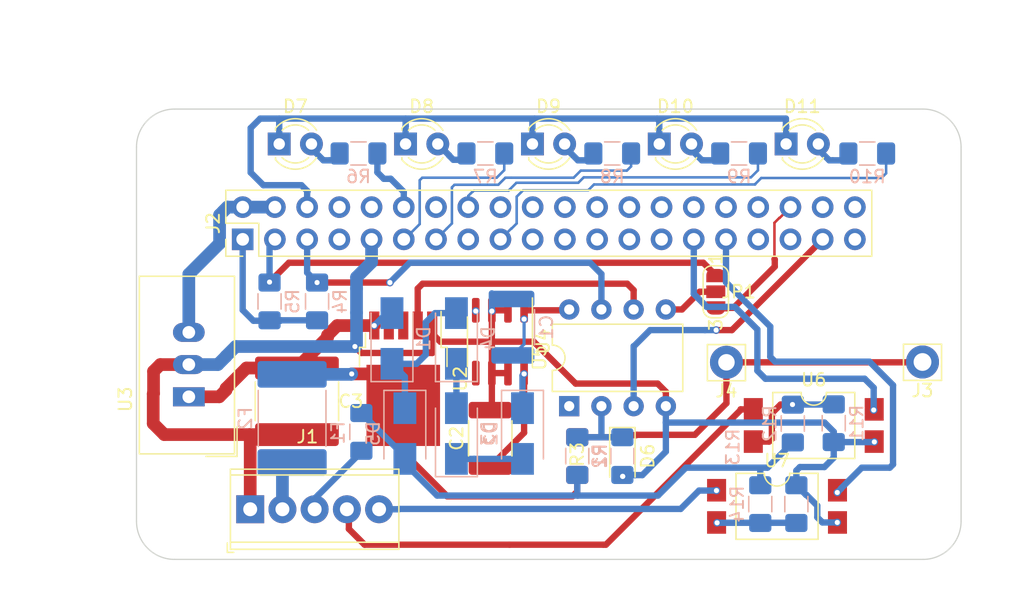
<source format=kicad_pcb>
(kicad_pcb (version 20171130) (host pcbnew 5.1.0-060a0da~80~ubuntu18.04.1)

  (general
    (thickness 1.6)
    (drawings 13)
    (tracks 355)
    (zones 0)
    (modules 45)
    (nets 68)
  )

  (page A4)
  (layers
    (0 F.Cu signal)
    (31 B.Cu signal)
    (34 B.Paste user)
    (35 F.Paste user)
    (36 B.SilkS user)
    (37 F.SilkS user)
    (38 B.Mask user)
    (39 F.Mask user)
    (40 Dwgs.User user)
    (41 Cmts.User user)
    (44 Edge.Cuts user)
    (45 Margin user)
    (46 B.CrtYd user)
    (47 F.CrtYd user)
    (48 B.Fab user)
    (49 F.Fab user)
  )

  (setup
    (last_trace_width 0.25)
    (user_trace_width 0.01)
    (user_trace_width 0.02)
    (user_trace_width 0.05)
    (user_trace_width 0.1)
    (user_trace_width 0.2)
    (user_trace_width 0.5)
    (user_trace_width 1)
    (trace_clearance 0.2)
    (zone_clearance 0.508)
    (zone_45_only no)
    (trace_min 0.15)
    (via_size 0.6)
    (via_drill 0.4)
    (via_min_size 0.4)
    (via_min_drill 0.3)
    (uvia_size 0.3)
    (uvia_drill 0.1)
    (uvias_allowed no)
    (uvia_min_size 0.2)
    (uvia_min_drill 0.1)
    (edge_width 0.1)
    (segment_width 0.2)
    (pcb_text_width 0.3)
    (pcb_text_size 1.5 1.5)
    (mod_edge_width 0.15)
    (mod_text_size 1 1)
    (mod_text_width 0.15)
    (pad_size 2.75 2.75)
    (pad_drill 2.75)
    (pad_to_mask_clearance 0)
    (aux_axis_origin 0 0)
    (visible_elements 7FFFFFFF)
    (pcbplotparams
      (layerselection 0x010fc_ffffffff)
      (usegerberextensions true)
      (usegerberattributes false)
      (usegerberadvancedattributes false)
      (creategerberjobfile false)
      (excludeedgelayer true)
      (linewidth 0.100000)
      (plotframeref false)
      (viasonmask false)
      (mode 1)
      (useauxorigin false)
      (hpglpennumber 1)
      (hpglpenspeed 20)
      (hpglpendiameter 15.000000)
      (psnegative false)
      (psa4output false)
      (plotreference true)
      (plotvalue true)
      (plotinvisibletext false)
      (padsonsilk false)
      (subtractmaskfromsilk false)
      (outputformat 1)
      (mirror false)
      (drillshape 0)
      (scaleselection 1)
      (outputdirectory "PCBWay_2.0/"))
  )

  (net 0 "")
  (net 1 "Net-(J2-Pad1)")
  (net 2 "Net-(J2-Pad2)")
  (net 3 "Net-(J2-Pad3)")
  (net 4 "Net-(J2-Pad5)")
  (net 5 "Net-(J2-Pad7)")
  (net 6 "Net-(J2-Pad8)")
  (net 7 "Net-(J2-Pad10)")
  (net 8 "Net-(J2-Pad11)")
  (net 9 "Net-(J2-Pad12)")
  (net 10 "Net-(J2-Pad13)")
  (net 11 "Net-(J2-Pad14)")
  (net 12 "Net-(J2-Pad15)")
  (net 13 "Net-(J2-Pad16)")
  (net 14 "Net-(J2-Pad17)")
  (net 15 "Net-(J2-Pad18)")
  (net 16 "Net-(J2-Pad19)")
  (net 17 "Net-(J2-Pad20)")
  (net 18 "Net-(J2-Pad21)")
  (net 19 "Net-(J2-Pad22)")
  (net 20 "Net-(J2-Pad23)")
  (net 21 "Net-(J2-Pad24)")
  (net 22 "Net-(J2-Pad25)")
  (net 23 "Net-(J2-Pad26)")
  (net 24 "Net-(J2-Pad27)")
  (net 25 "Net-(J2-Pad28)")
  (net 26 "Net-(J2-Pad29)")
  (net 27 "Net-(J2-Pad30)")
  (net 28 "Net-(J2-Pad31)")
  (net 29 "Net-(J2-Pad32)")
  (net 30 "Net-(J2-Pad33)")
  (net 31 "Net-(J2-Pad34)")
  (net 32 "Net-(J2-Pad35)")
  (net 33 "Net-(J2-Pad38)")
  (net 34 "Net-(J2-Pad40)")
  (net 35 "Net-(C1-Pad1)")
  (net 36 /GND)
  (net 37 "Net-(D1-Pad1)")
  (net 38 /Vacc)
  (net 39 "Net-(U2-Pad3)")
  (net 40 "Net-(U2-Pad4)")
  (net 41 "Net-(U5-Pad1)")
  (net 42 "Net-(R1-Pad2)")
  (net 43 /VCC)
  (net 44 "Net-(J2-Pad39)")
  (net 45 "Net-(U4-Pad5)")
  (net 46 "Net-(U4-Pad4)")
  (net 47 "Net-(C2-Pad1)")
  (net 48 "Net-(C3-Pad1)")
  (net 49 "Net-(D2-Pad2)")
  (net 50 "Net-(D3-Pad2)")
  (net 51 "Net-(D6-Pad1)")
  (net 52 "Net-(D7-Pad2)")
  (net 53 "Net-(D10-Pad1)")
  (net 54 "Net-(D8-Pad2)")
  (net 55 "Net-(D9-Pad2)")
  (net 56 "Net-(D10-Pad2)")
  (net 57 "Net-(D11-Pad2)")
  (net 58 "Net-(F1-Pad2)")
  (net 59 "Net-(F2-Pad2)")
  (net 60 "Net-(J1-Pad5)")
  (net 61 "Net-(J1-Pad4)")
  (net 62 "Net-(JP1-Pad2)")
  (net 63 /SHUTDOWN_REQUEST)
  (net 64 /POWER_ON)
  (net 65 /-HALTED)
  (net 66 "Net-(R11-Pad2)")
  (net 67 "Net-(R13-Pad2)")

  (net_class Default "This is the default net class."
    (clearance 0.2)
    (trace_width 0.25)
    (via_dia 0.6)
    (via_drill 0.4)
    (uvia_dia 0.3)
    (uvia_drill 0.1)
    (add_net /-HALTED)
    (add_net /GND)
    (add_net /POWER_ON)
    (add_net /SHUTDOWN_REQUEST)
    (add_net /VCC)
    (add_net /Vacc)
    (add_net "Net-(C1-Pad1)")
    (add_net "Net-(C2-Pad1)")
    (add_net "Net-(C3-Pad1)")
    (add_net "Net-(D1-Pad1)")
    (add_net "Net-(D10-Pad1)")
    (add_net "Net-(D10-Pad2)")
    (add_net "Net-(D11-Pad2)")
    (add_net "Net-(D2-Pad2)")
    (add_net "Net-(D3-Pad2)")
    (add_net "Net-(D6-Pad1)")
    (add_net "Net-(D7-Pad2)")
    (add_net "Net-(D8-Pad2)")
    (add_net "Net-(D9-Pad2)")
    (add_net "Net-(F1-Pad2)")
    (add_net "Net-(F2-Pad2)")
    (add_net "Net-(J1-Pad4)")
    (add_net "Net-(J1-Pad5)")
    (add_net "Net-(J2-Pad1)")
    (add_net "Net-(J2-Pad10)")
    (add_net "Net-(J2-Pad11)")
    (add_net "Net-(J2-Pad12)")
    (add_net "Net-(J2-Pad13)")
    (add_net "Net-(J2-Pad14)")
    (add_net "Net-(J2-Pad15)")
    (add_net "Net-(J2-Pad16)")
    (add_net "Net-(J2-Pad17)")
    (add_net "Net-(J2-Pad18)")
    (add_net "Net-(J2-Pad19)")
    (add_net "Net-(J2-Pad2)")
    (add_net "Net-(J2-Pad20)")
    (add_net "Net-(J2-Pad21)")
    (add_net "Net-(J2-Pad22)")
    (add_net "Net-(J2-Pad23)")
    (add_net "Net-(J2-Pad24)")
    (add_net "Net-(J2-Pad25)")
    (add_net "Net-(J2-Pad26)")
    (add_net "Net-(J2-Pad27)")
    (add_net "Net-(J2-Pad28)")
    (add_net "Net-(J2-Pad29)")
    (add_net "Net-(J2-Pad3)")
    (add_net "Net-(J2-Pad30)")
    (add_net "Net-(J2-Pad31)")
    (add_net "Net-(J2-Pad32)")
    (add_net "Net-(J2-Pad33)")
    (add_net "Net-(J2-Pad34)")
    (add_net "Net-(J2-Pad35)")
    (add_net "Net-(J2-Pad38)")
    (add_net "Net-(J2-Pad39)")
    (add_net "Net-(J2-Pad40)")
    (add_net "Net-(J2-Pad5)")
    (add_net "Net-(J2-Pad7)")
    (add_net "Net-(J2-Pad8)")
    (add_net "Net-(JP1-Pad2)")
    (add_net "Net-(R1-Pad2)")
    (add_net "Net-(R11-Pad2)")
    (add_net "Net-(R13-Pad2)")
    (add_net "Net-(U2-Pad3)")
    (add_net "Net-(U2-Pad4)")
    (add_net "Net-(U4-Pad4)")
    (add_net "Net-(U4-Pad5)")
    (add_net "Net-(U5-Pad1)")
  )

  (module Package_DIP:SMDIP-4_W9.53mm_Clearance8mm (layer F.Cu) (tedit 5A02E8C5) (tstamp 5CC1BCD3)
    (at 62.992 50.3174)
    (descr "4-lead surface-mounted (SMD) DIP package, row spacing 9.53 mm (375 mils), Clearance8mm")
    (tags "SMD DIP DIL PDIP SMDIP 2.54mm 9.53mm 375mil Clearance8mm")
    (path /5CC4FB56)
    (attr smd)
    (fp_text reference U7 (at 0 -3.6) (layer F.SilkS)
      (effects (font (size 1 1) (thickness 0.15)))
    )
    (fp_text value SFH6206-1T (at 0 3.6 180) (layer F.Fab)
      (effects (font (size 1 1) (thickness 0.15)))
    )
    (fp_text user %R (at 0 0) (layer F.Fab)
      (effects (font (size 1 1) (thickness 0.15)))
    )
    (fp_line (start 5.8 -2.8) (end -5.8 -2.8) (layer F.CrtYd) (width 0.05))
    (fp_line (start 5.8 2.8) (end 5.8 -2.8) (layer F.CrtYd) (width 0.05))
    (fp_line (start -5.8 2.8) (end 5.8 2.8) (layer F.CrtYd) (width 0.05))
    (fp_line (start -5.8 -2.8) (end -5.8 2.8) (layer F.CrtYd) (width 0.05))
    (fp_line (start 3.235 -2.6) (end 1 -2.6) (layer F.SilkS) (width 0.12))
    (fp_line (start 3.235 2.6) (end 3.235 -2.6) (layer F.SilkS) (width 0.12))
    (fp_line (start -3.235 2.6) (end 3.235 2.6) (layer F.SilkS) (width 0.12))
    (fp_line (start -3.235 -2.6) (end -3.235 2.6) (layer F.SilkS) (width 0.12))
    (fp_line (start -1 -2.6) (end -3.235 -2.6) (layer F.SilkS) (width 0.12))
    (fp_line (start -3.175 -1.54) (end -2.175 -2.54) (layer F.Fab) (width 0.1))
    (fp_line (start -3.175 2.54) (end -3.175 -1.54) (layer F.Fab) (width 0.1))
    (fp_line (start 3.175 2.54) (end -3.175 2.54) (layer F.Fab) (width 0.1))
    (fp_line (start 3.175 -2.54) (end 3.175 2.54) (layer F.Fab) (width 0.1))
    (fp_line (start -2.175 -2.54) (end 3.175 -2.54) (layer F.Fab) (width 0.1))
    (fp_arc (start 0 -2.6) (end -1 -2.6) (angle -180) (layer F.SilkS) (width 0.12))
    (pad 4 smd rect (at 4.765 -1.27) (size 1.5 1.78) (layers F.Cu F.Paste F.Mask)
      (net 28 "Net-(J2-Pad31)"))
    (pad 2 smd rect (at -4.765 1.27) (size 1.5 1.78) (layers F.Cu F.Paste F.Mask)
      (net 67 "Net-(R13-Pad2)"))
    (pad 3 smd rect (at 4.765 1.27) (size 1.5 1.78) (layers F.Cu F.Paste F.Mask)
      (net 36 /GND))
    (pad 1 smd rect (at -4.765 -1.27) (size 1.5 1.78) (layers F.Cu F.Paste F.Mask)
      (net 60 "Net-(J1-Pad5)"))
    (model ${KISYS3DMOD}/Package_DIP.3dshapes/SMDIP-4_W9.53mm.wrl
      (at (xyz 0 0 0))
      (scale (xyz 1 1 1))
      (rotate (xyz 0 0 0))
    )
  )

  (module Package_DIP:SMDIP-4_W9.53mm_Clearance8mm (layer F.Cu) (tedit 5A02E8C5) (tstamp 5CC1BCBB)
    (at 65.8876 43.942)
    (descr "4-lead surface-mounted (SMD) DIP package, row spacing 9.53 mm (375 mils), Clearance8mm")
    (tags "SMD DIP DIL PDIP SMDIP 2.54mm 9.53mm 375mil Clearance8mm")
    (path /5CC4DF89)
    (attr smd)
    (fp_text reference U6 (at 0 -3.6) (layer F.SilkS)
      (effects (font (size 1 1) (thickness 0.15)))
    )
    (fp_text value SFH6206-1T (at 0.1524 3.2512) (layer F.Fab)
      (effects (font (size 1 1) (thickness 0.15)))
    )
    (fp_text user %R (at 0 0) (layer F.Fab)
      (effects (font (size 1 1) (thickness 0.15)))
    )
    (fp_line (start 5.8 -2.8) (end -5.8 -2.8) (layer F.CrtYd) (width 0.05))
    (fp_line (start 5.8 2.8) (end 5.8 -2.8) (layer F.CrtYd) (width 0.05))
    (fp_line (start -5.8 2.8) (end 5.8 2.8) (layer F.CrtYd) (width 0.05))
    (fp_line (start -5.8 -2.8) (end -5.8 2.8) (layer F.CrtYd) (width 0.05))
    (fp_line (start 3.235 -2.6) (end 1 -2.6) (layer F.SilkS) (width 0.12))
    (fp_line (start 3.235 2.6) (end 3.235 -2.6) (layer F.SilkS) (width 0.12))
    (fp_line (start -3.235 2.6) (end 3.235 2.6) (layer F.SilkS) (width 0.12))
    (fp_line (start -3.235 -2.6) (end -3.235 2.6) (layer F.SilkS) (width 0.12))
    (fp_line (start -1 -2.6) (end -3.235 -2.6) (layer F.SilkS) (width 0.12))
    (fp_line (start -3.175 -1.54) (end -2.175 -2.54) (layer F.Fab) (width 0.1))
    (fp_line (start -3.175 2.54) (end -3.175 -1.54) (layer F.Fab) (width 0.1))
    (fp_line (start 3.175 2.54) (end -3.175 2.54) (layer F.Fab) (width 0.1))
    (fp_line (start 3.175 -2.54) (end 3.175 2.54) (layer F.Fab) (width 0.1))
    (fp_line (start -2.175 -2.54) (end 3.175 -2.54) (layer F.Fab) (width 0.1))
    (fp_arc (start 0 -2.6) (end -1 -2.6) (angle -180) (layer F.SilkS) (width 0.12))
    (pad 4 smd rect (at 4.765 -1.27) (size 1.5 1.78) (layers F.Cu F.Paste F.Mask)
      (net 26 "Net-(J2-Pad29)"))
    (pad 2 smd rect (at -4.765 1.27) (size 1.5 1.78) (layers F.Cu F.Paste F.Mask)
      (net 66 "Net-(R11-Pad2)"))
    (pad 3 smd rect (at 4.765 1.27) (size 1.5 1.78) (layers F.Cu F.Paste F.Mask)
      (net 36 /GND))
    (pad 1 smd rect (at -4.765 -1.27) (size 1.5 1.78) (layers F.Cu F.Paste F.Mask)
      (net 61 "Net-(J1-Pad4)"))
    (model ${KISYS3DMOD}/Package_DIP.3dshapes/SMDIP-4_W9.53mm.wrl
      (at (xyz 0 0 0))
      (scale (xyz 1 1 1))
      (rotate (xyz 0 0 0))
    )
  )

  (module Connector_Pin:Pin_D1.4mm_L8.5mm_W2.8mm_FlatFork (layer F.Cu) (tedit 5A1DC085) (tstamp 5CC2714F)
    (at 59.0042 38.9636)
    (descr "solder Pin_ with flat with fork, hole diameter 1.4mm, length 8.5mm, width 2.8mm, e.g. Ettinger 13.13.890, https://katalog.ettinger.de/#p=434")
    (tags "solder Pin_ with flat fork")
    (path /5CC325D6)
    (fp_text reference J4 (at 0 2.25) (layer F.SilkS)
      (effects (font (size 1 1) (thickness 0.15)))
    )
    (fp_text value "GPS Backup" (at 0 -2.05) (layer F.Fab)
      (effects (font (size 1 1) (thickness 0.15)))
    )
    (fp_line (start 1.9 1.8) (end -1.9 1.8) (layer F.CrtYd) (width 0.05))
    (fp_line (start 1.9 1.8) (end 1.9 -1.8) (layer F.CrtYd) (width 0.05))
    (fp_line (start -1.9 -1.8) (end -1.9 1.8) (layer F.CrtYd) (width 0.05))
    (fp_line (start -1.9 -1.8) (end 1.9 -1.8) (layer F.CrtYd) (width 0.05))
    (fp_line (start -1.4 0.25) (end -1.4 -0.25) (layer F.Fab) (width 0.12))
    (fp_line (start 1.4 -0.25) (end 1.4 0.25) (layer F.Fab) (width 0.12))
    (fp_line (start -1.5 1.45) (end 1.5 1.45) (layer F.SilkS) (width 0.12))
    (fp_line (start -1.5 -1.4) (end -1.5 1.45) (layer F.SilkS) (width 0.12))
    (fp_line (start 1.5 -1.4) (end 1.5 1.45) (layer F.SilkS) (width 0.12))
    (fp_line (start -1.5 -1.4) (end 1.5 -1.4) (layer F.SilkS) (width 0.12))
    (fp_line (start -1.4 -0.25) (end 1.4 -0.25) (layer F.Fab) (width 0.12))
    (fp_line (start 1.4 0.25) (end -1.4 0.25) (layer F.Fab) (width 0.12))
    (fp_text user %R (at 0 2.25) (layer F.Fab)
      (effects (font (size 1 1) (thickness 0.15)))
    )
    (pad 1 thru_hole circle (at 0 0) (size 2.6 2.6) (drill 1.3) (layers *.Cu *.Mask)
      (net 51 "Net-(D6-Pad1)"))
    (model ${KISYS3DMOD}/Connector_Pin.3dshapes/Pin_D1.4mm_L8.5mm_W2.8mm_FlatFork.wrl
      (at (xyz 0 0 0))
      (scale (xyz 1 1 1))
      (rotate (xyz 0 0 0))
    )
  )

  (module RaspPowerHat:Converter_DCDC_TRACO_TSR-2_THT (layer F.Cu) (tedit 5CC2088A) (tstamp 5CAA4FA6)
    (at 16.6243 41.6814 90)
    (descr "DCDC-Converter, TRACO, TSR 1-xxxx")
    (tags "DCDC-Converter TRACO TSR-1")
    (path /5CAB1BEE)
    (fp_text reference U3 (at -0.2 -5 90) (layer F.SilkS)
      (effects (font (size 1 1) (thickness 0.15)))
    )
    (fp_text value TSR_2-2450 (at 2.6 8.4 90) (layer F.Fab)
      (effects (font (size 1 1) (thickness 0.15)))
    )
    (fp_text user %R (at 2.5 -1.8 90) (layer F.Fab)
      (effects (font (size 1 1) (thickness 0.15)))
    )
    (fp_line (start -4.7 3.8) (end -2.37 3.8) (layer F.SilkS) (width 0.12))
    (fp_line (start -4.7 1.35) (end -4.7 3.8) (layer F.SilkS) (width 0.12))
    (fp_line (start -4.4 2.5) (end -3.4 3.5) (layer F.Fab) (width 0.1))
    (fp_line (start -4.4 2.5) (end -4.4 -3.8) (layer F.Fab) (width 0.1))
    (fp_line (start 9.4 3.5) (end 9.4 -3.8) (layer F.Fab) (width 0.1))
    (fp_line (start -4.4 -3.8) (end 9.4 -3.8) (layer F.Fab) (width 0.1))
    (fp_line (start -4.6 3.7) (end -4.6 -4) (layer F.CrtYd) (width 0.05))
    (fp_line (start 9.6 3.7) (end -4.6 3.7) (layer F.CrtYd) (width 0.05))
    (fp_line (start 9.6 -4) (end 9.6 3.7) (layer F.CrtYd) (width 0.05))
    (fp_line (start -4.6 -4) (end 9.6 -4) (layer F.CrtYd) (width 0.05))
    (fp_line (start 9.5 3.6) (end -4.5 3.6) (layer F.SilkS) (width 0.12))
    (fp_line (start 9.5 -3.9) (end 9.5 3.6) (layer F.SilkS) (width 0.12))
    (fp_line (start -4.5 -3.9) (end 9.5 -3.9) (layer F.SilkS) (width 0.12))
    (fp_line (start -4.5 3.6) (end -4.5 -3.85) (layer F.SilkS) (width 0.12))
    (fp_line (start -3.4 3.5) (end 9.4 3.5) (layer F.Fab) (width 0.1))
    (pad 1 thru_hole rect (at 0 0 90) (size 1.5 2.5) (drill 1) (layers *.Cu *.Mask)
      (net 48 "Net-(C3-Pad1)"))
    (pad 2 thru_hole oval (at 2.54 0 90) (size 1.5 2.5) (drill 1) (layers *.Cu *.Mask)
      (net 36 /GND))
    (pad 3 thru_hole oval (at 5.08 0 90) (size 1.5 2.5) (drill 1) (layers *.Cu *.Mask)
      (net 2 "Net-(J2-Pad2)"))
    (model ${KISYS3DMOD}/Converter_DCDC.3dshapes/Converter_DCDC_TRACO_TSR-1_THT.wrl
      (at (xyz 0 0 0))
      (scale (xyz 1 1 1))
      (rotate (xyz 0 0 0))
    )
  )

  (module Fuse:Fuse_1206_3216Metric_Pad1.42x1.75mm_HandSolder (layer B.Cu) (tedit 5B301BBE) (tstamp 5CC1BA75)
    (at 30.226 44.45 270)
    (descr "Fuse SMD 1206 (3216 Metric), square (rectangular) end terminal, IPC_7351 nominal with elongated pad for handsoldering. (Body size source: http://www.tortai-tech.com/upload/download/2011102023233369053.pdf), generated with kicad-footprint-generator")
    (tags "resistor handsolder")
    (path /5CC49379)
    (attr smd)
    (fp_text reference F1 (at 0.0635 1.8415 270) (layer B.SilkS)
      (effects (font (size 1 1) (thickness 0.15)) (justify mirror))
    )
    (fp_text value 1206L010/60WR (at 0 -1.82 270) (layer B.Fab)
      (effects (font (size 1 1) (thickness 0.15)) (justify mirror))
    )
    (fp_text user %R (at -13.8155 -23.815 270) (layer B.Fab)
      (effects (font (size 0.8 0.8) (thickness 0.12)) (justify mirror))
    )
    (fp_line (start 2.45 -1.12) (end -2.45 -1.12) (layer B.CrtYd) (width 0.05))
    (fp_line (start 2.45 1.12) (end 2.45 -1.12) (layer B.CrtYd) (width 0.05))
    (fp_line (start -2.45 1.12) (end 2.45 1.12) (layer B.CrtYd) (width 0.05))
    (fp_line (start -2.45 -1.12) (end -2.45 1.12) (layer B.CrtYd) (width 0.05))
    (fp_line (start -0.602064 -0.91) (end 0.602064 -0.91) (layer B.SilkS) (width 0.12))
    (fp_line (start -0.602064 0.91) (end 0.602064 0.91) (layer B.SilkS) (width 0.12))
    (fp_line (start 1.6 -0.8) (end -1.6 -0.8) (layer B.Fab) (width 0.1))
    (fp_line (start 1.6 0.8) (end 1.6 -0.8) (layer B.Fab) (width 0.1))
    (fp_line (start -1.6 0.8) (end 1.6 0.8) (layer B.Fab) (width 0.1))
    (fp_line (start -1.6 -0.8) (end -1.6 0.8) (layer B.Fab) (width 0.1))
    (pad 2 smd roundrect (at 1.4875 0 270) (size 1.425 1.75) (layers B.Cu B.Paste B.Mask) (roundrect_rratio 0.175439)
      (net 58 "Net-(F1-Pad2)"))
    (pad 1 smd roundrect (at -1.4875 0 270) (size 1.425 1.75) (layers B.Cu B.Paste B.Mask) (roundrect_rratio 0.175439)
      (net 38 /Vacc))
    (model ${KISYS3DMOD}/Fuse.3dshapes/Fuse_1206_3216Metric.wrl
      (at (xyz 0 0 0))
      (scale (xyz 1 1 1))
      (rotate (xyz 0 0 0))
    )
  )

  (module Fuse:Fuse_2920_7451Metric_Pad2.10x5.45mm_HandSolder (layer B.Cu) (tedit 5B341557) (tstamp 5CC1BA86)
    (at 24.765 43.388 270)
    (descr "Fuse SMD 2920 (7451 Metric), square (rectangular) end terminal, IPC_7351 nominal with elongated pad for handsoldering. (Body size from: http://www.megastar.com/products/fusetronic/polyswitch/PDF/smd2920.pdf), generated with kicad-footprint-generator")
    (tags "resistor handsolder")
    (path /5CC3805B)
    (attr smd)
    (fp_text reference F2 (at 0 3.68 270) (layer B.SilkS)
      (effects (font (size 1 1) (thickness 0.15)) (justify mirror))
    )
    (fp_text value 29L110/60 (at 0 -3.68 270) (layer B.Fab)
      (effects (font (size 1 1) (thickness 0.15)) (justify mirror))
    )
    (fp_text user %R (at 0 0 270) (layer B.Fab)
      (effects (font (size 1 1) (thickness 0.15)) (justify mirror))
    )
    (fp_line (start 4.78 -2.98) (end -4.78 -2.98) (layer B.CrtYd) (width 0.05))
    (fp_line (start 4.78 2.98) (end 4.78 -2.98) (layer B.CrtYd) (width 0.05))
    (fp_line (start -4.78 2.98) (end 4.78 2.98) (layer B.CrtYd) (width 0.05))
    (fp_line (start -4.78 -2.98) (end -4.78 2.98) (layer B.CrtYd) (width 0.05))
    (fp_line (start -2.203752 -2.67) (end 2.203752 -2.67) (layer B.SilkS) (width 0.12))
    (fp_line (start -2.203752 2.67) (end 2.203752 2.67) (layer B.SilkS) (width 0.12))
    (fp_line (start 3.6775 -2.56) (end -3.6775 -2.56) (layer B.Fab) (width 0.1))
    (fp_line (start 3.6775 2.56) (end 3.6775 -2.56) (layer B.Fab) (width 0.1))
    (fp_line (start -3.6775 2.56) (end 3.6775 2.56) (layer B.Fab) (width 0.1))
    (fp_line (start -3.6775 -2.56) (end -3.6775 2.56) (layer B.Fab) (width 0.1))
    (pad 2 smd roundrect (at 3.475 0 270) (size 2.1 5.45) (layers B.Cu B.Paste B.Mask) (roundrect_rratio 0.119048)
      (net 59 "Net-(F2-Pad2)"))
    (pad 1 smd roundrect (at -3.475 0 270) (size 2.1 5.45) (layers B.Cu B.Paste B.Mask) (roundrect_rratio 0.119048)
      (net 43 /VCC))
    (model ${KISYS3DMOD}/Fuse.3dshapes/Fuse_2920_7451Metric.wrl
      (at (xyz 0 0 0))
      (scale (xyz 1 1 1))
      (rotate (xyz 0 0 0))
    )
  )

  (module Package_DIP:DIP-8_W7.62mm (layer F.Cu) (tedit 5A02E8C5) (tstamp 5CAA3D3F)
    (at 46.609 42.418 90)
    (descr "8-lead though-hole mounted DIP package, row spacing 7.62 mm (300 mils)")
    (tags "THT DIP DIL PDIP 2.54mm 7.62mm 300mil")
    (path /5CAA066C)
    (fp_text reference U5 (at 3.81 -2.33 90) (layer F.SilkS)
      (effects (font (size 1 1) (thickness 0.15)))
    )
    (fp_text value ATtiny45-20PU (at 3.81 9.95 90) (layer F.Fab)
      (effects (font (size 1 1) (thickness 0.15)))
    )
    (fp_text user %R (at 3.81 3.81 90) (layer F.Fab)
      (effects (font (size 1 1) (thickness 0.15)))
    )
    (fp_line (start 8.7 -1.55) (end -1.1 -1.55) (layer F.CrtYd) (width 0.05))
    (fp_line (start 8.7 9.15) (end 8.7 -1.55) (layer F.CrtYd) (width 0.05))
    (fp_line (start -1.1 9.15) (end 8.7 9.15) (layer F.CrtYd) (width 0.05))
    (fp_line (start -1.1 -1.55) (end -1.1 9.15) (layer F.CrtYd) (width 0.05))
    (fp_line (start 6.46 -1.33) (end 4.81 -1.33) (layer F.SilkS) (width 0.12))
    (fp_line (start 6.46 8.95) (end 6.46 -1.33) (layer F.SilkS) (width 0.12))
    (fp_line (start 1.16 8.95) (end 6.46 8.95) (layer F.SilkS) (width 0.12))
    (fp_line (start 1.16 -1.33) (end 1.16 8.95) (layer F.SilkS) (width 0.12))
    (fp_line (start 2.81 -1.33) (end 1.16 -1.33) (layer F.SilkS) (width 0.12))
    (fp_line (start 0.635 -0.27) (end 1.635 -1.27) (layer F.Fab) (width 0.1))
    (fp_line (start 0.635 8.89) (end 0.635 -0.27) (layer F.Fab) (width 0.1))
    (fp_line (start 6.985 8.89) (end 0.635 8.89) (layer F.Fab) (width 0.1))
    (fp_line (start 6.985 -1.27) (end 6.985 8.89) (layer F.Fab) (width 0.1))
    (fp_line (start 1.635 -1.27) (end 6.985 -1.27) (layer F.Fab) (width 0.1))
    (fp_arc (start 3.81 -1.33) (end 2.81 -1.33) (angle -180) (layer F.SilkS) (width 0.12))
    (pad 8 thru_hole oval (at 7.62 0 90) (size 1.6 1.6) (drill 0.8) (layers *.Cu *.Mask)
      (net 35 "Net-(C1-Pad1)"))
    (pad 4 thru_hole oval (at 0 7.62 90) (size 1.6 1.6) (drill 0.8) (layers *.Cu *.Mask)
      (net 36 /GND))
    (pad 7 thru_hole oval (at 7.62 2.54 90) (size 1.6 1.6) (drill 0.8) (layers *.Cu *.Mask)
      (net 4 "Net-(J2-Pad5)"))
    (pad 3 thru_hole oval (at 0 5.08 90) (size 1.6 1.6) (drill 0.8) (layers *.Cu *.Mask)
      (net 65 /-HALTED))
    (pad 6 thru_hole oval (at 7.62 5.08 90) (size 1.6 1.6) (drill 0.8) (layers *.Cu *.Mask)
      (net 64 /POWER_ON))
    (pad 2 thru_hole oval (at 0 2.54 90) (size 1.6 1.6) (drill 0.8) (layers *.Cu *.Mask)
      (net 42 "Net-(R1-Pad2)"))
    (pad 5 thru_hole oval (at 7.62 7.62 90) (size 1.6 1.6) (drill 0.8) (layers *.Cu *.Mask)
      (net 62 "Net-(JP1-Pad2)"))
    (pad 1 thru_hole rect (at 0 0 90) (size 1.6 1.6) (drill 0.8) (layers *.Cu *.Mask)
      (net 41 "Net-(U5-Pad1)"))
    (model ${KISYS3DMOD}/Package_DIP.3dshapes/DIP-8_W7.62mm.wrl
      (at (xyz 0 0 0))
      (scale (xyz 1 1 1))
      (rotate (xyz 0 0 0))
    )
  )

  (module Package_SO:SOIC-8_3.9x4.9mm_P1.27mm (layer F.Cu) (tedit 5C97300E) (tstamp 5CC1BC88)
    (at 41.148 37.338 270)
    (descr "SOIC, 8 Pin (JEDEC MS-012AA, https://www.analog.com/media/en/package-pcb-resources/package/pkg_pdf/soic_narrow-r/r_8.pdf), generated with kicad-footprint-generator ipc_gullwing_generator.py")
    (tags "SOIC SO")
    (path /5CC22E39)
    (attr smd)
    (fp_text reference U4 (at 0 -3.4 270) (layer F.SilkS)
      (effects (font (size 1 1) (thickness 0.15)))
    )
    (fp_text value L78L33_SO8 (at 0 3.4 270) (layer F.Fab)
      (effects (font (size 1 1) (thickness 0.15)))
    )
    (fp_text user %R (at 0 0 270) (layer F.Fab)
      (effects (font (size 0.98 0.98) (thickness 0.15)))
    )
    (fp_line (start 3.7 -2.7) (end -3.7 -2.7) (layer F.CrtYd) (width 0.05))
    (fp_line (start 3.7 2.7) (end 3.7 -2.7) (layer F.CrtYd) (width 0.05))
    (fp_line (start -3.7 2.7) (end 3.7 2.7) (layer F.CrtYd) (width 0.05))
    (fp_line (start -3.7 -2.7) (end -3.7 2.7) (layer F.CrtYd) (width 0.05))
    (fp_line (start -1.95 -1.475) (end -0.975 -2.45) (layer F.Fab) (width 0.1))
    (fp_line (start -1.95 2.45) (end -1.95 -1.475) (layer F.Fab) (width 0.1))
    (fp_line (start 1.95 2.45) (end -1.95 2.45) (layer F.Fab) (width 0.1))
    (fp_line (start 1.95 -2.45) (end 1.95 2.45) (layer F.Fab) (width 0.1))
    (fp_line (start -0.975 -2.45) (end 1.95 -2.45) (layer F.Fab) (width 0.1))
    (fp_line (start 0 -2.56) (end -3.45 -2.56) (layer F.SilkS) (width 0.12))
    (fp_line (start 0 -2.56) (end 1.95 -2.56) (layer F.SilkS) (width 0.12))
    (fp_line (start 0 2.56) (end -1.95 2.56) (layer F.SilkS) (width 0.12))
    (fp_line (start 0 2.56) (end 1.95 2.56) (layer F.SilkS) (width 0.12))
    (pad 8 smd roundrect (at 2.475 -1.905 270) (size 1.95 0.6) (layers F.Cu F.Paste F.Mask) (roundrect_rratio 0.25)
      (net 47 "Net-(C2-Pad1)"))
    (pad 7 smd roundrect (at 2.475 -0.635 270) (size 1.95 0.6) (layers F.Cu F.Paste F.Mask) (roundrect_rratio 0.25)
      (net 36 /GND))
    (pad 6 smd roundrect (at 2.475 0.635 270) (size 1.95 0.6) (layers F.Cu F.Paste F.Mask) (roundrect_rratio 0.25)
      (net 36 /GND))
    (pad 5 smd roundrect (at 2.475 1.905 270) (size 1.95 0.6) (layers F.Cu F.Paste F.Mask) (roundrect_rratio 0.25)
      (net 45 "Net-(U4-Pad5)"))
    (pad 4 smd roundrect (at -2.475 1.905 270) (size 1.95 0.6) (layers F.Cu F.Paste F.Mask) (roundrect_rratio 0.25)
      (net 46 "Net-(U4-Pad4)"))
    (pad 3 smd roundrect (at -2.475 0.635 270) (size 1.95 0.6) (layers F.Cu F.Paste F.Mask) (roundrect_rratio 0.25)
      (net 36 /GND))
    (pad 2 smd roundrect (at -2.475 -0.635 270) (size 1.95 0.6) (layers F.Cu F.Paste F.Mask) (roundrect_rratio 0.25)
      (net 36 /GND))
    (pad 1 smd roundrect (at -2.475 -1.905 270) (size 1.95 0.6) (layers F.Cu F.Paste F.Mask) (roundrect_rratio 0.25)
      (net 35 "Net-(C1-Pad1)"))
    (model ${KISYS3DMOD}/Package_SO.3dshapes/SOIC-8_3.9x4.9mm_P1.27mm.wrl
      (at (xyz 0 0 0))
      (scale (xyz 1 1 1))
      (rotate (xyz 0 0 0))
    )
  )

  (module Resistor_SMD:R_1206_3216Metric_Pad1.42x1.75mm_HandSolder (layer B.Cu) (tedit 5B301BBD) (tstamp 5CC1BBE4)
    (at 61.6712 50.1396 270)
    (descr "Resistor SMD 1206 (3216 Metric), square (rectangular) end terminal, IPC_7351 nominal with elongated pad for handsoldering. (Body size source: http://www.tortai-tech.com/upload/download/2011102023233369053.pdf), generated with kicad-footprint-generator")
    (tags "resistor handsolder")
    (path /5CCA7A1D)
    (attr smd)
    (fp_text reference R14 (at 0 1.82 270) (layer B.SilkS)
      (effects (font (size 1 1) (thickness 0.15)) (justify mirror))
    )
    (fp_text value "10 k" (at 0 -1.82 270) (layer B.Fab)
      (effects (font (size 1 1) (thickness 0.15)) (justify mirror))
    )
    (fp_text user %R (at 0 0 270) (layer B.Fab)
      (effects (font (size 0.8 0.8) (thickness 0.12)) (justify mirror))
    )
    (fp_line (start 2.45 -1.12) (end -2.45 -1.12) (layer B.CrtYd) (width 0.05))
    (fp_line (start 2.45 1.12) (end 2.45 -1.12) (layer B.CrtYd) (width 0.05))
    (fp_line (start -2.45 1.12) (end 2.45 1.12) (layer B.CrtYd) (width 0.05))
    (fp_line (start -2.45 -1.12) (end -2.45 1.12) (layer B.CrtYd) (width 0.05))
    (fp_line (start -0.602064 -0.91) (end 0.602064 -0.91) (layer B.SilkS) (width 0.12))
    (fp_line (start -0.602064 0.91) (end 0.602064 0.91) (layer B.SilkS) (width 0.12))
    (fp_line (start 1.6 -0.8) (end -1.6 -0.8) (layer B.Fab) (width 0.1))
    (fp_line (start 1.6 0.8) (end 1.6 -0.8) (layer B.Fab) (width 0.1))
    (fp_line (start -1.6 0.8) (end 1.6 0.8) (layer B.Fab) (width 0.1))
    (fp_line (start -1.6 -0.8) (end -1.6 0.8) (layer B.Fab) (width 0.1))
    (pad 2 smd roundrect (at 1.4875 0 270) (size 1.425 1.75) (layers B.Cu B.Paste B.Mask) (roundrect_rratio 0.175439)
      (net 67 "Net-(R13-Pad2)"))
    (pad 1 smd roundrect (at -1.4875 0 270) (size 1.425 1.75) (layers B.Cu B.Paste B.Mask) (roundrect_rratio 0.175439)
      (net 38 /Vacc))
    (model ${KISYS3DMOD}/Resistor_SMD.3dshapes/R_1206_3216Metric.wrl
      (at (xyz 0 0 0))
      (scale (xyz 1 1 1))
      (rotate (xyz 0 0 0))
    )
  )

  (module Resistor_SMD:R_1206_3216Metric_Pad1.42x1.75mm_HandSolder (layer B.Cu) (tedit 5B301BBD) (tstamp 5CC1BBD3)
    (at 64.516 50.1396 270)
    (descr "Resistor SMD 1206 (3216 Metric), square (rectangular) end terminal, IPC_7351 nominal with elongated pad for handsoldering. (Body size source: http://www.tortai-tech.com/upload/download/2011102023233369053.pdf), generated with kicad-footprint-generator")
    (tags "resistor handsolder")
    (path /5CCA659B)
    (attr smd)
    (fp_text reference R13 (at -4.4971 5.0086 270) (layer B.SilkS)
      (effects (font (size 1 1) (thickness 0.15)) (justify mirror))
    )
    (fp_text value "10 k" (at 0 -1.82 270) (layer B.Fab)
      (effects (font (size 1 1) (thickness 0.15)) (justify mirror))
    )
    (fp_text user %R (at 0 0 270) (layer B.Fab)
      (effects (font (size 0.8 0.8) (thickness 0.12)) (justify mirror))
    )
    (fp_line (start 2.45 -1.12) (end -2.45 -1.12) (layer B.CrtYd) (width 0.05))
    (fp_line (start 2.45 1.12) (end 2.45 -1.12) (layer B.CrtYd) (width 0.05))
    (fp_line (start -2.45 1.12) (end 2.45 1.12) (layer B.CrtYd) (width 0.05))
    (fp_line (start -2.45 -1.12) (end -2.45 1.12) (layer B.CrtYd) (width 0.05))
    (fp_line (start -0.602064 -0.91) (end 0.602064 -0.91) (layer B.SilkS) (width 0.12))
    (fp_line (start -0.602064 0.91) (end 0.602064 0.91) (layer B.SilkS) (width 0.12))
    (fp_line (start 1.6 -0.8) (end -1.6 -0.8) (layer B.Fab) (width 0.1))
    (fp_line (start 1.6 0.8) (end 1.6 -0.8) (layer B.Fab) (width 0.1))
    (fp_line (start -1.6 0.8) (end 1.6 0.8) (layer B.Fab) (width 0.1))
    (fp_line (start -1.6 -0.8) (end -1.6 0.8) (layer B.Fab) (width 0.1))
    (pad 2 smd roundrect (at 1.4875 0 270) (size 1.425 1.75) (layers B.Cu B.Paste B.Mask) (roundrect_rratio 0.175439)
      (net 67 "Net-(R13-Pad2)"))
    (pad 1 smd roundrect (at -1.4875 0 270) (size 1.425 1.75) (layers B.Cu B.Paste B.Mask) (roundrect_rratio 0.175439)
      (net 36 /GND))
    (model ${KISYS3DMOD}/Resistor_SMD.3dshapes/R_1206_3216Metric.wrl
      (at (xyz 0 0 0))
      (scale (xyz 1 1 1))
      (rotate (xyz 0 0 0))
    )
  )

  (module Resistor_SMD:R_1206_3216Metric_Pad1.42x1.75mm_HandSolder (layer B.Cu) (tedit 5B301BBD) (tstamp 5CC1BBC2)
    (at 64.2366 43.7896 270)
    (descr "Resistor SMD 1206 (3216 Metric), square (rectangular) end terminal, IPC_7351 nominal with elongated pad for handsoldering. (Body size source: http://www.tortai-tech.com/upload/download/2011102023233369053.pdf), generated with kicad-footprint-generator")
    (tags "resistor handsolder")
    (path /5CCA59EE)
    (attr smd)
    (fp_text reference R12 (at 0 1.82 270) (layer B.SilkS)
      (effects (font (size 1 1) (thickness 0.15)) (justify mirror))
    )
    (fp_text value "10 k" (at 0 -1.82 270) (layer B.Fab)
      (effects (font (size 1 1) (thickness 0.15)) (justify mirror))
    )
    (fp_text user %R (at 0 0 270) (layer B.Fab)
      (effects (font (size 0.8 0.8) (thickness 0.12)) (justify mirror))
    )
    (fp_line (start 2.45 -1.12) (end -2.45 -1.12) (layer B.CrtYd) (width 0.05))
    (fp_line (start 2.45 1.12) (end 2.45 -1.12) (layer B.CrtYd) (width 0.05))
    (fp_line (start -2.45 1.12) (end 2.45 1.12) (layer B.CrtYd) (width 0.05))
    (fp_line (start -2.45 -1.12) (end -2.45 1.12) (layer B.CrtYd) (width 0.05))
    (fp_line (start -0.602064 -0.91) (end 0.602064 -0.91) (layer B.SilkS) (width 0.12))
    (fp_line (start -0.602064 0.91) (end 0.602064 0.91) (layer B.SilkS) (width 0.12))
    (fp_line (start 1.6 -0.8) (end -1.6 -0.8) (layer B.Fab) (width 0.1))
    (fp_line (start 1.6 0.8) (end 1.6 -0.8) (layer B.Fab) (width 0.1))
    (fp_line (start -1.6 0.8) (end 1.6 0.8) (layer B.Fab) (width 0.1))
    (fp_line (start -1.6 -0.8) (end -1.6 0.8) (layer B.Fab) (width 0.1))
    (pad 2 smd roundrect (at 1.4875 0 270) (size 1.425 1.75) (layers B.Cu B.Paste B.Mask) (roundrect_rratio 0.175439)
      (net 38 /Vacc))
    (pad 1 smd roundrect (at -1.4875 0 270) (size 1.425 1.75) (layers B.Cu B.Paste B.Mask) (roundrect_rratio 0.175439)
      (net 66 "Net-(R11-Pad2)"))
    (model ${KISYS3DMOD}/Resistor_SMD.3dshapes/R_1206_3216Metric.wrl
      (at (xyz 0 0 0))
      (scale (xyz 1 1 1))
      (rotate (xyz 0 0 0))
    )
  )

  (module Resistor_SMD:R_1206_3216Metric_Pad1.42x1.75mm_HandSolder (layer B.Cu) (tedit 5B301BBD) (tstamp 5CC1BBB1)
    (at 67.4624 43.7642 90)
    (descr "Resistor SMD 1206 (3216 Metric), square (rectangular) end terminal, IPC_7351 nominal with elongated pad for handsoldering. (Body size source: http://www.tortai-tech.com/upload/download/2011102023233369053.pdf), generated with kicad-footprint-generator")
    (tags "resistor handsolder")
    (path /5CCA16EE)
    (attr smd)
    (fp_text reference R11 (at 0 1.82 90) (layer B.SilkS)
      (effects (font (size 1 1) (thickness 0.15)) (justify mirror))
    )
    (fp_text value "10 k" (at 0.3048 3.5052 90) (layer B.Fab)
      (effects (font (size 1 1) (thickness 0.15)) (justify mirror))
    )
    (fp_text user %R (at 0 0 90) (layer B.Fab)
      (effects (font (size 0.8 0.8) (thickness 0.12)) (justify mirror))
    )
    (fp_line (start 2.45 -1.12) (end -2.45 -1.12) (layer B.CrtYd) (width 0.05))
    (fp_line (start 2.45 1.12) (end 2.45 -1.12) (layer B.CrtYd) (width 0.05))
    (fp_line (start -2.45 1.12) (end 2.45 1.12) (layer B.CrtYd) (width 0.05))
    (fp_line (start -2.45 -1.12) (end -2.45 1.12) (layer B.CrtYd) (width 0.05))
    (fp_line (start -0.602064 -0.91) (end 0.602064 -0.91) (layer B.SilkS) (width 0.12))
    (fp_line (start -0.602064 0.91) (end 0.602064 0.91) (layer B.SilkS) (width 0.12))
    (fp_line (start 1.6 -0.8) (end -1.6 -0.8) (layer B.Fab) (width 0.1))
    (fp_line (start 1.6 0.8) (end 1.6 -0.8) (layer B.Fab) (width 0.1))
    (fp_line (start -1.6 0.8) (end 1.6 0.8) (layer B.Fab) (width 0.1))
    (fp_line (start -1.6 -0.8) (end -1.6 0.8) (layer B.Fab) (width 0.1))
    (pad 2 smd roundrect (at 1.4875 0 90) (size 1.425 1.75) (layers B.Cu B.Paste B.Mask) (roundrect_rratio 0.175439)
      (net 66 "Net-(R11-Pad2)"))
    (pad 1 smd roundrect (at -1.4875 0 90) (size 1.425 1.75) (layers B.Cu B.Paste B.Mask) (roundrect_rratio 0.175439)
      (net 36 /GND))
    (model ${KISYS3DMOD}/Resistor_SMD.3dshapes/R_1206_3216Metric.wrl
      (at (xyz 0 0 0))
      (scale (xyz 1 1 1))
      (rotate (xyz 0 0 0))
    )
  )

  (module Resistor_SMD:R_1206_3216Metric_Pad1.42x1.75mm_HandSolder (layer B.Cu) (tedit 5B301BBD) (tstamp 5CC1BBA0)
    (at 70.104 22.5044)
    (descr "Resistor SMD 1206 (3216 Metric), square (rectangular) end terminal, IPC_7351 nominal with elongated pad for handsoldering. (Body size source: http://www.tortai-tech.com/upload/download/2011102023233369053.pdf), generated with kicad-footprint-generator")
    (tags "resistor handsolder")
    (path /5CC23D1F)
    (attr smd)
    (fp_text reference R10 (at 0 1.82) (layer B.SilkS)
      (effects (font (size 1 1) (thickness 0.15)) (justify mirror))
    )
    (fp_text value 330 (at 0 -1.82) (layer B.Fab)
      (effects (font (size 1 1) (thickness 0.15)) (justify mirror))
    )
    (fp_text user %R (at 0 0) (layer B.Fab)
      (effects (font (size 0.8 0.8) (thickness 0.12)) (justify mirror))
    )
    (fp_line (start 2.45 -1.12) (end -2.45 -1.12) (layer B.CrtYd) (width 0.05))
    (fp_line (start 2.45 1.12) (end 2.45 -1.12) (layer B.CrtYd) (width 0.05))
    (fp_line (start -2.45 1.12) (end 2.45 1.12) (layer B.CrtYd) (width 0.05))
    (fp_line (start -2.45 -1.12) (end -2.45 1.12) (layer B.CrtYd) (width 0.05))
    (fp_line (start -0.602064 -0.91) (end 0.602064 -0.91) (layer B.SilkS) (width 0.12))
    (fp_line (start -0.602064 0.91) (end 0.602064 0.91) (layer B.SilkS) (width 0.12))
    (fp_line (start 1.6 -0.8) (end -1.6 -0.8) (layer B.Fab) (width 0.1))
    (fp_line (start 1.6 0.8) (end 1.6 -0.8) (layer B.Fab) (width 0.1))
    (fp_line (start -1.6 0.8) (end 1.6 0.8) (layer B.Fab) (width 0.1))
    (fp_line (start -1.6 -0.8) (end -1.6 0.8) (layer B.Fab) (width 0.1))
    (pad 2 smd roundrect (at 1.4875 0) (size 1.425 1.75) (layers B.Cu B.Paste B.Mask) (roundrect_rratio 0.175439)
      (net 14 "Net-(J2-Pad17)"))
    (pad 1 smd roundrect (at -1.4875 0) (size 1.425 1.75) (layers B.Cu B.Paste B.Mask) (roundrect_rratio 0.175439)
      (net 57 "Net-(D11-Pad2)"))
    (model ${KISYS3DMOD}/Resistor_SMD.3dshapes/R_1206_3216Metric.wrl
      (at (xyz 0 0 0))
      (scale (xyz 1 1 1))
      (rotate (xyz 0 0 0))
    )
  )

  (module Resistor_SMD:R_1206_3216Metric_Pad1.42x1.75mm_HandSolder (layer B.Cu) (tedit 5B301BBD) (tstamp 5CC1BB8F)
    (at 60 22.5)
    (descr "Resistor SMD 1206 (3216 Metric), square (rectangular) end terminal, IPC_7351 nominal with elongated pad for handsoldering. (Body size source: http://www.tortai-tech.com/upload/download/2011102023233369053.pdf), generated with kicad-footprint-generator")
    (tags "resistor handsolder")
    (path /5CC182F1)
    (attr smd)
    (fp_text reference R9 (at 0 1.82) (layer B.SilkS)
      (effects (font (size 1 1) (thickness 0.15)) (justify mirror))
    )
    (fp_text value 330 (at 0 -1.82) (layer B.Fab)
      (effects (font (size 1 1) (thickness 0.15)) (justify mirror))
    )
    (fp_text user %R (at 0 0) (layer B.Fab)
      (effects (font (size 0.8 0.8) (thickness 0.12)) (justify mirror))
    )
    (fp_line (start 2.45 -1.12) (end -2.45 -1.12) (layer B.CrtYd) (width 0.05))
    (fp_line (start 2.45 1.12) (end 2.45 -1.12) (layer B.CrtYd) (width 0.05))
    (fp_line (start -2.45 1.12) (end 2.45 1.12) (layer B.CrtYd) (width 0.05))
    (fp_line (start -2.45 -1.12) (end -2.45 1.12) (layer B.CrtYd) (width 0.05))
    (fp_line (start -0.602064 -0.91) (end 0.602064 -0.91) (layer B.SilkS) (width 0.12))
    (fp_line (start -0.602064 0.91) (end 0.602064 0.91) (layer B.SilkS) (width 0.12))
    (fp_line (start 1.6 -0.8) (end -1.6 -0.8) (layer B.Fab) (width 0.1))
    (fp_line (start 1.6 0.8) (end 1.6 -0.8) (layer B.Fab) (width 0.1))
    (fp_line (start -1.6 0.8) (end 1.6 0.8) (layer B.Fab) (width 0.1))
    (fp_line (start -1.6 -0.8) (end -1.6 0.8) (layer B.Fab) (width 0.1))
    (pad 2 smd roundrect (at 1.4875 0) (size 1.425 1.75) (layers B.Cu B.Paste B.Mask) (roundrect_rratio 0.175439)
      (net 13 "Net-(J2-Pad16)"))
    (pad 1 smd roundrect (at -1.4875 0) (size 1.425 1.75) (layers B.Cu B.Paste B.Mask) (roundrect_rratio 0.175439)
      (net 56 "Net-(D10-Pad2)"))
    (model ${KISYS3DMOD}/Resistor_SMD.3dshapes/R_1206_3216Metric.wrl
      (at (xyz 0 0 0))
      (scale (xyz 1 1 1))
      (rotate (xyz 0 0 0))
    )
  )

  (module Resistor_SMD:R_1206_3216Metric_Pad1.42x1.75mm_HandSolder (layer B.Cu) (tedit 5B301BBD) (tstamp 5CC1BB7E)
    (at 50 22.5)
    (descr "Resistor SMD 1206 (3216 Metric), square (rectangular) end terminal, IPC_7351 nominal with elongated pad for handsoldering. (Body size source: http://www.tortai-tech.com/upload/download/2011102023233369053.pdf), generated with kicad-footprint-generator")
    (tags "resistor handsolder")
    (path /5CC17FF4)
    (attr smd)
    (fp_text reference R8 (at 0 1.82) (layer B.SilkS)
      (effects (font (size 1 1) (thickness 0.15)) (justify mirror))
    )
    (fp_text value 330 (at 0 -1.82) (layer B.Fab)
      (effects (font (size 1 1) (thickness 0.15)) (justify mirror))
    )
    (fp_text user %R (at 0 0) (layer B.Fab)
      (effects (font (size 0.8 0.8) (thickness 0.12)) (justify mirror))
    )
    (fp_line (start 2.45 -1.12) (end -2.45 -1.12) (layer B.CrtYd) (width 0.05))
    (fp_line (start 2.45 1.12) (end 2.45 -1.12) (layer B.CrtYd) (width 0.05))
    (fp_line (start -2.45 1.12) (end 2.45 1.12) (layer B.CrtYd) (width 0.05))
    (fp_line (start -2.45 -1.12) (end -2.45 1.12) (layer B.CrtYd) (width 0.05))
    (fp_line (start -0.602064 -0.91) (end 0.602064 -0.91) (layer B.SilkS) (width 0.12))
    (fp_line (start -0.602064 0.91) (end 0.602064 0.91) (layer B.SilkS) (width 0.12))
    (fp_line (start 1.6 -0.8) (end -1.6 -0.8) (layer B.Fab) (width 0.1))
    (fp_line (start 1.6 0.8) (end 1.6 -0.8) (layer B.Fab) (width 0.1))
    (fp_line (start -1.6 0.8) (end 1.6 0.8) (layer B.Fab) (width 0.1))
    (fp_line (start -1.6 -0.8) (end -1.6 0.8) (layer B.Fab) (width 0.1))
    (pad 2 smd roundrect (at 1.4875 0) (size 1.425 1.75) (layers B.Cu B.Paste B.Mask) (roundrect_rratio 0.175439)
      (net 10 "Net-(J2-Pad13)"))
    (pad 1 smd roundrect (at -1.4875 0) (size 1.425 1.75) (layers B.Cu B.Paste B.Mask) (roundrect_rratio 0.175439)
      (net 55 "Net-(D9-Pad2)"))
    (model ${KISYS3DMOD}/Resistor_SMD.3dshapes/R_1206_3216Metric.wrl
      (at (xyz 0 0 0))
      (scale (xyz 1 1 1))
      (rotate (xyz 0 0 0))
    )
  )

  (module Resistor_SMD:R_1206_3216Metric_Pad1.42x1.75mm_HandSolder (layer B.Cu) (tedit 5B301BBD) (tstamp 5CC1BB6D)
    (at 40 22.5)
    (descr "Resistor SMD 1206 (3216 Metric), square (rectangular) end terminal, IPC_7351 nominal with elongated pad for handsoldering. (Body size source: http://www.tortai-tech.com/upload/download/2011102023233369053.pdf), generated with kicad-footprint-generator")
    (tags "resistor handsolder")
    (path /5CC16B56)
    (attr smd)
    (fp_text reference R7 (at 0 1.82) (layer B.SilkS)
      (effects (font (size 1 1) (thickness 0.15)) (justify mirror))
    )
    (fp_text value 330 (at 0 -1.82) (layer B.Fab)
      (effects (font (size 1 1) (thickness 0.15)) (justify mirror))
    )
    (fp_text user %R (at 0 0) (layer B.Fab)
      (effects (font (size 0.8 0.8) (thickness 0.12)) (justify mirror))
    )
    (fp_line (start 2.45 -1.12) (end -2.45 -1.12) (layer B.CrtYd) (width 0.05))
    (fp_line (start 2.45 1.12) (end 2.45 -1.12) (layer B.CrtYd) (width 0.05))
    (fp_line (start -2.45 1.12) (end 2.45 1.12) (layer B.CrtYd) (width 0.05))
    (fp_line (start -2.45 -1.12) (end -2.45 1.12) (layer B.CrtYd) (width 0.05))
    (fp_line (start -0.602064 -0.91) (end 0.602064 -0.91) (layer B.SilkS) (width 0.12))
    (fp_line (start -0.602064 0.91) (end 0.602064 0.91) (layer B.SilkS) (width 0.12))
    (fp_line (start 1.6 -0.8) (end -1.6 -0.8) (layer B.Fab) (width 0.1))
    (fp_line (start 1.6 0.8) (end 1.6 -0.8) (layer B.Fab) (width 0.1))
    (fp_line (start -1.6 0.8) (end 1.6 0.8) (layer B.Fab) (width 0.1))
    (fp_line (start -1.6 -0.8) (end -1.6 0.8) (layer B.Fab) (width 0.1))
    (pad 2 smd roundrect (at 1.4875 0) (size 1.425 1.75) (layers B.Cu B.Paste B.Mask) (roundrect_rratio 0.175439)
      (net 8 "Net-(J2-Pad11)"))
    (pad 1 smd roundrect (at -1.4875 0) (size 1.425 1.75) (layers B.Cu B.Paste B.Mask) (roundrect_rratio 0.175439)
      (net 54 "Net-(D8-Pad2)"))
    (model ${KISYS3DMOD}/Resistor_SMD.3dshapes/R_1206_3216Metric.wrl
      (at (xyz 0 0 0))
      (scale (xyz 1 1 1))
      (rotate (xyz 0 0 0))
    )
  )

  (module Resistor_SMD:R_1206_3216Metric_Pad1.42x1.75mm_HandSolder (layer B.Cu) (tedit 5B301BBD) (tstamp 5CC1BB5C)
    (at 30 22.5)
    (descr "Resistor SMD 1206 (3216 Metric), square (rectangular) end terminal, IPC_7351 nominal with elongated pad for handsoldering. (Body size source: http://www.tortai-tech.com/upload/download/2011102023233369053.pdf), generated with kicad-footprint-generator")
    (tags "resistor handsolder")
    (path /5CC133D7)
    (attr smd)
    (fp_text reference R6 (at 0 1.82) (layer B.SilkS)
      (effects (font (size 1 1) (thickness 0.15)) (justify mirror))
    )
    (fp_text value 330 (at 0 -1.82) (layer B.Fab)
      (effects (font (size 1 1) (thickness 0.15)) (justify mirror))
    )
    (fp_text user %R (at 0 0) (layer B.Fab)
      (effects (font (size 0.8 0.8) (thickness 0.12)) (justify mirror))
    )
    (fp_line (start 2.45 -1.12) (end -2.45 -1.12) (layer B.CrtYd) (width 0.05))
    (fp_line (start 2.45 1.12) (end 2.45 -1.12) (layer B.CrtYd) (width 0.05))
    (fp_line (start -2.45 1.12) (end 2.45 1.12) (layer B.CrtYd) (width 0.05))
    (fp_line (start -2.45 -1.12) (end -2.45 1.12) (layer B.CrtYd) (width 0.05))
    (fp_line (start -0.602064 -0.91) (end 0.602064 -0.91) (layer B.SilkS) (width 0.12))
    (fp_line (start -0.602064 0.91) (end 0.602064 0.91) (layer B.SilkS) (width 0.12))
    (fp_line (start 1.6 -0.8) (end -1.6 -0.8) (layer B.Fab) (width 0.1))
    (fp_line (start 1.6 0.8) (end 1.6 -0.8) (layer B.Fab) (width 0.1))
    (fp_line (start -1.6 0.8) (end 1.6 0.8) (layer B.Fab) (width 0.1))
    (fp_line (start -1.6 -0.8) (end -1.6 0.8) (layer B.Fab) (width 0.1))
    (pad 2 smd roundrect (at 1.4875 0) (size 1.425 1.75) (layers B.Cu B.Paste B.Mask) (roundrect_rratio 0.175439)
      (net 9 "Net-(J2-Pad12)"))
    (pad 1 smd roundrect (at -1.4875 0) (size 1.425 1.75) (layers B.Cu B.Paste B.Mask) (roundrect_rratio 0.175439)
      (net 52 "Net-(D7-Pad2)"))
    (model ${KISYS3DMOD}/Resistor_SMD.3dshapes/R_1206_3216Metric.wrl
      (at (xyz 0 0 0))
      (scale (xyz 1 1 1))
      (rotate (xyz 0 0 0))
    )
  )

  (module Resistor_SMD:R_1206_3216Metric_Pad1.42x1.75mm_HandSolder (layer B.Cu) (tedit 5B301BBD) (tstamp 5CC1BB4B)
    (at 22.987 34.163 90)
    (descr "Resistor SMD 1206 (3216 Metric), square (rectangular) end terminal, IPC_7351 nominal with elongated pad for handsoldering. (Body size source: http://www.tortai-tech.com/upload/download/2011102023233369053.pdf), generated with kicad-footprint-generator")
    (tags "resistor handsolder")
    (path /5CC2C9B5)
    (attr smd)
    (fp_text reference R5 (at 0 1.82 90) (layer B.SilkS)
      (effects (font (size 1 1) (thickness 0.15)) (justify mirror))
    )
    (fp_text value 10k (at 0 -1.82 90) (layer B.Fab)
      (effects (font (size 1 1) (thickness 0.15)) (justify mirror))
    )
    (fp_text user %R (at 0 0 90) (layer B.Fab)
      (effects (font (size 0.8 0.8) (thickness 0.12)) (justify mirror))
    )
    (fp_line (start 2.45 -1.12) (end -2.45 -1.12) (layer B.CrtYd) (width 0.05))
    (fp_line (start 2.45 1.12) (end 2.45 -1.12) (layer B.CrtYd) (width 0.05))
    (fp_line (start -2.45 1.12) (end 2.45 1.12) (layer B.CrtYd) (width 0.05))
    (fp_line (start -2.45 -1.12) (end -2.45 1.12) (layer B.CrtYd) (width 0.05))
    (fp_line (start -0.602064 -0.91) (end 0.602064 -0.91) (layer B.SilkS) (width 0.12))
    (fp_line (start -0.602064 0.91) (end 0.602064 0.91) (layer B.SilkS) (width 0.12))
    (fp_line (start 1.6 -0.8) (end -1.6 -0.8) (layer B.Fab) (width 0.1))
    (fp_line (start 1.6 0.8) (end 1.6 -0.8) (layer B.Fab) (width 0.1))
    (fp_line (start -1.6 0.8) (end 1.6 0.8) (layer B.Fab) (width 0.1))
    (fp_line (start -1.6 -0.8) (end -1.6 0.8) (layer B.Fab) (width 0.1))
    (pad 2 smd roundrect (at 1.4875 0 90) (size 1.425 1.75) (layers B.Cu B.Paste B.Mask) (roundrect_rratio 0.175439)
      (net 3 "Net-(J2-Pad3)"))
    (pad 1 smd roundrect (at -1.4875 0 90) (size 1.425 1.75) (layers B.Cu B.Paste B.Mask) (roundrect_rratio 0.175439)
      (net 1 "Net-(J2-Pad1)"))
    (model ${KISYS3DMOD}/Resistor_SMD.3dshapes/R_1206_3216Metric.wrl
      (at (xyz 0 0 0))
      (scale (xyz 1 1 1))
      (rotate (xyz 0 0 0))
    )
  )

  (module Resistor_SMD:R_1206_3216Metric_Pad1.42x1.75mm_HandSolder (layer B.Cu) (tedit 5B301BBD) (tstamp 5CC1BB3A)
    (at 26.7335 34.163 90)
    (descr "Resistor SMD 1206 (3216 Metric), square (rectangular) end terminal, IPC_7351 nominal with elongated pad for handsoldering. (Body size source: http://www.tortai-tech.com/upload/download/2011102023233369053.pdf), generated with kicad-footprint-generator")
    (tags "resistor handsolder")
    (path /5CC2D2CE)
    (attr smd)
    (fp_text reference R4 (at 0 1.82 90) (layer B.SilkS)
      (effects (font (size 1 1) (thickness 0.15)) (justify mirror))
    )
    (fp_text value "10 k" (at 0 -1.82 90) (layer B.Fab)
      (effects (font (size 1 1) (thickness 0.15)) (justify mirror))
    )
    (fp_text user %R (at 0 0 90) (layer B.Fab)
      (effects (font (size 0.8 0.8) (thickness 0.12)) (justify mirror))
    )
    (fp_line (start 2.45 -1.12) (end -2.45 -1.12) (layer B.CrtYd) (width 0.05))
    (fp_line (start 2.45 1.12) (end 2.45 -1.12) (layer B.CrtYd) (width 0.05))
    (fp_line (start -2.45 1.12) (end 2.45 1.12) (layer B.CrtYd) (width 0.05))
    (fp_line (start -2.45 -1.12) (end -2.45 1.12) (layer B.CrtYd) (width 0.05))
    (fp_line (start -0.602064 -0.91) (end 0.602064 -0.91) (layer B.SilkS) (width 0.12))
    (fp_line (start -0.602064 0.91) (end 0.602064 0.91) (layer B.SilkS) (width 0.12))
    (fp_line (start 1.6 -0.8) (end -1.6 -0.8) (layer B.Fab) (width 0.1))
    (fp_line (start 1.6 0.8) (end 1.6 -0.8) (layer B.Fab) (width 0.1))
    (fp_line (start -1.6 0.8) (end 1.6 0.8) (layer B.Fab) (width 0.1))
    (fp_line (start -1.6 -0.8) (end -1.6 0.8) (layer B.Fab) (width 0.1))
    (pad 2 smd roundrect (at 1.4875 0 90) (size 1.425 1.75) (layers B.Cu B.Paste B.Mask) (roundrect_rratio 0.175439)
      (net 4 "Net-(J2-Pad5)"))
    (pad 1 smd roundrect (at -1.4875 0 90) (size 1.425 1.75) (layers B.Cu B.Paste B.Mask) (roundrect_rratio 0.175439)
      (net 1 "Net-(J2-Pad1)"))
    (model ${KISYS3DMOD}/Resistor_SMD.3dshapes/R_1206_3216Metric.wrl
      (at (xyz 0 0 0))
      (scale (xyz 1 1 1))
      (rotate (xyz 0 0 0))
    )
  )

  (module Resistor_SMD:R_1206_3216Metric_Pad1.42x1.75mm_HandSolder (layer F.Cu) (tedit 5B301BBD) (tstamp 5CC1BB29)
    (at 47.244 46.355 90)
    (descr "Resistor SMD 1206 (3216 Metric), square (rectangular) end terminal, IPC_7351 nominal with elongated pad for handsoldering. (Body size source: http://www.tortai-tech.com/upload/download/2011102023233369053.pdf), generated with kicad-footprint-generator")
    (tags "resistor handsolder")
    (path /5CC084BB)
    (attr smd)
    (fp_text reference R3 (at 0.127 0 90) (layer F.SilkS)
      (effects (font (size 1 1) (thickness 0.15)))
    )
    (fp_text value "100 k" (at 0 1.82 90) (layer F.Fab)
      (effects (font (size 1 1) (thickness 0.15)))
    )
    (fp_text user %R (at 0 0 90) (layer F.Fab)
      (effects (font (size 0.8 0.8) (thickness 0.12)))
    )
    (fp_line (start 2.45 1.12) (end -2.45 1.12) (layer F.CrtYd) (width 0.05))
    (fp_line (start 2.45 -1.12) (end 2.45 1.12) (layer F.CrtYd) (width 0.05))
    (fp_line (start -2.45 -1.12) (end 2.45 -1.12) (layer F.CrtYd) (width 0.05))
    (fp_line (start -2.45 1.12) (end -2.45 -1.12) (layer F.CrtYd) (width 0.05))
    (fp_line (start -0.602064 0.91) (end 0.602064 0.91) (layer F.SilkS) (width 0.12))
    (fp_line (start -0.602064 -0.91) (end 0.602064 -0.91) (layer F.SilkS) (width 0.12))
    (fp_line (start 1.6 0.8) (end -1.6 0.8) (layer F.Fab) (width 0.1))
    (fp_line (start 1.6 -0.8) (end 1.6 0.8) (layer F.Fab) (width 0.1))
    (fp_line (start -1.6 -0.8) (end 1.6 -0.8) (layer F.Fab) (width 0.1))
    (fp_line (start -1.6 0.8) (end -1.6 -0.8) (layer F.Fab) (width 0.1))
    (pad 2 smd roundrect (at 1.4875 0 90) (size 1.425 1.75) (layers F.Cu F.Paste F.Mask) (roundrect_rratio 0.175439)
      (net 51 "Net-(D6-Pad1)"))
    (pad 1 smd roundrect (at -1.4875 0 90) (size 1.425 1.75) (layers F.Cu F.Paste F.Mask) (roundrect_rratio 0.175439)
      (net 43 /VCC))
    (model ${KISYS3DMOD}/Resistor_SMD.3dshapes/R_1206_3216Metric.wrl
      (at (xyz 0 0 0))
      (scale (xyz 1 1 1))
      (rotate (xyz 0 0 0))
    )
  )

  (module Jumper:SolderJumper-3_P1.3mm_Open_RoundedPad1.0x1.5mm_NumberLabels (layer F.Cu) (tedit 5B391ED1) (tstamp 5CC1BAD8)
    (at 58.166 33.401 270)
    (descr "SMD Solder 3-pad Jumper, 1x1.5mm rounded Pads, 0.3mm gap, open, labeled with numbers")
    (tags "solder jumper open")
    (path /5CC1196D)
    (attr virtual)
    (fp_text reference JP1 (at 0 -1.8) (layer F.SilkS)
      (effects (font (size 1 1) (thickness 0.15)))
    )
    (fp_text value SolderJumper_3_Open (at 0 1.9 270) (layer F.Fab)
      (effects (font (size 1 1) (thickness 0.15)))
    )
    (fp_arc (start -1.35 -0.3) (end -1.35 -1) (angle -90) (layer F.SilkS) (width 0.12))
    (fp_arc (start -1.35 0.3) (end -2.05 0.3) (angle -90) (layer F.SilkS) (width 0.12))
    (fp_arc (start 1.35 0.3) (end 1.35 1) (angle -90) (layer F.SilkS) (width 0.12))
    (fp_arc (start 1.35 -0.3) (end 2.05 -0.3) (angle -90) (layer F.SilkS) (width 0.12))
    (fp_line (start 2.3 1.25) (end -2.3 1.25) (layer F.CrtYd) (width 0.05))
    (fp_line (start 2.3 1.25) (end 2.3 -1.25) (layer F.CrtYd) (width 0.05))
    (fp_line (start -2.3 -1.25) (end -2.3 1.25) (layer F.CrtYd) (width 0.05))
    (fp_line (start -2.3 -1.25) (end 2.3 -1.25) (layer F.CrtYd) (width 0.05))
    (fp_line (start -1.4 -1) (end 1.4 -1) (layer F.SilkS) (width 0.12))
    (fp_line (start 2.05 -0.3) (end 2.05 0.3) (layer F.SilkS) (width 0.12))
    (fp_line (start 1.4 1) (end -1.4 1) (layer F.SilkS) (width 0.12))
    (fp_line (start -2.05 0.3) (end -2.05 -0.3) (layer F.SilkS) (width 0.12))
    (fp_text user 1 (at -2.6 0 270) (layer F.SilkS)
      (effects (font (size 1 1) (thickness 0.15)))
    )
    (fp_text user 3 (at 2.6 0 270) (layer F.SilkS)
      (effects (font (size 1 1) (thickness 0.15)))
    )
    (pad 2 smd rect (at 0 0 270) (size 1 1.5) (layers F.Cu F.Mask)
      (net 62 "Net-(JP1-Pad2)"))
    (pad 3 smd custom (at 1.3 0 270) (size 1 0.5) (layers F.Cu F.Mask)
      (net 63 /SHUTDOWN_REQUEST) (zone_connect 2)
      (options (clearance outline) (anchor rect))
      (primitives
        (gr_circle (center 0 0.25) (end 0.5 0.25) (width 0))
        (gr_circle (center 0 -0.25) (end 0.5 -0.25) (width 0))
        (gr_poly (pts
           (xy -0.55 -0.75) (xy 0 -0.75) (xy 0 0.75) (xy -0.55 0.75)) (width 0))
      ))
    (pad 1 smd custom (at -1.3 0 270) (size 1 0.5) (layers F.Cu F.Mask)
      (net 3 "Net-(J2-Pad3)") (zone_connect 2)
      (options (clearance outline) (anchor rect))
      (primitives
        (gr_circle (center 0 0.25) (end 0.5 0.25) (width 0))
        (gr_circle (center 0 -0.25) (end 0.5 -0.25) (width 0))
        (gr_poly (pts
           (xy 0.55 -0.75) (xy 0 -0.75) (xy 0 0.75) (xy 0.55 0.75)) (width 0))
      ))
  )

  (module Connector_Pin:Pin_D1.4mm_L8.5mm_W2.8mm_FlatFork (layer F.Cu) (tedit 5C89BF14) (tstamp 5CC1BAC3)
    (at 74.4601 38.9382)
    (descr "solder Pin_ with flat with fork, hole diameter 1.4mm, length 8.5mm, width 2.8mm, e.g. Ettinger 13.13.890, https://katalog.ettinger.de/#p=434")
    (tags "solder Pin_ with flat fork")
    (path /5CC08B15)
    (fp_text reference J3 (at 0 2.25) (layer F.SilkS)
      (effects (font (size 1 1) (thickness 0.15)))
    )
    (fp_text value "GPS Backup" (at 0 -2.05) (layer F.Fab)
      (effects (font (size 1 1) (thickness 0.15)))
    )
    (fp_line (start 1.9 1.8) (end -1.9 1.8) (layer F.CrtYd) (width 0.05))
    (fp_line (start 1.9 1.8) (end 1.9 -1.8) (layer F.CrtYd) (width 0.05))
    (fp_line (start -1.9 -1.8) (end -1.9 1.8) (layer F.CrtYd) (width 0.05))
    (fp_line (start -1.9 -1.8) (end 1.9 -1.8) (layer F.CrtYd) (width 0.05))
    (fp_line (start -1.4 0.25) (end -1.4 -0.25) (layer F.Fab) (width 0.1))
    (fp_line (start 1.4 -0.25) (end 1.4 0.25) (layer F.Fab) (width 0.1))
    (fp_line (start -1.5 1.45) (end 1.5 1.45) (layer F.SilkS) (width 0.12))
    (fp_line (start -1.5 -1.4) (end -1.5 1.45) (layer F.SilkS) (width 0.12))
    (fp_line (start 1.5 -1.4) (end 1.5 1.45) (layer F.SilkS) (width 0.12))
    (fp_line (start -1.5 -1.4) (end 1.5 -1.4) (layer F.SilkS) (width 0.12))
    (fp_line (start -1.4 -0.25) (end 1.4 -0.25) (layer F.Fab) (width 0.1))
    (fp_line (start 1.4 0.25) (end -1.4 0.25) (layer F.Fab) (width 0.1))
    (fp_text user %R (at 0 2.25) (layer F.Fab)
      (effects (font (size 1 1) (thickness 0.15)))
    )
    (pad 1 thru_hole circle (at 0 0) (size 2.6 2.6) (drill 1.4) (layers *.Cu *.Mask)
      (net 51 "Net-(D6-Pad1)"))
    (model ${KISYS3DMOD}/Connector_Pin.3dshapes/Pin_D1.4mm_L8.5mm_W2.8mm_FlatFork.wrl
      (at (xyz 0 0 0))
      (scale (xyz 1 1 1))
      (rotate (xyz 0 0 0))
    )
  )

  (module TerminalBlock_Phoenix:TerminalBlock_Phoenix_MPT-0,5-5-2.54_1x05_P2.54mm_Horizontal (layer F.Cu) (tedit 5B294F99) (tstamp 5CAA4FAE)
    (at 21.463 50.546)
    (descr "Terminal Block Phoenix MPT-0,5-5-2.54, 5 pins, pitch 2.54mm, size 13.2x6.2mm^2, drill diamater 1.1mm, pad diameter 2.2mm, see http://www.mouser.com/ds/2/324/ItemDetail_1725672-916605.pdf, script-generated using https://github.com/pointhi/kicad-footprint-generator/scripts/TerminalBlock_Phoenix")
    (tags "THT Terminal Block Phoenix MPT-0,5-5-2.54 pitch 2.54mm size 13.2x6.2mm^2 drill 1.1mm pad 2.2mm")
    (path /5CAA82F4)
    (fp_text reference J1 (at 4.5085 -5.715) (layer F.SilkS)
      (effects (font (size 1 1) (thickness 0.15)))
    )
    (fp_text value Conn_01x05 (at 5.08 4.16) (layer F.Fab)
      (effects (font (size 1 1) (thickness 0.15)))
    )
    (fp_text user %R (at 5.08 2) (layer F.Fab)
      (effects (font (size 1 1) (thickness 0.15)))
    )
    (fp_line (start 12.16 -3.6) (end -2 -3.6) (layer F.CrtYd) (width 0.05))
    (fp_line (start 12.16 3.6) (end 12.16 -3.6) (layer F.CrtYd) (width 0.05))
    (fp_line (start -2 3.6) (end 12.16 3.6) (layer F.CrtYd) (width 0.05))
    (fp_line (start -2 -3.6) (end -2 3.6) (layer F.CrtYd) (width 0.05))
    (fp_line (start -1.8 3.4) (end -1.3 3.4) (layer F.SilkS) (width 0.12))
    (fp_line (start -1.8 2.66) (end -1.8 3.4) (layer F.SilkS) (width 0.12))
    (fp_line (start 10.861 -0.835) (end 9.326 0.7) (layer F.Fab) (width 0.1))
    (fp_line (start 10.995 -0.7) (end 9.46 0.835) (layer F.Fab) (width 0.1))
    (fp_line (start 8.321 -0.835) (end 6.786 0.7) (layer F.Fab) (width 0.1))
    (fp_line (start 8.455 -0.7) (end 6.92 0.835) (layer F.Fab) (width 0.1))
    (fp_line (start 5.781 -0.835) (end 4.246 0.7) (layer F.Fab) (width 0.1))
    (fp_line (start 5.915 -0.7) (end 4.38 0.835) (layer F.Fab) (width 0.1))
    (fp_line (start 3.241 -0.835) (end 1.706 0.7) (layer F.Fab) (width 0.1))
    (fp_line (start 3.375 -0.7) (end 1.84 0.835) (layer F.Fab) (width 0.1))
    (fp_line (start 0.701 -0.835) (end -0.835 0.7) (layer F.Fab) (width 0.1))
    (fp_line (start 0.835 -0.7) (end -0.701 0.835) (layer F.Fab) (width 0.1))
    (fp_line (start 11.72 -3.16) (end 11.72 3.16) (layer F.SilkS) (width 0.12))
    (fp_line (start -1.56 -3.16) (end -1.56 3.16) (layer F.SilkS) (width 0.12))
    (fp_line (start -1.56 3.16) (end 11.72 3.16) (layer F.SilkS) (width 0.12))
    (fp_line (start -1.56 -3.16) (end 11.72 -3.16) (layer F.SilkS) (width 0.12))
    (fp_line (start -1.56 -2.7) (end 11.72 -2.7) (layer F.SilkS) (width 0.12))
    (fp_line (start -1.5 -2.7) (end 11.66 -2.7) (layer F.Fab) (width 0.1))
    (fp_line (start -1.56 2.6) (end 11.72 2.6) (layer F.SilkS) (width 0.12))
    (fp_line (start -1.5 2.6) (end 11.66 2.6) (layer F.Fab) (width 0.1))
    (fp_line (start -1.5 2.6) (end -1.5 -3.1) (layer F.Fab) (width 0.1))
    (fp_line (start -1 3.1) (end -1.5 2.6) (layer F.Fab) (width 0.1))
    (fp_line (start 11.66 3.1) (end -1 3.1) (layer F.Fab) (width 0.1))
    (fp_line (start 11.66 -3.1) (end 11.66 3.1) (layer F.Fab) (width 0.1))
    (fp_line (start -1.5 -3.1) (end 11.66 -3.1) (layer F.Fab) (width 0.1))
    (fp_circle (center 10.16 0) (end 11.26 0) (layer F.Fab) (width 0.1))
    (fp_circle (center 7.62 0) (end 8.72 0) (layer F.Fab) (width 0.1))
    (fp_circle (center 5.08 0) (end 6.18 0) (layer F.Fab) (width 0.1))
    (fp_circle (center 2.54 0) (end 3.64 0) (layer F.Fab) (width 0.1))
    (fp_circle (center 0 0) (end 1.1 0) (layer F.Fab) (width 0.1))
    (pad 5 thru_hole circle (at 10.16 0) (size 2.2 2.2) (drill 1.1) (layers *.Cu *.Mask)
      (net 60 "Net-(J1-Pad5)"))
    (pad 4 thru_hole circle (at 7.62 0) (size 2.2 2.2) (drill 1.1) (layers *.Cu *.Mask)
      (net 61 "Net-(J1-Pad4)"))
    (pad 3 thru_hole circle (at 5.08 0) (size 2.2 2.2) (drill 1.1) (layers *.Cu *.Mask)
      (net 58 "Net-(F1-Pad2)"))
    (pad 2 thru_hole circle (at 2.54 0) (size 2.2 2.2) (drill 1.1) (layers *.Cu *.Mask)
      (net 59 "Net-(F2-Pad2)"))
    (pad 1 thru_hole rect (at 0 0) (size 2.2 2.2) (drill 1.1) (layers *.Cu *.Mask)
      (net 36 /GND))
    (model ${KISYS3DMOD}/TerminalBlock_Phoenix.3dshapes/TerminalBlock_Phoenix_MPT-0,5-5-2.54_1x05_P2.54mm_Horizontal.wrl
      (at (xyz 0 0 0))
      (scale (xyz 1 1 1))
      (rotate (xyz 0 0 0))
    )
  )

  (module LED_THT:LED_D3.0mm (layer F.Cu) (tedit 587A3A7B) (tstamp 5CC1BA64)
    (at 63.71 21.75)
    (descr "LED, diameter 3.0mm, 2 pins")
    (tags "LED diameter 3.0mm 2 pins")
    (path /5CC23FCE)
    (fp_text reference D11 (at 1.27 -2.96) (layer F.SilkS)
      (effects (font (size 1 1) (thickness 0.15)))
    )
    (fp_text value V (at 1.27 2.96) (layer F.Fab)
      (effects (font (size 1 1) (thickness 0.15)))
    )
    (fp_line (start 3.7 -2.25) (end -1.15 -2.25) (layer F.CrtYd) (width 0.05))
    (fp_line (start 3.7 2.25) (end 3.7 -2.25) (layer F.CrtYd) (width 0.05))
    (fp_line (start -1.15 2.25) (end 3.7 2.25) (layer F.CrtYd) (width 0.05))
    (fp_line (start -1.15 -2.25) (end -1.15 2.25) (layer F.CrtYd) (width 0.05))
    (fp_line (start -0.29 1.08) (end -0.29 1.236) (layer F.SilkS) (width 0.12))
    (fp_line (start -0.29 -1.236) (end -0.29 -1.08) (layer F.SilkS) (width 0.12))
    (fp_line (start -0.23 -1.16619) (end -0.23 1.16619) (layer F.Fab) (width 0.1))
    (fp_circle (center 1.27 0) (end 2.77 0) (layer F.Fab) (width 0.1))
    (fp_arc (start 1.27 0) (end 0.229039 1.08) (angle -87.9) (layer F.SilkS) (width 0.12))
    (fp_arc (start 1.27 0) (end 0.229039 -1.08) (angle 87.9) (layer F.SilkS) (width 0.12))
    (fp_arc (start 1.27 0) (end -0.29 1.235516) (angle -108.8) (layer F.SilkS) (width 0.12))
    (fp_arc (start 1.27 0) (end -0.29 -1.235516) (angle 108.8) (layer F.SilkS) (width 0.12))
    (fp_arc (start 1.27 0) (end -0.23 -1.16619) (angle 284.3) (layer F.Fab) (width 0.1))
    (pad 2 thru_hole circle (at 2.54 0) (size 1.8 1.8) (drill 0.9) (layers *.Cu *.Mask)
      (net 57 "Net-(D11-Pad2)"))
    (pad 1 thru_hole rect (at 0 0) (size 1.8 1.8) (drill 0.9) (layers *.Cu *.Mask)
      (net 53 "Net-(D10-Pad1)"))
    (model ${KISYS3DMOD}/LED_THT.3dshapes/LED_D3.0mm.wrl
      (at (xyz 0 0 0))
      (scale (xyz 1 1 1))
      (rotate (xyz 0 0 0))
    )
  )

  (module LED_THT:LED_D3.0mm (layer F.Cu) (tedit 587A3A7B) (tstamp 5CC1BA51)
    (at 53.71 21.75)
    (descr "LED, diameter 3.0mm, 2 pins")
    (tags "LED diameter 3.0mm 2 pins")
    (path /5CC114FD)
    (fp_text reference D10 (at 1.27 -2.96) (layer F.SilkS)
      (effects (font (size 1 1) (thickness 0.15)))
    )
    (fp_text value V (at 1.27 2.96) (layer F.Fab)
      (effects (font (size 1 1) (thickness 0.15)))
    )
    (fp_line (start 3.7 -2.25) (end -1.15 -2.25) (layer F.CrtYd) (width 0.05))
    (fp_line (start 3.7 2.25) (end 3.7 -2.25) (layer F.CrtYd) (width 0.05))
    (fp_line (start -1.15 2.25) (end 3.7 2.25) (layer F.CrtYd) (width 0.05))
    (fp_line (start -1.15 -2.25) (end -1.15 2.25) (layer F.CrtYd) (width 0.05))
    (fp_line (start -0.29 1.08) (end -0.29 1.236) (layer F.SilkS) (width 0.12))
    (fp_line (start -0.29 -1.236) (end -0.29 -1.08) (layer F.SilkS) (width 0.12))
    (fp_line (start -0.23 -1.16619) (end -0.23 1.16619) (layer F.Fab) (width 0.1))
    (fp_circle (center 1.27 0) (end 2.77 0) (layer F.Fab) (width 0.1))
    (fp_arc (start 1.27 0) (end 0.229039 1.08) (angle -87.9) (layer F.SilkS) (width 0.12))
    (fp_arc (start 1.27 0) (end 0.229039 -1.08) (angle 87.9) (layer F.SilkS) (width 0.12))
    (fp_arc (start 1.27 0) (end -0.29 1.235516) (angle -108.8) (layer F.SilkS) (width 0.12))
    (fp_arc (start 1.27 0) (end -0.29 -1.235516) (angle 108.8) (layer F.SilkS) (width 0.12))
    (fp_arc (start 1.27 0) (end -0.23 -1.16619) (angle 284.3) (layer F.Fab) (width 0.1))
    (pad 2 thru_hole circle (at 2.54 0) (size 1.8 1.8) (drill 0.9) (layers *.Cu *.Mask)
      (net 56 "Net-(D10-Pad2)"))
    (pad 1 thru_hole rect (at 0 0) (size 1.8 1.8) (drill 0.9) (layers *.Cu *.Mask)
      (net 53 "Net-(D10-Pad1)"))
    (model ${KISYS3DMOD}/LED_THT.3dshapes/LED_D3.0mm.wrl
      (at (xyz 0 0 0))
      (scale (xyz 1 1 1))
      (rotate (xyz 0 0 0))
    )
  )

  (module LED_THT:LED_D3.0mm (layer F.Cu) (tedit 587A3A7B) (tstamp 5CC1BA3E)
    (at 43.71 21.75)
    (descr "LED, diameter 3.0mm, 2 pins")
    (tags "LED diameter 3.0mm 2 pins")
    (path /5CC10B1D)
    (fp_text reference D9 (at 1.27 -2.96) (layer F.SilkS)
      (effects (font (size 1 1) (thickness 0.15)))
    )
    (fp_text value J (at 1.27 2.96) (layer F.Fab)
      (effects (font (size 1 1) (thickness 0.15)))
    )
    (fp_line (start 3.7 -2.25) (end -1.15 -2.25) (layer F.CrtYd) (width 0.05))
    (fp_line (start 3.7 2.25) (end 3.7 -2.25) (layer F.CrtYd) (width 0.05))
    (fp_line (start -1.15 2.25) (end 3.7 2.25) (layer F.CrtYd) (width 0.05))
    (fp_line (start -1.15 -2.25) (end -1.15 2.25) (layer F.CrtYd) (width 0.05))
    (fp_line (start -0.29 1.08) (end -0.29 1.236) (layer F.SilkS) (width 0.12))
    (fp_line (start -0.29 -1.236) (end -0.29 -1.08) (layer F.SilkS) (width 0.12))
    (fp_line (start -0.23 -1.16619) (end -0.23 1.16619) (layer F.Fab) (width 0.1))
    (fp_circle (center 1.27 0) (end 2.77 0) (layer F.Fab) (width 0.1))
    (fp_arc (start 1.27 0) (end 0.229039 1.08) (angle -87.9) (layer F.SilkS) (width 0.12))
    (fp_arc (start 1.27 0) (end 0.229039 -1.08) (angle 87.9) (layer F.SilkS) (width 0.12))
    (fp_arc (start 1.27 0) (end -0.29 1.235516) (angle -108.8) (layer F.SilkS) (width 0.12))
    (fp_arc (start 1.27 0) (end -0.29 -1.235516) (angle 108.8) (layer F.SilkS) (width 0.12))
    (fp_arc (start 1.27 0) (end -0.23 -1.16619) (angle 284.3) (layer F.Fab) (width 0.1))
    (pad 2 thru_hole circle (at 2.54 0) (size 1.8 1.8) (drill 0.9) (layers *.Cu *.Mask)
      (net 55 "Net-(D9-Pad2)"))
    (pad 1 thru_hole rect (at 0 0) (size 1.8 1.8) (drill 0.9) (layers *.Cu *.Mask)
      (net 53 "Net-(D10-Pad1)"))
    (model ${KISYS3DMOD}/LED_THT.3dshapes/LED_D3.0mm.wrl
      (at (xyz 0 0 0))
      (scale (xyz 1 1 1))
      (rotate (xyz 0 0 0))
    )
  )

  (module LED_THT:LED_D3.0mm (layer F.Cu) (tedit 587A3A7B) (tstamp 5CC1BA2B)
    (at 33.71 21.75)
    (descr "LED, diameter 3.0mm, 2 pins")
    (tags "LED diameter 3.0mm 2 pins")
    (path /5CC0D1F4)
    (fp_text reference D8 (at 1.27 -2.96) (layer F.SilkS)
      (effects (font (size 1 1) (thickness 0.15)))
    )
    (fp_text value R (at 1.27 2.96) (layer F.Fab)
      (effects (font (size 1 1) (thickness 0.15)))
    )
    (fp_line (start 3.7 -2.25) (end -1.15 -2.25) (layer F.CrtYd) (width 0.05))
    (fp_line (start 3.7 2.25) (end 3.7 -2.25) (layer F.CrtYd) (width 0.05))
    (fp_line (start -1.15 2.25) (end 3.7 2.25) (layer F.CrtYd) (width 0.05))
    (fp_line (start -1.15 -2.25) (end -1.15 2.25) (layer F.CrtYd) (width 0.05))
    (fp_line (start -0.29 1.08) (end -0.29 1.236) (layer F.SilkS) (width 0.12))
    (fp_line (start -0.29 -1.236) (end -0.29 -1.08) (layer F.SilkS) (width 0.12))
    (fp_line (start -0.23 -1.16619) (end -0.23 1.16619) (layer F.Fab) (width 0.1))
    (fp_circle (center 1.27 0) (end 2.77 0) (layer F.Fab) (width 0.1))
    (fp_arc (start 1.27 0) (end 0.229039 1.08) (angle -87.9) (layer F.SilkS) (width 0.12))
    (fp_arc (start 1.27 0) (end 0.229039 -1.08) (angle 87.9) (layer F.SilkS) (width 0.12))
    (fp_arc (start 1.27 0) (end -0.29 1.235516) (angle -108.8) (layer F.SilkS) (width 0.12))
    (fp_arc (start 1.27 0) (end -0.29 -1.235516) (angle 108.8) (layer F.SilkS) (width 0.12))
    (fp_arc (start 1.27 0) (end -0.23 -1.16619) (angle 284.3) (layer F.Fab) (width 0.1))
    (pad 2 thru_hole circle (at 2.54 0) (size 1.8 1.8) (drill 0.9) (layers *.Cu *.Mask)
      (net 54 "Net-(D8-Pad2)"))
    (pad 1 thru_hole rect (at 0 0) (size 1.8 1.8) (drill 0.9) (layers *.Cu *.Mask)
      (net 53 "Net-(D10-Pad1)"))
    (model ${KISYS3DMOD}/LED_THT.3dshapes/LED_D3.0mm.wrl
      (at (xyz 0 0 0))
      (scale (xyz 1 1 1))
      (rotate (xyz 0 0 0))
    )
  )

  (module LED_THT:LED_D3.0mm (layer F.Cu) (tedit 587A3A7B) (tstamp 5CC1BA18)
    (at 23.75 21.75)
    (descr "LED, diameter 3.0mm, 2 pins")
    (tags "LED diameter 3.0mm 2 pins")
    (path /5CC054F3)
    (fp_text reference D7 (at 1.27 -2.96) (layer F.SilkS)
      (effects (font (size 1 1) (thickness 0.15)))
    )
    (fp_text value B (at 1.27 2.96) (layer F.Fab)
      (effects (font (size 1 1) (thickness 0.15)))
    )
    (fp_line (start 3.7 -2.25) (end -1.15 -2.25) (layer F.CrtYd) (width 0.05))
    (fp_line (start 3.7 2.25) (end 3.7 -2.25) (layer F.CrtYd) (width 0.05))
    (fp_line (start -1.15 2.25) (end 3.7 2.25) (layer F.CrtYd) (width 0.05))
    (fp_line (start -1.15 -2.25) (end -1.15 2.25) (layer F.CrtYd) (width 0.05))
    (fp_line (start -0.29 1.08) (end -0.29 1.236) (layer F.SilkS) (width 0.12))
    (fp_line (start -0.29 -1.236) (end -0.29 -1.08) (layer F.SilkS) (width 0.12))
    (fp_line (start -0.23 -1.16619) (end -0.23 1.16619) (layer F.Fab) (width 0.1))
    (fp_circle (center 1.27 0) (end 2.77 0) (layer F.Fab) (width 0.1))
    (fp_arc (start 1.27 0) (end 0.229039 1.08) (angle -87.9) (layer F.SilkS) (width 0.12))
    (fp_arc (start 1.27 0) (end 0.229039 -1.08) (angle 87.9) (layer F.SilkS) (width 0.12))
    (fp_arc (start 1.27 0) (end -0.29 1.235516) (angle -108.8) (layer F.SilkS) (width 0.12))
    (fp_arc (start 1.27 0) (end -0.29 -1.235516) (angle 108.8) (layer F.SilkS) (width 0.12))
    (fp_arc (start 1.27 0) (end -0.23 -1.16619) (angle 284.3) (layer F.Fab) (width 0.1))
    (pad 2 thru_hole circle (at 2.54 0) (size 1.8 1.8) (drill 0.9) (layers *.Cu *.Mask)
      (net 52 "Net-(D7-Pad2)"))
    (pad 1 thru_hole rect (at 0 0) (size 1.8 1.8) (drill 0.9) (layers *.Cu *.Mask)
      (net 53 "Net-(D10-Pad1)"))
    (model ${KISYS3DMOD}/LED_THT.3dshapes/LED_D3.0mm.wrl
      (at (xyz 0 0 0))
      (scale (xyz 1 1 1))
      (rotate (xyz 0 0 0))
    )
  )

  (module Diode_SMD:D_SOD-123 (layer F.Cu) (tedit 58645DC7) (tstamp 5CC1BA05)
    (at 50.8 46.355 270)
    (descr SOD-123)
    (tags SOD-123)
    (path /5CC03D99)
    (attr smd)
    (fp_text reference D6 (at 0 -2 270) (layer F.SilkS)
      (effects (font (size 1 1) (thickness 0.15)))
    )
    (fp_text value MMSZ4685T1G (at 0 2.1 270) (layer F.Fab)
      (effects (font (size 1 1) (thickness 0.15)))
    )
    (fp_line (start -2.25 -1) (end 1.65 -1) (layer F.SilkS) (width 0.12))
    (fp_line (start -2.25 1) (end 1.65 1) (layer F.SilkS) (width 0.12))
    (fp_line (start -2.35 -1.15) (end -2.35 1.15) (layer F.CrtYd) (width 0.05))
    (fp_line (start 2.35 1.15) (end -2.35 1.15) (layer F.CrtYd) (width 0.05))
    (fp_line (start 2.35 -1.15) (end 2.35 1.15) (layer F.CrtYd) (width 0.05))
    (fp_line (start -2.35 -1.15) (end 2.35 -1.15) (layer F.CrtYd) (width 0.05))
    (fp_line (start -1.4 -0.9) (end 1.4 -0.9) (layer F.Fab) (width 0.1))
    (fp_line (start 1.4 -0.9) (end 1.4 0.9) (layer F.Fab) (width 0.1))
    (fp_line (start 1.4 0.9) (end -1.4 0.9) (layer F.Fab) (width 0.1))
    (fp_line (start -1.4 0.9) (end -1.4 -0.9) (layer F.Fab) (width 0.1))
    (fp_line (start -0.75 0) (end -0.35 0) (layer F.Fab) (width 0.1))
    (fp_line (start -0.35 0) (end -0.35 -0.55) (layer F.Fab) (width 0.1))
    (fp_line (start -0.35 0) (end -0.35 0.55) (layer F.Fab) (width 0.1))
    (fp_line (start -0.35 0) (end 0.25 -0.4) (layer F.Fab) (width 0.1))
    (fp_line (start 0.25 -0.4) (end 0.25 0.4) (layer F.Fab) (width 0.1))
    (fp_line (start 0.25 0.4) (end -0.35 0) (layer F.Fab) (width 0.1))
    (fp_line (start 0.25 0) (end 0.75 0) (layer F.Fab) (width 0.1))
    (fp_line (start -2.25 -1) (end -2.25 1) (layer F.SilkS) (width 0.12))
    (fp_text user %R (at 0 -2 270) (layer F.Fab)
      (effects (font (size 1 1) (thickness 0.15)))
    )
    (pad 2 smd rect (at 1.65 0 270) (size 0.9 1.2) (layers F.Cu F.Paste F.Mask)
      (net 36 /GND))
    (pad 1 smd rect (at -1.65 0 270) (size 0.9 1.2) (layers F.Cu F.Paste F.Mask)
      (net 51 "Net-(D6-Pad1)"))
    (model ${KISYS3DMOD}/Diode_SMD.3dshapes/D_SOD-123.wrl
      (at (xyz 0 0 0))
      (scale (xyz 1 1 1))
      (rotate (xyz 0 0 0))
    )
  )

  (module Diode_SMD:D_SMA (layer B.Cu) (tedit 586432E5) (tstamp 5CC1B9EC)
    (at 33.655 44.577 270)
    (descr "Diode SMA (DO-214AC)")
    (tags "Diode SMA (DO-214AC)")
    (path /5CC1101F)
    (attr smd)
    (fp_text reference D5 (at 0 2.5 270) (layer B.SilkS)
      (effects (font (size 1 1) (thickness 0.15)) (justify mirror))
    )
    (fp_text value S1B (at 0 -2.6 270) (layer B.Fab)
      (effects (font (size 1 1) (thickness 0.15)) (justify mirror))
    )
    (fp_line (start -3.4 1.65) (end 2 1.65) (layer B.SilkS) (width 0.12))
    (fp_line (start -3.4 -1.65) (end 2 -1.65) (layer B.SilkS) (width 0.12))
    (fp_line (start -0.64944 -0.00102) (end 0.50118 0.79908) (layer B.Fab) (width 0.1))
    (fp_line (start -0.64944 -0.00102) (end 0.50118 -0.75032) (layer B.Fab) (width 0.1))
    (fp_line (start 0.50118 -0.75032) (end 0.50118 0.79908) (layer B.Fab) (width 0.1))
    (fp_line (start -0.64944 0.79908) (end -0.64944 -0.80112) (layer B.Fab) (width 0.1))
    (fp_line (start 0.50118 -0.00102) (end 1.4994 -0.00102) (layer B.Fab) (width 0.1))
    (fp_line (start -0.64944 -0.00102) (end -1.55114 -0.00102) (layer B.Fab) (width 0.1))
    (fp_line (start -3.5 -1.75) (end -3.5 1.75) (layer B.CrtYd) (width 0.05))
    (fp_line (start 3.5 -1.75) (end -3.5 -1.75) (layer B.CrtYd) (width 0.05))
    (fp_line (start 3.5 1.75) (end 3.5 -1.75) (layer B.CrtYd) (width 0.05))
    (fp_line (start -3.5 1.75) (end 3.5 1.75) (layer B.CrtYd) (width 0.05))
    (fp_line (start 2.3 1.5) (end -2.3 1.5) (layer B.Fab) (width 0.1))
    (fp_line (start 2.3 1.5) (end 2.3 -1.5) (layer B.Fab) (width 0.1))
    (fp_line (start -2.3 -1.5) (end -2.3 1.5) (layer B.Fab) (width 0.1))
    (fp_line (start 2.3 -1.5) (end -2.3 -1.5) (layer B.Fab) (width 0.1))
    (fp_line (start -3.4 1.65) (end -3.4 -1.65) (layer B.SilkS) (width 0.12))
    (fp_text user %R (at 0 2.5 270) (layer B.Fab)
      (effects (font (size 1 1) (thickness 0.15)) (justify mirror))
    )
    (pad 2 smd rect (at 2 0 270) (size 2.5 1.8) (layers B.Cu B.Paste B.Mask)
      (net 38 /Vacc))
    (pad 1 smd rect (at -2 0 270) (size 2.5 1.8) (layers B.Cu B.Paste B.Mask)
      (net 37 "Net-(D1-Pad1)"))
    (model ${KISYS3DMOD}/Diode_SMD.3dshapes/D_SMA.wrl
      (at (xyz 0 0 0))
      (scale (xyz 1 1 1))
      (rotate (xyz 0 0 0))
    )
  )

  (module Diode_SMD:D_SMA (layer B.Cu) (tedit 586432E5) (tstamp 5CC1B9D4)
    (at 37.719 37.084 90)
    (descr "Diode SMA (DO-214AC)")
    (tags "Diode SMA (DO-214AC)")
    (path /5CC1098B)
    (attr smd)
    (fp_text reference D4 (at 0 2.5 90) (layer B.SilkS)
      (effects (font (size 1 1) (thickness 0.15)) (justify mirror))
    )
    (fp_text value S1B (at 0 -2.6 90) (layer B.Fab)
      (effects (font (size 1 1) (thickness 0.15)) (justify mirror))
    )
    (fp_line (start -3.4 1.65) (end 2 1.65) (layer B.SilkS) (width 0.12))
    (fp_line (start -3.4 -1.65) (end 2 -1.65) (layer B.SilkS) (width 0.12))
    (fp_line (start -0.64944 -0.00102) (end 0.50118 0.79908) (layer B.Fab) (width 0.1))
    (fp_line (start -0.64944 -0.00102) (end 0.50118 -0.75032) (layer B.Fab) (width 0.1))
    (fp_line (start 0.50118 -0.75032) (end 0.50118 0.79908) (layer B.Fab) (width 0.1))
    (fp_line (start -0.64944 0.79908) (end -0.64944 -0.80112) (layer B.Fab) (width 0.1))
    (fp_line (start 0.50118 -0.00102) (end 1.4994 -0.00102) (layer B.Fab) (width 0.1))
    (fp_line (start -0.64944 -0.00102) (end -1.55114 -0.00102) (layer B.Fab) (width 0.1))
    (fp_line (start -3.5 -1.75) (end -3.5 1.75) (layer B.CrtYd) (width 0.05))
    (fp_line (start 3.5 -1.75) (end -3.5 -1.75) (layer B.CrtYd) (width 0.05))
    (fp_line (start 3.5 1.75) (end 3.5 -1.75) (layer B.CrtYd) (width 0.05))
    (fp_line (start -3.5 1.75) (end 3.5 1.75) (layer B.CrtYd) (width 0.05))
    (fp_line (start 2.3 1.5) (end -2.3 1.5) (layer B.Fab) (width 0.1))
    (fp_line (start 2.3 1.5) (end 2.3 -1.5) (layer B.Fab) (width 0.1))
    (fp_line (start -2.3 -1.5) (end -2.3 1.5) (layer B.Fab) (width 0.1))
    (fp_line (start 2.3 -1.5) (end -2.3 -1.5) (layer B.Fab) (width 0.1))
    (fp_line (start -3.4 1.65) (end -3.4 -1.65) (layer B.SilkS) (width 0.12))
    (fp_text user %R (at 0 2.5 90) (layer B.Fab)
      (effects (font (size 1 1) (thickness 0.15)) (justify mirror))
    )
    (pad 2 smd rect (at 2 0 90) (size 2.5 1.8) (layers B.Cu B.Paste B.Mask)
      (net 37 "Net-(D1-Pad1)"))
    (pad 1 smd rect (at -2 0 90) (size 2.5 1.8) (layers B.Cu B.Paste B.Mask)
      (net 50 "Net-(D3-Pad2)"))
    (model ${KISYS3DMOD}/Diode_SMD.3dshapes/D_SMA.wrl
      (at (xyz 0 0 0))
      (scale (xyz 1 1 1))
      (rotate (xyz 0 0 0))
    )
  )

  (module Diode_SMD:D_SMA (layer B.Cu) (tedit 586432E5) (tstamp 5CC1B9BC)
    (at 37.719 44.577 90)
    (descr "Diode SMA (DO-214AC)")
    (tags "Diode SMA (DO-214AC)")
    (path /5CC0FF16)
    (attr smd)
    (fp_text reference D3 (at 0 2.5 90) (layer B.SilkS)
      (effects (font (size 1 1) (thickness 0.15)) (justify mirror))
    )
    (fp_text value S1B (at 0 -2.6 90) (layer B.Fab)
      (effects (font (size 1 1) (thickness 0.15)) (justify mirror))
    )
    (fp_line (start -3.4 1.65) (end 2 1.65) (layer B.SilkS) (width 0.12))
    (fp_line (start -3.4 -1.65) (end 2 -1.65) (layer B.SilkS) (width 0.12))
    (fp_line (start -0.64944 -0.00102) (end 0.50118 0.79908) (layer B.Fab) (width 0.1))
    (fp_line (start -0.64944 -0.00102) (end 0.50118 -0.75032) (layer B.Fab) (width 0.1))
    (fp_line (start 0.50118 -0.75032) (end 0.50118 0.79908) (layer B.Fab) (width 0.1))
    (fp_line (start -0.64944 0.79908) (end -0.64944 -0.80112) (layer B.Fab) (width 0.1))
    (fp_line (start 0.50118 -0.00102) (end 1.4994 -0.00102) (layer B.Fab) (width 0.1))
    (fp_line (start -0.64944 -0.00102) (end -1.55114 -0.00102) (layer B.Fab) (width 0.1))
    (fp_line (start -3.5 -1.75) (end -3.5 1.75) (layer B.CrtYd) (width 0.05))
    (fp_line (start 3.5 -1.75) (end -3.5 -1.75) (layer B.CrtYd) (width 0.05))
    (fp_line (start 3.5 1.75) (end 3.5 -1.75) (layer B.CrtYd) (width 0.05))
    (fp_line (start -3.5 1.75) (end 3.5 1.75) (layer B.CrtYd) (width 0.05))
    (fp_line (start 2.3 1.5) (end -2.3 1.5) (layer B.Fab) (width 0.1))
    (fp_line (start 2.3 1.5) (end 2.3 -1.5) (layer B.Fab) (width 0.1))
    (fp_line (start -2.3 -1.5) (end -2.3 1.5) (layer B.Fab) (width 0.1))
    (fp_line (start 2.3 -1.5) (end -2.3 -1.5) (layer B.Fab) (width 0.1))
    (fp_line (start -3.4 1.65) (end -3.4 -1.65) (layer B.SilkS) (width 0.12))
    (fp_text user %R (at 0 2.5 90) (layer B.Fab)
      (effects (font (size 1 1) (thickness 0.15)) (justify mirror))
    )
    (pad 2 smd rect (at 2 0 90) (size 2.5 1.8) (layers B.Cu B.Paste B.Mask)
      (net 50 "Net-(D3-Pad2)"))
    (pad 1 smd rect (at -2 0 90) (size 2.5 1.8) (layers B.Cu B.Paste B.Mask)
      (net 49 "Net-(D2-Pad2)"))
    (model ${KISYS3DMOD}/Diode_SMD.3dshapes/D_SMA.wrl
      (at (xyz 0 0 0))
      (scale (xyz 1 1 1))
      (rotate (xyz 0 0 0))
    )
  )

  (module Diode_SMD:D_SMA (layer B.Cu) (tedit 586432E5) (tstamp 5CC1B9A4)
    (at 42.926 44.577 270)
    (descr "Diode SMA (DO-214AC)")
    (tags "Diode SMA (DO-214AC)")
    (path /5CC0C7DB)
    (attr smd)
    (fp_text reference D2 (at 0 2.5 270) (layer B.SilkS)
      (effects (font (size 1 1) (thickness 0.15)) (justify mirror))
    )
    (fp_text value S1B (at 0 -2.6 270) (layer B.Fab)
      (effects (font (size 1 1) (thickness 0.15)) (justify mirror))
    )
    (fp_line (start -3.4 1.65) (end 2 1.65) (layer B.SilkS) (width 0.12))
    (fp_line (start -3.4 -1.65) (end 2 -1.65) (layer B.SilkS) (width 0.12))
    (fp_line (start -0.64944 -0.00102) (end 0.50118 0.79908) (layer B.Fab) (width 0.1))
    (fp_line (start -0.64944 -0.00102) (end 0.50118 -0.75032) (layer B.Fab) (width 0.1))
    (fp_line (start 0.50118 -0.75032) (end 0.50118 0.79908) (layer B.Fab) (width 0.1))
    (fp_line (start -0.64944 0.79908) (end -0.64944 -0.80112) (layer B.Fab) (width 0.1))
    (fp_line (start 0.50118 -0.00102) (end 1.4994 -0.00102) (layer B.Fab) (width 0.1))
    (fp_line (start -0.64944 -0.00102) (end -1.55114 -0.00102) (layer B.Fab) (width 0.1))
    (fp_line (start -3.5 -1.75) (end -3.5 1.75) (layer B.CrtYd) (width 0.05))
    (fp_line (start 3.5 -1.75) (end -3.5 -1.75) (layer B.CrtYd) (width 0.05))
    (fp_line (start 3.5 1.75) (end 3.5 -1.75) (layer B.CrtYd) (width 0.05))
    (fp_line (start -3.5 1.75) (end 3.5 1.75) (layer B.CrtYd) (width 0.05))
    (fp_line (start 2.3 1.5) (end -2.3 1.5) (layer B.Fab) (width 0.1))
    (fp_line (start 2.3 1.5) (end 2.3 -1.5) (layer B.Fab) (width 0.1))
    (fp_line (start -2.3 -1.5) (end -2.3 1.5) (layer B.Fab) (width 0.1))
    (fp_line (start 2.3 -1.5) (end -2.3 -1.5) (layer B.Fab) (width 0.1))
    (fp_line (start -3.4 1.65) (end -3.4 -1.65) (layer B.SilkS) (width 0.12))
    (fp_text user %R (at 0 2.5 270) (layer B.Fab)
      (effects (font (size 1 1) (thickness 0.15)) (justify mirror))
    )
    (pad 2 smd rect (at 2 0 270) (size 2.5 1.8) (layers B.Cu B.Paste B.Mask)
      (net 49 "Net-(D2-Pad2)"))
    (pad 1 smd rect (at -2 0 270) (size 2.5 1.8) (layers B.Cu B.Paste B.Mask)
      (net 47 "Net-(C2-Pad1)"))
    (model ${KISYS3DMOD}/Diode_SMD.3dshapes/D_SMA.wrl
      (at (xyz 0 0 0))
      (scale (xyz 1 1 1))
      (rotate (xyz 0 0 0))
    )
  )

  (module Diode_SMD:D_SMA (layer B.Cu) (tedit 586432E5) (tstamp 5CC1B98C)
    (at 32.639 37.084 90)
    (descr "Diode SMA (DO-214AC)")
    (tags "Diode SMA (DO-214AC)")
    (path /5CC04851)
    (attr smd)
    (fp_text reference D1 (at 0 2.5 90) (layer B.SilkS)
      (effects (font (size 1 1) (thickness 0.15)) (justify mirror))
    )
    (fp_text value S1B (at 0 -2.6 90) (layer B.Fab)
      (effects (font (size 1 1) (thickness 0.15)) (justify mirror))
    )
    (fp_line (start -3.4 1.65) (end 2 1.65) (layer B.SilkS) (width 0.12))
    (fp_line (start -3.4 -1.65) (end 2 -1.65) (layer B.SilkS) (width 0.12))
    (fp_line (start -0.64944 -0.00102) (end 0.50118 0.79908) (layer B.Fab) (width 0.1))
    (fp_line (start -0.64944 -0.00102) (end 0.50118 -0.75032) (layer B.Fab) (width 0.1))
    (fp_line (start 0.50118 -0.75032) (end 0.50118 0.79908) (layer B.Fab) (width 0.1))
    (fp_line (start -0.64944 0.79908) (end -0.64944 -0.80112) (layer B.Fab) (width 0.1))
    (fp_line (start 0.50118 -0.00102) (end 1.4994 -0.00102) (layer B.Fab) (width 0.1))
    (fp_line (start -0.64944 -0.00102) (end -1.55114 -0.00102) (layer B.Fab) (width 0.1))
    (fp_line (start -3.5 -1.75) (end -3.5 1.75) (layer B.CrtYd) (width 0.05))
    (fp_line (start 3.5 -1.75) (end -3.5 -1.75) (layer B.CrtYd) (width 0.05))
    (fp_line (start 3.5 1.75) (end 3.5 -1.75) (layer B.CrtYd) (width 0.05))
    (fp_line (start -3.5 1.75) (end 3.5 1.75) (layer B.CrtYd) (width 0.05))
    (fp_line (start 2.3 1.5) (end -2.3 1.5) (layer B.Fab) (width 0.1))
    (fp_line (start 2.3 1.5) (end 2.3 -1.5) (layer B.Fab) (width 0.1))
    (fp_line (start -2.3 -1.5) (end -2.3 1.5) (layer B.Fab) (width 0.1))
    (fp_line (start 2.3 -1.5) (end -2.3 -1.5) (layer B.Fab) (width 0.1))
    (fp_line (start -3.4 1.65) (end -3.4 -1.65) (layer B.SilkS) (width 0.12))
    (fp_text user %R (at 0 2.5 90) (layer B.Fab)
      (effects (font (size 1 1) (thickness 0.15)) (justify mirror))
    )
    (pad 2 smd rect (at 2 0 90) (size 2.5 1.8) (layers B.Cu B.Paste B.Mask)
      (net 48 "Net-(C3-Pad1)"))
    (pad 1 smd rect (at -2 0 90) (size 2.5 1.8) (layers B.Cu B.Paste B.Mask)
      (net 37 "Net-(D1-Pad1)"))
    (model ${KISYS3DMOD}/Diode_SMD.3dshapes/D_SMA.wrl
      (at (xyz 0 0 0))
      (scale (xyz 1 1 1))
      (rotate (xyz 0 0 0))
    )
  )

  (module Capacitor_SMD:C_2225_5664Metric_Pad1.80x6.60mm_HandSolder (layer F.Cu) (tedit 5B301BBE) (tstamp 5CC1B974)
    (at 25.146 42.037 270)
    (descr "Capacitor SMD 2225 (5664 Metric), square (rectangular) end terminal, IPC_7351 nominal with elongated pad for handsoldering. (Body size from: http://datasheets.avx.com/AVX-HV_MLCC.pdf), generated with kicad-footprint-generator")
    (tags "capacitor handsolder")
    (path /5CD1AB90)
    (attr smd)
    (fp_text reference C3 (at 0 -4.25 180) (layer F.SilkS)
      (effects (font (size 1 1) (thickness 0.15)))
    )
    (fp_text value "22 uF" (at 0 4.25 270) (layer F.Fab)
      (effects (font (size 1 1) (thickness 0.15)))
    )
    (fp_text user %R (at 0 0 270) (layer F.Fab)
      (effects (font (size 1 1) (thickness 0.15)))
    )
    (fp_line (start 3.78 3.55) (end -3.78 3.55) (layer F.CrtYd) (width 0.05))
    (fp_line (start 3.78 -3.55) (end 3.78 3.55) (layer F.CrtYd) (width 0.05))
    (fp_line (start -3.78 -3.55) (end 3.78 -3.55) (layer F.CrtYd) (width 0.05))
    (fp_line (start -3.78 3.55) (end -3.78 -3.55) (layer F.CrtYd) (width 0.05))
    (fp_line (start -1.522369 3.285) (end 1.522369 3.285) (layer F.SilkS) (width 0.12))
    (fp_line (start -1.522369 -3.285) (end 1.522369 -3.285) (layer F.SilkS) (width 0.12))
    (fp_line (start 2.86 3.175) (end -2.86 3.175) (layer F.Fab) (width 0.1))
    (fp_line (start 2.86 -3.175) (end 2.86 3.175) (layer F.Fab) (width 0.1))
    (fp_line (start -2.86 -3.175) (end 2.86 -3.175) (layer F.Fab) (width 0.1))
    (fp_line (start -2.86 3.175) (end -2.86 -3.175) (layer F.Fab) (width 0.1))
    (pad 2 smd roundrect (at 2.625 0 270) (size 1.8 6.6) (layers F.Cu F.Paste F.Mask) (roundrect_rratio 0.138889)
      (net 36 /GND))
    (pad 1 smd roundrect (at -2.625 0 270) (size 1.8 6.6) (layers F.Cu F.Paste F.Mask) (roundrect_rratio 0.138889)
      (net 48 "Net-(C3-Pad1)"))
    (model ${KISYS3DMOD}/Capacitor_SMD.3dshapes/C_2225_5664Metric.wrl
      (at (xyz 0 0 0))
      (scale (xyz 1 1 1))
      (rotate (xyz 0 0 0))
    )
  )

  (module Capacitor_SMD:C_1812_4532Metric_Pad1.30x3.40mm_HandSolder (layer F.Cu) (tedit 5B301BBE) (tstamp 5CC1B963)
    (at 40.386 44.958 90)
    (descr "Capacitor SMD 1812 (4532 Metric), square (rectangular) end terminal, IPC_7351 nominal with elongated pad for handsoldering. (Body size source: https://www.nikhef.nl/pub/departments/mt/projects/detectorR_D/dtddice/ERJ2G.pdf), generated with kicad-footprint-generator")
    (tags "capacitor handsolder")
    (path /5CC23DC3)
    (attr smd)
    (fp_text reference C2 (at 0 -2.65 270) (layer F.SilkS)
      (effects (font (size 1 1) (thickness 0.15)))
    )
    (fp_text value "330 nF" (at 0 2.65 90) (layer F.Fab)
      (effects (font (size 1 1) (thickness 0.15)))
    )
    (fp_text user %R (at 0 0 90) (layer F.Fab)
      (effects (font (size 1 1) (thickness 0.15)))
    )
    (fp_line (start 3.12 1.95) (end -3.12 1.95) (layer F.CrtYd) (width 0.05))
    (fp_line (start 3.12 -1.95) (end 3.12 1.95) (layer F.CrtYd) (width 0.05))
    (fp_line (start -3.12 -1.95) (end 3.12 -1.95) (layer F.CrtYd) (width 0.05))
    (fp_line (start -3.12 1.95) (end -3.12 -1.95) (layer F.CrtYd) (width 0.05))
    (fp_line (start -1.386252 1.71) (end 1.386252 1.71) (layer F.SilkS) (width 0.12))
    (fp_line (start -1.386252 -1.71) (end 1.386252 -1.71) (layer F.SilkS) (width 0.12))
    (fp_line (start 2.25 1.6) (end -2.25 1.6) (layer F.Fab) (width 0.1))
    (fp_line (start 2.25 -1.6) (end 2.25 1.6) (layer F.Fab) (width 0.1))
    (fp_line (start -2.25 -1.6) (end 2.25 -1.6) (layer F.Fab) (width 0.1))
    (fp_line (start -2.25 1.6) (end -2.25 -1.6) (layer F.Fab) (width 0.1))
    (pad 2 smd roundrect (at 2.225 0 90) (size 1.3 3.4) (layers F.Cu F.Paste F.Mask) (roundrect_rratio 0.192308)
      (net 36 /GND))
    (pad 1 smd roundrect (at -2.225 0 90) (size 1.3 3.4) (layers F.Cu F.Paste F.Mask) (roundrect_rratio 0.192308)
      (net 47 "Net-(C2-Pad1)"))
    (model ${KISYS3DMOD}/Capacitor_SMD.3dshapes/C_1812_4532Metric.wrl
      (at (xyz 0 0 0))
      (scale (xyz 1 1 1))
      (rotate (xyz 0 0 0))
    )
  )

  (module Capacitor_SMD:C_1812_4532Metric_Pad1.30x3.40mm_HandSolder (layer B.Cu) (tedit 5B301BBE) (tstamp 5CAA3C8C)
    (at 42.164 36.195 90)
    (descr "Capacitor SMD 1812 (4532 Metric), square (rectangular) end terminal, IPC_7351 nominal with elongated pad for handsoldering. (Body size source: https://www.nikhef.nl/pub/departments/mt/projects/detectorR_D/dtddice/ERJ2G.pdf), generated with kicad-footprint-generator")
    (tags "capacitor handsolder")
    (path /5CB0892B)
    (attr smd)
    (fp_text reference C1 (at 0 2.65 90) (layer B.SilkS)
      (effects (font (size 1 1) (thickness 0.15)) (justify mirror))
    )
    (fp_text value "100 nF" (at 0 -2.65 90) (layer B.Fab)
      (effects (font (size 1 1) (thickness 0.15)) (justify mirror))
    )
    (fp_text user %R (at 0 0 90) (layer B.Fab)
      (effects (font (size 1 1) (thickness 0.15)) (justify mirror))
    )
    (fp_line (start 3.12 -1.95) (end -3.12 -1.95) (layer B.CrtYd) (width 0.05))
    (fp_line (start 3.12 1.95) (end 3.12 -1.95) (layer B.CrtYd) (width 0.05))
    (fp_line (start -3.12 1.95) (end 3.12 1.95) (layer B.CrtYd) (width 0.05))
    (fp_line (start -3.12 -1.95) (end -3.12 1.95) (layer B.CrtYd) (width 0.05))
    (fp_line (start -1.386252 -1.71) (end 1.386252 -1.71) (layer B.SilkS) (width 0.12))
    (fp_line (start -1.386252 1.71) (end 1.386252 1.71) (layer B.SilkS) (width 0.12))
    (fp_line (start 2.25 -1.6) (end -2.25 -1.6) (layer B.Fab) (width 0.1))
    (fp_line (start 2.25 1.6) (end 2.25 -1.6) (layer B.Fab) (width 0.1))
    (fp_line (start -2.25 1.6) (end 2.25 1.6) (layer B.Fab) (width 0.1))
    (fp_line (start -2.25 -1.6) (end -2.25 1.6) (layer B.Fab) (width 0.1))
    (pad 2 smd roundrect (at 2.225 0 90) (size 1.3 3.4) (layers B.Cu B.Paste B.Mask) (roundrect_rratio 0.192308)
      (net 36 /GND))
    (pad 1 smd roundrect (at -2.225 0 90) (size 1.3 3.4) (layers B.Cu B.Paste B.Mask) (roundrect_rratio 0.192308)
      (net 35 "Net-(C1-Pad1)"))
    (model ${KISYS3DMOD}/Capacitor_SMD.3dshapes/C_1812_4532Metric.wrl
      (at (xyz 0 0 0))
      (scale (xyz 1 1 1))
      (rotate (xyz 0 0 0))
    )
  )

  (module Resistor_SMD:R_1206_3216Metric_Pad1.42x1.75mm_HandSolder (layer B.Cu) (tedit 5B301BBD) (tstamp 5CAA4FDC)
    (at 50.8 46.355 270)
    (descr "Resistor SMD 1206 (3216 Metric), square (rectangular) end terminal, IPC_7351 nominal with elongated pad for handsoldering. (Body size source: http://www.tortai-tech.com/upload/download/2011102023233369053.pdf), generated with kicad-footprint-generator")
    (tags "resistor handsolder")
    (path /5CB30E30)
    (attr smd)
    (fp_text reference R2 (at 0 1.82 270) (layer B.SilkS)
      (effects (font (size 1 1) (thickness 0.15)) (justify mirror))
    )
    (fp_text value "10 k" (at 0 -1.82 270) (layer B.Fab)
      (effects (font (size 1 1) (thickness 0.15)) (justify mirror))
    )
    (fp_text user %R (at 0 0 270) (layer B.Fab)
      (effects (font (size 0.8 0.8) (thickness 0.12)) (justify mirror))
    )
    (fp_line (start 2.45 -1.12) (end -2.45 -1.12) (layer B.CrtYd) (width 0.05))
    (fp_line (start 2.45 1.12) (end 2.45 -1.12) (layer B.CrtYd) (width 0.05))
    (fp_line (start -2.45 1.12) (end 2.45 1.12) (layer B.CrtYd) (width 0.05))
    (fp_line (start -2.45 -1.12) (end -2.45 1.12) (layer B.CrtYd) (width 0.05))
    (fp_line (start -0.602064 -0.91) (end 0.602064 -0.91) (layer B.SilkS) (width 0.12))
    (fp_line (start -0.602064 0.91) (end 0.602064 0.91) (layer B.SilkS) (width 0.12))
    (fp_line (start 1.6 -0.8) (end -1.6 -0.8) (layer B.Fab) (width 0.1))
    (fp_line (start 1.6 0.8) (end 1.6 -0.8) (layer B.Fab) (width 0.1))
    (fp_line (start -1.6 0.8) (end 1.6 0.8) (layer B.Fab) (width 0.1))
    (fp_line (start -1.6 -0.8) (end -1.6 0.8) (layer B.Fab) (width 0.1))
    (pad 2 smd roundrect (at 1.4875 0 270) (size 1.425 1.75) (layers B.Cu B.Paste B.Mask) (roundrect_rratio 0.175439)
      (net 36 /GND))
    (pad 1 smd roundrect (at -1.4875 0 270) (size 1.425 1.75) (layers B.Cu B.Paste B.Mask) (roundrect_rratio 0.175439)
      (net 42 "Net-(R1-Pad2)"))
    (model ${KISYS3DMOD}/Resistor_SMD.3dshapes/R_1206_3216Metric.wrl
      (at (xyz 0 0 0))
      (scale (xyz 1 1 1))
      (rotate (xyz 0 0 0))
    )
  )

  (module Resistor_SMD:R_1206_3216Metric_Pad1.42x1.75mm_HandSolder (layer B.Cu) (tedit 5B301BBD) (tstamp 5CAA4FC5)
    (at 47.244 46.355 90)
    (descr "Resistor SMD 1206 (3216 Metric), square (rectangular) end terminal, IPC_7351 nominal with elongated pad for handsoldering. (Body size source: http://www.tortai-tech.com/upload/download/2011102023233369053.pdf), generated with kicad-footprint-generator")
    (tags "resistor handsolder")
    (path /5CB30355)
    (attr smd)
    (fp_text reference R1 (at 0 1.82 90) (layer B.SilkS)
      (effects (font (size 1 1) (thickness 0.15)) (justify mirror))
    )
    (fp_text value "100 k" (at 0 -1.82 90) (layer B.Fab)
      (effects (font (size 1 1) (thickness 0.15)) (justify mirror))
    )
    (fp_text user %R (at 0 0 90) (layer B.Fab)
      (effects (font (size 0.8 0.8) (thickness 0.12)) (justify mirror))
    )
    (fp_line (start 2.45 -1.12) (end -2.45 -1.12) (layer B.CrtYd) (width 0.05))
    (fp_line (start 2.45 1.12) (end 2.45 -1.12) (layer B.CrtYd) (width 0.05))
    (fp_line (start -2.45 1.12) (end 2.45 1.12) (layer B.CrtYd) (width 0.05))
    (fp_line (start -2.45 -1.12) (end -2.45 1.12) (layer B.CrtYd) (width 0.05))
    (fp_line (start -0.602064 -0.91) (end 0.602064 -0.91) (layer B.SilkS) (width 0.12))
    (fp_line (start -0.602064 0.91) (end 0.602064 0.91) (layer B.SilkS) (width 0.12))
    (fp_line (start 1.6 -0.8) (end -1.6 -0.8) (layer B.Fab) (width 0.1))
    (fp_line (start 1.6 0.8) (end 1.6 -0.8) (layer B.Fab) (width 0.1))
    (fp_line (start -1.6 0.8) (end 1.6 0.8) (layer B.Fab) (width 0.1))
    (fp_line (start -1.6 -0.8) (end -1.6 0.8) (layer B.Fab) (width 0.1))
    (pad 2 smd roundrect (at 1.4875 0 90) (size 1.425 1.75) (layers B.Cu B.Paste B.Mask) (roundrect_rratio 0.175439)
      (net 42 "Net-(R1-Pad2)"))
    (pad 1 smd roundrect (at -1.4875 0 90) (size 1.425 1.75) (layers B.Cu B.Paste B.Mask) (roundrect_rratio 0.175439)
      (net 38 /Vacc))
    (model ${KISYS3DMOD}/Resistor_SMD.3dshapes/R_1206_3216Metric.wrl
      (at (xyz 0 0 0))
      (scale (xyz 1 1 1))
      (rotate (xyz 0 0 0))
    )
  )

  (module RPi_Hat:RPi_Hat_Mounting_Hole locked (layer F.Cu) (tedit 5CAB8283) (tstamp 58B743A7)
    (at 16 51)
    (descr "Mounting hole, Befestigungsbohrung, 2,7mm, No Annular, Kein Restring,")
    (tags "Mounting hole, Befestigungsbohrung, 2,7mm, No Annular, Kein Restring,")
    (fp_text reference "" (at 0 -4.0005) (layer F.SilkS) hide
      (effects (font (size 1 1) (thickness 0.15)))
    )
    (fp_text value "" (at 0.09906 3.59918) (layer F.Fab) hide
      (effects (font (size 1 1) (thickness 0.15)))
    )
    (fp_circle (center 0 0) (end 1.375 0) (layer F.Fab) (width 0.15))
    (fp_circle (center 0 0) (end 2.54 0) (layer F.Fab) (width 0.15))
    (fp_circle (center 0 0) (end 2.54 0) (layer B.Fab) (width 0.15))
    (fp_circle (center 0 0) (end 1.375 0) (layer B.Fab) (width 0.15))
    (fp_circle (center 0 0) (end 2.54 0) (layer F.CrtYd) (width 0.15))
    (fp_circle (center 0 0) (end 2.54 0) (layer B.CrtYd) (width 0.15))
    (pad "" np_thru_hole circle (at 0 0) (size 2.54 2.54) (drill 2.54) (layers *.Cu *.Mask)
      (solder_mask_margin 1.28) (clearance 1.28))
  )

  (module RPi_Hat:RPi_Hat_Mounting_Hole locked (layer F.Cu) (tedit 5CAB824E) (tstamp 5515DEBF)
    (at 16 28)
    (descr "Mounting hole, Befestigungsbohrung, 2,7mm, No Annular, Kein Restring,")
    (tags "Mounting hole, Befestigungsbohrung, 2,7mm, No Annular, Kein Restring,")
    (fp_text reference "" (at 0 -4.0005) (layer F.SilkS) hide
      (effects (font (size 1 1) (thickness 0.15)))
    )
    (fp_text value "" (at 0.09906 3.59918) (layer F.Fab) hide
      (effects (font (size 1 1) (thickness 0.15)))
    )
    (fp_circle (center 0 0) (end 1.375 0) (layer F.Fab) (width 0.15))
    (fp_circle (center 0 0) (end 2.54 0) (layer F.Fab) (width 0.15))
    (fp_circle (center 0 0) (end 2.54 0) (layer B.Fab) (width 0.15))
    (fp_circle (center 0 0) (end 1.375 0) (layer B.Fab) (width 0.15))
    (fp_circle (center 0 0) (end 2.54 0) (layer F.CrtYd) (width 0.15))
    (fp_circle (center 0 0) (end 2.54 0) (layer B.CrtYd) (width 0.15))
    (pad "" np_thru_hole circle (at 0 0) (size 2.54 2.54) (drill 2.54) (layers *.Cu *.Mask)
      (solder_mask_margin 1.28) (clearance 1.28))
  )

  (module RPi_Hat:RPi_Hat_Mounting_Hole locked (layer F.Cu) (tedit 5CAB81ED) (tstamp 55169DC9)
    (at 74 51)
    (descr "Mounting hole, Befestigungsbohrung, 2,7mm, No Annular, Kein Restring,")
    (tags "Mounting hole, Befestigungsbohrung, 2,7mm, No Annular, Kein Restring,")
    (fp_text reference "" (at 0 -4.0005) (layer F.SilkS) hide
      (effects (font (size 1 1) (thickness 0.15)))
    )
    (fp_text value "" (at 0.09906 3.59918) (layer F.Fab) hide
      (effects (font (size 1 1) (thickness 0.15)))
    )
    (fp_circle (center 0 0) (end 1.375 0) (layer F.Fab) (width 0.15))
    (fp_circle (center 0 0) (end 2.54 0) (layer F.Fab) (width 0.15))
    (fp_circle (center 0 0) (end 2.54 0) (layer B.Fab) (width 0.15))
    (fp_circle (center 0 0) (end 1.375 0) (layer B.Fab) (width 0.15))
    (fp_circle (center 0 0) (end 2.54 0) (layer F.CrtYd) (width 0.15))
    (fp_circle (center 0 0) (end 2.54 0) (layer B.CrtYd) (width 0.15))
    (pad "" np_thru_hole circle (at 0 0) (size 2.54 2.54) (drill 2.54) (layers *.Cu *.Mask)
      (solder_mask_margin 1.28) (clearance 1.28))
  )

  (module RPi_Hat:RPi_Hat_Mounting_Hole locked (layer F.Cu) (tedit 5CAB80D9) (tstamp 5515DEA9)
    (at 74 28)
    (descr "Mounting hole, Befestigungsbohrung, 2,7mm, No Annular, Kein Restring,")
    (tags "Mounting hole, Befestigungsbohrung, 2,7mm, No Annular, Kein Restring,")
    (fp_text reference "" (at 0 -4.0005) (layer F.SilkS) hide
      (effects (font (size 1 1) (thickness 0.15)))
    )
    (fp_text value "" (at 0.09906 3.59918) (layer F.Fab) hide
      (effects (font (size 1 1) (thickness 0.15)))
    )
    (fp_circle (center 0 0) (end 1.375 0) (layer F.Fab) (width 0.15))
    (fp_circle (center 0 0) (end 2.54 0) (layer F.Fab) (width 0.15))
    (fp_circle (center 0 0) (end 2.54 0) (layer B.Fab) (width 0.15))
    (fp_circle (center 0 0) (end 1.375 0) (layer B.Fab) (width 0.15))
    (fp_circle (center 0 0) (end 2.54 0) (layer F.CrtYd) (width 0.15))
    (fp_circle (center 0 0) (end 2.54 0) (layer B.CrtYd) (width 0.15))
    (pad "" np_thru_hole circle (at 0 0) (size 2.54 2.54) (drill 2.54) (layers *.Cu *.Mask)
      (solder_mask_margin 1.28) (clearance 1.28))
  )

  (module Connector_PinHeader_2.54mm:PinHeader_2x20_P2.54mm_Vertical (layer F.Cu) (tedit 59FED5CC) (tstamp 5B55D6D3)
    (at 20.87 29.27 90)
    (descr "Through hole straight pin header, 2x20, 2.54mm pitch, double rows")
    (tags "Through hole pin header THT 2x20 2.54mm double row")
    (path /5516AE26)
    (fp_text reference J2 (at 1.27 -2.33 90) (layer F.SilkS)
      (effects (font (size 1 1) (thickness 0.15)))
    )
    (fp_text value RPi_GPIO (at 1.27 50.59 90) (layer F.Fab)
      (effects (font (size 1 1) (thickness 0.15)))
    )
    (fp_text user %R (at 1.27 24.13 180) (layer F.Fab)
      (effects (font (size 1 1) (thickness 0.15)))
    )
    (fp_line (start 4.35 -1.8) (end -1.8 -1.8) (layer F.CrtYd) (width 0.05))
    (fp_line (start 4.35 50.05) (end 4.35 -1.8) (layer F.CrtYd) (width 0.05))
    (fp_line (start -1.8 50.05) (end 4.35 50.05) (layer F.CrtYd) (width 0.05))
    (fp_line (start -1.8 -1.8) (end -1.8 50.05) (layer F.CrtYd) (width 0.05))
    (fp_line (start -1.33 -1.33) (end 0 -1.33) (layer F.SilkS) (width 0.12))
    (fp_line (start -1.33 0) (end -1.33 -1.33) (layer F.SilkS) (width 0.12))
    (fp_line (start 1.27 -1.33) (end 3.87 -1.33) (layer F.SilkS) (width 0.12))
    (fp_line (start 1.27 1.27) (end 1.27 -1.33) (layer F.SilkS) (width 0.12))
    (fp_line (start -1.33 1.27) (end 1.27 1.27) (layer F.SilkS) (width 0.12))
    (fp_line (start 3.87 -1.33) (end 3.87 49.59) (layer F.SilkS) (width 0.12))
    (fp_line (start -1.33 1.27) (end -1.33 49.59) (layer F.SilkS) (width 0.12))
    (fp_line (start -1.33 49.59) (end 3.87 49.59) (layer F.SilkS) (width 0.12))
    (fp_line (start -1.27 0) (end 0 -1.27) (layer F.Fab) (width 0.1))
    (fp_line (start -1.27 49.53) (end -1.27 0) (layer F.Fab) (width 0.1))
    (fp_line (start 3.81 49.53) (end -1.27 49.53) (layer F.Fab) (width 0.1))
    (fp_line (start 3.81 -1.27) (end 3.81 49.53) (layer F.Fab) (width 0.1))
    (fp_line (start 0 -1.27) (end 3.81 -1.27) (layer F.Fab) (width 0.1))
    (pad 40 thru_hole oval (at 2.54 48.26 90) (size 1.7 1.7) (drill 1) (layers *.Cu *.Mask)
      (net 34 "Net-(J2-Pad40)"))
    (pad 39 thru_hole oval (at 0 48.26 90) (size 1.7 1.7) (drill 1) (layers *.Cu *.Mask)
      (net 44 "Net-(J2-Pad39)"))
    (pad 38 thru_hole oval (at 2.54 45.72 90) (size 1.7 1.7) (drill 1) (layers *.Cu *.Mask)
      (net 33 "Net-(J2-Pad38)"))
    (pad 37 thru_hole oval (at 0 45.72 90) (size 1.7 1.7) (drill 1) (layers *.Cu *.Mask)
      (net 65 /-HALTED))
    (pad 36 thru_hole oval (at 2.54 43.18 90) (size 1.7 1.7) (drill 1) (layers *.Cu *.Mask)
      (net 63 /SHUTDOWN_REQUEST))
    (pad 35 thru_hole oval (at 0 43.18 90) (size 1.7 1.7) (drill 1) (layers *.Cu *.Mask)
      (net 32 "Net-(J2-Pad35)"))
    (pad 34 thru_hole oval (at 2.54 40.64 90) (size 1.7 1.7) (drill 1) (layers *.Cu *.Mask)
      (net 31 "Net-(J2-Pad34)"))
    (pad 33 thru_hole oval (at 0 40.64 90) (size 1.7 1.7) (drill 1) (layers *.Cu *.Mask)
      (net 30 "Net-(J2-Pad33)"))
    (pad 32 thru_hole oval (at 2.54 38.1 90) (size 1.7 1.7) (drill 1) (layers *.Cu *.Mask)
      (net 29 "Net-(J2-Pad32)"))
    (pad 31 thru_hole oval (at 0 38.1 90) (size 1.7 1.7) (drill 1) (layers *.Cu *.Mask)
      (net 28 "Net-(J2-Pad31)"))
    (pad 30 thru_hole oval (at 2.54 35.56 90) (size 1.7 1.7) (drill 1) (layers *.Cu *.Mask)
      (net 27 "Net-(J2-Pad30)"))
    (pad 29 thru_hole oval (at 0 35.56 90) (size 1.7 1.7) (drill 1) (layers *.Cu *.Mask)
      (net 26 "Net-(J2-Pad29)"))
    (pad 28 thru_hole oval (at 2.54 33.02 90) (size 1.7 1.7) (drill 1) (layers *.Cu *.Mask)
      (net 25 "Net-(J2-Pad28)"))
    (pad 27 thru_hole oval (at 0 33.02 90) (size 1.7 1.7) (drill 1) (layers *.Cu *.Mask)
      (net 24 "Net-(J2-Pad27)"))
    (pad 26 thru_hole oval (at 2.54 30.48 90) (size 1.7 1.7) (drill 1) (layers *.Cu *.Mask)
      (net 23 "Net-(J2-Pad26)"))
    (pad 25 thru_hole oval (at 0 30.48 90) (size 1.7 1.7) (drill 1) (layers *.Cu *.Mask)
      (net 22 "Net-(J2-Pad25)"))
    (pad 24 thru_hole oval (at 2.54 27.94 90) (size 1.7 1.7) (drill 1) (layers *.Cu *.Mask)
      (net 21 "Net-(J2-Pad24)"))
    (pad 23 thru_hole oval (at 0 27.94 90) (size 1.7 1.7) (drill 1) (layers *.Cu *.Mask)
      (net 20 "Net-(J2-Pad23)"))
    (pad 22 thru_hole oval (at 2.54 25.4 90) (size 1.7 1.7) (drill 1) (layers *.Cu *.Mask)
      (net 19 "Net-(J2-Pad22)"))
    (pad 21 thru_hole oval (at 0 25.4 90) (size 1.7 1.7) (drill 1) (layers *.Cu *.Mask)
      (net 18 "Net-(J2-Pad21)"))
    (pad 20 thru_hole oval (at 2.54 22.86 90) (size 1.7 1.7) (drill 1) (layers *.Cu *.Mask)
      (net 17 "Net-(J2-Pad20)"))
    (pad 19 thru_hole oval (at 0 22.86 90) (size 1.7 1.7) (drill 1) (layers *.Cu *.Mask)
      (net 16 "Net-(J2-Pad19)"))
    (pad 18 thru_hole oval (at 2.54 20.32 90) (size 1.7 1.7) (drill 1) (layers *.Cu *.Mask)
      (net 15 "Net-(J2-Pad18)"))
    (pad 17 thru_hole oval (at 0 20.32 90) (size 1.7 1.7) (drill 1) (layers *.Cu *.Mask)
      (net 14 "Net-(J2-Pad17)"))
    (pad 16 thru_hole oval (at 2.54 17.78 90) (size 1.7 1.7) (drill 1) (layers *.Cu *.Mask)
      (net 13 "Net-(J2-Pad16)"))
    (pad 15 thru_hole oval (at 0 17.78 90) (size 1.7 1.7) (drill 1) (layers *.Cu *.Mask)
      (net 12 "Net-(J2-Pad15)"))
    (pad 14 thru_hole oval (at 2.54 15.24 90) (size 1.7 1.7) (drill 1) (layers *.Cu *.Mask)
      (net 11 "Net-(J2-Pad14)"))
    (pad 13 thru_hole oval (at 0 15.24 90) (size 1.7 1.7) (drill 1) (layers *.Cu *.Mask)
      (net 10 "Net-(J2-Pad13)"))
    (pad 12 thru_hole oval (at 2.54 12.7 90) (size 1.7 1.7) (drill 1) (layers *.Cu *.Mask)
      (net 9 "Net-(J2-Pad12)"))
    (pad 11 thru_hole oval (at 0 12.7 90) (size 1.7 1.7) (drill 1) (layers *.Cu *.Mask)
      (net 8 "Net-(J2-Pad11)"))
    (pad 10 thru_hole oval (at 2.54 10.16 90) (size 1.7 1.7) (drill 1) (layers *.Cu *.Mask)
      (net 7 "Net-(J2-Pad10)"))
    (pad 9 thru_hole oval (at 0 10.16 90) (size 1.7 1.7) (drill 1) (layers *.Cu *.Mask)
      (net 36 /GND))
    (pad 8 thru_hole oval (at 2.54 7.62 90) (size 1.7 1.7) (drill 1) (layers *.Cu *.Mask)
      (net 6 "Net-(J2-Pad8)"))
    (pad 7 thru_hole oval (at 0 7.62 90) (size 1.7 1.7) (drill 1) (layers *.Cu *.Mask)
      (net 5 "Net-(J2-Pad7)"))
    (pad 6 thru_hole oval (at 2.54 5.08 90) (size 1.7 1.7) (drill 1) (layers *.Cu *.Mask)
      (net 53 "Net-(D10-Pad1)"))
    (pad 5 thru_hole oval (at 0 5.08 90) (size 1.7 1.7) (drill 1) (layers *.Cu *.Mask)
      (net 4 "Net-(J2-Pad5)"))
    (pad 4 thru_hole oval (at 2.54 2.54 90) (size 1.7 1.7) (drill 1) (layers *.Cu *.Mask)
      (net 2 "Net-(J2-Pad2)"))
    (pad 3 thru_hole oval (at 0 2.54 90) (size 1.7 1.7) (drill 1) (layers *.Cu *.Mask)
      (net 3 "Net-(J2-Pad3)"))
    (pad 2 thru_hole oval (at 2.54 0 90) (size 1.7 1.7) (drill 1) (layers *.Cu *.Mask)
      (net 2 "Net-(J2-Pad2)"))
    (pad 1 thru_hole rect (at 0 0 90) (size 1.7 1.7) (drill 1) (layers *.Cu *.Mask)
      (net 1 "Net-(J2-Pad1)"))
    (model ${KISYS3DMOD}/Connector_PinHeader_2.54mm.3dshapes/PinHeader_2x20_P2.54mm_Vertical.wrl
      (at (xyz 0 0 0))
      (scale (xyz 1 1 1))
      (rotate (xyz 0 0 0))
    )
  )

  (module Package_TO_SOT_SMD:TO-252-5_TabPin6 (layer F.Cu) (tedit 5A70FB68) (tstamp 5CAA4F8F)
    (at 33.528 40.259 270)
    (descr "TO-252 / DPAK SMD package, http://www.infineon.com/cms/en/product/packages/PG-TO252/PG-TO252-5-11/")
    (tags "DPAK TO-252 DPAK-5 TO-252-5")
    (path /5CAAF724)
    (attr smd)
    (fp_text reference U2 (at 0 -4.5 270) (layer F.SilkS)
      (effects (font (size 1 1) (thickness 0.15)))
    )
    (fp_text value BTS452T (at 0 4.5 270) (layer F.Fab)
      (effects (font (size 1 1) (thickness 0.15)))
    )
    (fp_line (start 3.95 -2.7) (end 4.95 -2.7) (layer F.Fab) (width 0.1))
    (fp_line (start 4.95 -2.7) (end 4.95 2.7) (layer F.Fab) (width 0.1))
    (fp_line (start 4.95 2.7) (end 3.95 2.7) (layer F.Fab) (width 0.1))
    (fp_line (start 3.95 -3.25) (end 3.95 3.25) (layer F.Fab) (width 0.1))
    (fp_line (start 3.95 3.25) (end -2.27 3.25) (layer F.Fab) (width 0.1))
    (fp_line (start -2.27 3.25) (end -2.27 -2.25) (layer F.Fab) (width 0.1))
    (fp_line (start -2.27 -2.25) (end -1.27 -3.25) (layer F.Fab) (width 0.1))
    (fp_line (start -1.27 -3.25) (end 3.95 -3.25) (layer F.Fab) (width 0.1))
    (fp_line (start -1.94 -2.58) (end -4.97 -2.58) (layer F.Fab) (width 0.1))
    (fp_line (start -4.97 -2.58) (end -4.97 -1.98) (layer F.Fab) (width 0.1))
    (fp_line (start -4.97 -1.98) (end -2.27 -1.98) (layer F.Fab) (width 0.1))
    (fp_line (start -2.27 -1.44) (end -4.97 -1.44) (layer F.Fab) (width 0.1))
    (fp_line (start -4.97 -1.44) (end -4.97 -0.84) (layer F.Fab) (width 0.1))
    (fp_line (start -4.97 -0.84) (end -2.27 -0.84) (layer F.Fab) (width 0.1))
    (fp_line (start -2.27 -0.3) (end -4.97 -0.3) (layer F.Fab) (width 0.1))
    (fp_line (start -4.97 -0.3) (end -4.97 0.3) (layer F.Fab) (width 0.1))
    (fp_line (start -4.97 0.3) (end -2.27 0.3) (layer F.Fab) (width 0.1))
    (fp_line (start -2.27 0.84) (end -4.97 0.84) (layer F.Fab) (width 0.1))
    (fp_line (start -4.97 0.84) (end -4.97 1.44) (layer F.Fab) (width 0.1))
    (fp_line (start -4.97 1.44) (end -2.27 1.44) (layer F.Fab) (width 0.1))
    (fp_line (start -2.27 1.98) (end -4.97 1.98) (layer F.Fab) (width 0.1))
    (fp_line (start -4.97 1.98) (end -4.97 2.58) (layer F.Fab) (width 0.1))
    (fp_line (start -4.97 2.58) (end -2.27 2.58) (layer F.Fab) (width 0.1))
    (fp_line (start -0.97 -3.45) (end -2.47 -3.45) (layer F.SilkS) (width 0.12))
    (fp_line (start -2.47 -3.45) (end -2.47 -2.98) (layer F.SilkS) (width 0.12))
    (fp_line (start -2.47 -2.98) (end -5.3 -2.98) (layer F.SilkS) (width 0.12))
    (fp_line (start -0.97 3.45) (end -2.47 3.45) (layer F.SilkS) (width 0.12))
    (fp_line (start -2.47 3.45) (end -2.47 2.98) (layer F.SilkS) (width 0.12))
    (fp_line (start -2.47 2.98) (end -3.57 2.98) (layer F.SilkS) (width 0.12))
    (fp_line (start -5.55 -3.5) (end -5.55 3.5) (layer F.CrtYd) (width 0.05))
    (fp_line (start -5.55 3.5) (end 5.55 3.5) (layer F.CrtYd) (width 0.05))
    (fp_line (start 5.55 3.5) (end 5.55 -3.5) (layer F.CrtYd) (width 0.05))
    (fp_line (start 5.55 -3.5) (end -5.55 -3.5) (layer F.CrtYd) (width 0.05))
    (fp_text user %R (at 0 0 270) (layer F.Fab)
      (effects (font (size 1 1) (thickness 0.15)))
    )
    (pad 1 smd rect (at -4.2 -2.28 270) (size 2.2 0.8) (layers F.Cu F.Paste F.Mask)
      (net 36 /GND))
    (pad 2 smd rect (at -4.2 -1.14 270) (size 2.2 0.8) (layers F.Cu F.Paste F.Mask)
      (net 64 /POWER_ON))
    (pad 3 smd rect (at -4.2 0 270) (size 2.2 0.8) (layers F.Cu F.Paste F.Mask)
      (net 39 "Net-(U2-Pad3)"))
    (pad 4 smd rect (at -4.2 1.14 270) (size 2.2 0.8) (layers F.Cu F.Paste F.Mask)
      (net 40 "Net-(U2-Pad4)"))
    (pad 5 smd rect (at -4.2 2.28 270) (size 2.2 0.8) (layers F.Cu F.Paste F.Mask)
      (net 48 "Net-(C3-Pad1)"))
    (pad 6 smd rect (at 2.1 0 270) (size 6.4 5.8) (layers F.Cu F.Mask)
      (net 43 /VCC))
    (pad "" smd rect (at 3.775 1.525 270) (size 3.05 2.75) (layers F.Paste))
    (pad "" smd rect (at 0.425 -1.525 270) (size 3.05 2.75) (layers F.Paste))
    (pad "" smd rect (at 3.775 -1.525 270) (size 3.05 2.75) (layers F.Paste))
    (pad "" smd rect (at 0.425 1.525 270) (size 3.05 2.75) (layers F.Paste))
    (model ${KISYS3DMOD}/Package_TO_SOT_SMD.3dshapes/TO-252-5_TabPin6.wrl
      (at (xyz 0 0 0))
      (scale (xyz 1 1 1))
      (rotate (xyz 0 0 0))
    )
  )

  (dimension 35.5 (width 0.15) (layer Dwgs.User)
    (gr_text "35,500 mm" (at 78.5 36.75 270) (layer Dwgs.User)
      (effects (font (size 1 1) (thickness 0.15)))
    )
    (feature1 (pts (xy 79.8 54.5) (xy 79.213579 54.5)))
    (feature2 (pts (xy 79.8 19) (xy 79.213579 19)))
    (crossbar (pts (xy 79.8 19) (xy 79.8 54.5)))
    (arrow1a (pts (xy 79.8 54.5) (xy 79.213579 53.373496)))
    (arrow1b (pts (xy 79.8 54.5) (xy 80.386421 53.373496)))
    (arrow2a (pts (xy 79.8 19) (xy 79.213579 20.126504)))
    (arrow2b (pts (xy 79.8 19) (xy 80.386421 20.126504)))
  )
  (gr_line (start 15.5 19) (end 74.5 19) (angle 90) (layer Edge.Cuts) (width 0.1) (tstamp 5CC38BB5))
  (gr_arc (start 15.5 22) (end 12.5 22) (angle 90) (layer Edge.Cuts) (width 0.1) (tstamp 5B55F169))
  (gr_arc (start 74.5 22) (end 74.5 19) (angle 90) (layer Edge.Cuts) (width 0.1) (tstamp 5B55EED3))
  (dimension 23 (width 0.15) (layer Dwgs.User)
    (gr_text "23.000 mm" (at 7.95 39.5 90) (layer Dwgs.User)
      (effects (font (size 1.5 1.5) (thickness 0.15)))
    )
    (feature1 (pts (xy 11.5 28) (xy 6.9 28)))
    (feature2 (pts (xy 11.5 51) (xy 6.9 51)))
    (crossbar (pts (xy 9 51) (xy 9 28)))
    (arrow1a (pts (xy 9 28) (xy 9.586421 29.126504)))
    (arrow1b (pts (xy 9 28) (xy 8.413579 29.126504)))
    (arrow2a (pts (xy 9 51) (xy 9.586421 49.873496)))
    (arrow2b (pts (xy 9 51) (xy 8.413579 49.873496)))
  )
  (dimension 3.5 (width 0.15) (layer Dwgs.User)
    (gr_text "3.5 mm" (at 21 58.5) (layer Dwgs.User)
      (effects (font (size 1.5 1.5) (thickness 0.15)))
    )
    (feature1 (pts (xy 16.068883 55.2811) (xy 16.068883 60.3811)))
    (feature2 (pts (xy 12.568883 55.2811) (xy 12.568883 60.3811)))
    (crossbar (pts (xy 12.568883 58.2811) (xy 16.068883 58.2811)))
    (arrow1a (pts (xy 16.068883 58.2811) (xy 14.942379 58.867521)))
    (arrow1b (pts (xy 16.068883 58.2811) (xy 14.942379 57.694679)))
    (arrow2a (pts (xy 12.568883 58.2811) (xy 13.695387 58.867521)))
    (arrow2b (pts (xy 12.568883 58.2811) (xy 13.695387 57.694679)))
  )
  (dimension 58 (width 0.15) (layer Dwgs.User)
    (gr_text "58 mm" (at 45 14.65) (layer Dwgs.User)
      (effects (font (size 1.5 1.5) (thickness 0.15)))
    )
    (feature1 (pts (xy 74 18.5) (xy 74 13.3)))
    (feature2 (pts (xy 16 18.5) (xy 16 13.3)))
    (crossbar (pts (xy 16 16) (xy 74 16)))
    (arrow1a (pts (xy 74 16) (xy 72.873496 16.586421)))
    (arrow1b (pts (xy 74 16) (xy 72.873496 15.413579)))
    (arrow2a (pts (xy 16 16) (xy 17.126504 16.586421)))
    (arrow2b (pts (xy 16 16) (xy 17.126504 15.413579)))
  )
  (dimension 65 (width 0.15) (layer Dwgs.User)
    (gr_text "65 mm" (at 44.97 11.843) (layer Dwgs.User)
      (effects (font (size 1.5 1.5) (thickness 0.15)))
    )
    (feature1 (pts (xy 77.47 20.193) (xy 77.47 10.493)))
    (feature2 (pts (xy 12.47 20.193) (xy 12.47 10.493)))
    (crossbar (pts (xy 12.47 13.193) (xy 77.47 13.193)))
    (arrow1a (pts (xy 77.47 13.193) (xy 76.343496 13.779421)))
    (arrow1b (pts (xy 77.47 13.193) (xy 76.343496 12.606579)))
    (arrow2a (pts (xy 12.47 13.193) (xy 13.596504 13.779421)))
    (arrow2b (pts (xy 12.47 13.193) (xy 13.596504 12.606579)))
  )
  (gr_arc (start 74.5 51.5) (end 77.5 51.5) (angle 90) (layer Edge.Cuts) (width 0.1) (tstamp 55157FFB))
  (gr_arc (start 15.5 51.5) (end 15.5 54.5) (angle 90) (layer Edge.Cuts) (width 0.1) (tstamp 55157FCE))
  (gr_line (start 12.5 22) (end 12.5 51.5) (layer Edge.Cuts) (width 0.1))
  (gr_line (start 15.5 54.5) (end 74.5 54.5) (angle 90) (layer Edge.Cuts) (width 0.1))
  (gr_line (start 77.5 22) (end 77.5 51.5) (angle 90) (layer Edge.Cuts) (width 0.1))

  (segment (start 23.884534 35.6505) (end 23.848034 35.687) (width 0.5) (layer B.Cu) (net 1))
  (segment (start 26.7335 35.6505) (end 23.884534 35.6505) (width 0.5) (layer B.Cu) (net 1))
  (segment (start 23.848034 35.687) (end 21.717 35.687) (width 0.5) (layer B.Cu) (net 1))
  (segment (start 20.87 34.84) (end 20.87 29.27) (width 0.5) (layer B.Cu) (net 1))
  (segment (start 21.717 35.687) (end 20.87 34.84) (width 0.5) (layer B.Cu) (net 1))
  (segment (start 20.87 26.73) (end 23.41 26.73) (width 1) (layer B.Cu) (net 2))
  (segment (start 19.667919 26.73) (end 19.319999 27.07792) (width 1) (layer B.Cu) (net 2))
  (segment (start 20.87 26.73) (end 19.667919 26.73) (width 1) (layer B.Cu) (net 2))
  (segment (start 19.667919 26.73) (end 19.05 27.347919) (width 1) (layer B.Cu) (net 2))
  (segment (start 19.05 27.347919) (end 19.05 29.591) (width 1) (layer B.Cu) (net 2))
  (segment (start 16.6243 32.0167) (end 16.6243 36.6014) (width 1) (layer B.Cu) (net 2))
  (segment (start 19.05 29.591) (end 16.6243 32.0167) (width 1) (layer B.Cu) (net 2))
  (via (at 22.987 32.639) (size 0.6) (drill 0.4) (layers F.Cu B.Cu) (net 3))
  (segment (start 22.987 32.639) (end 24.511 31.115) (width 0.5) (layer F.Cu) (net 3))
  (segment (start 22.987 29.693) (end 23.41 29.27) (width 0.5) (layer B.Cu) (net 3))
  (segment (start 22.987 32.6755) (end 22.987 29.693) (width 0.5) (layer B.Cu) (net 3))
  (segment (start 57.18 31.115) (end 58.166 32.101) (width 0.5) (layer F.Cu) (net 3))
  (segment (start 24.511 31.115) (end 57.18 31.115) (width 0.5) (layer F.Cu) (net 3))
  (segment (start 25.95 31.892) (end 26.7335 32.6755) (width 0.5) (layer B.Cu) (net 4))
  (segment (start 25.95 29.27) (end 25.95 31.892) (width 0.5) (layer B.Cu) (net 4))
  (segment (start 26.7335 32.6755) (end 26.7335 32.6755) (width 0.5) (layer B.Cu) (net 4) (tstamp 5CC31F72))
  (via (at 26.7335 32.6755) (size 0.6) (drill 0.4) (layers F.Cu B.Cu) (net 4))
  (segment (start 26.7335 32.6755) (end 32.4755 32.6755) (width 0.5) (layer F.Cu) (net 4))
  (via (at 32.4755 32.6755) (size 0.6) (drill 0.4) (layers F.Cu B.Cu) (net 4))
  (segment (start 49.149 32.004) (end 49.149 34.798) (width 0.5) (layer B.Cu) (net 4))
  (segment (start 48.26 31.115) (end 49.149 32.004) (width 0.5) (layer B.Cu) (net 4))
  (segment (start 32.4755 32.6755) (end 34.036 31.115) (width 0.5) (layer B.Cu) (net 4))
  (segment (start 34.036 31.115) (end 48.26 31.115) (width 0.5) (layer B.Cu) (net 4))
  (segment (start 33.6204 29.27) (end 33.57 29.27) (width 0.2) (layer B.Cu) (net 8))
  (segment (start 41.4875 23.8159) (end 40.894 24.4094) (width 0.2) (layer B.Cu) (net 8))
  (segment (start 41.4875 22.5) (end 41.4875 23.8159) (width 0.2) (layer B.Cu) (net 8))
  (segment (start 40.894 24.4094) (end 35.0266 24.4094) (width 0.2) (layer B.Cu) (net 8))
  (segment (start 35.0266 24.4094) (end 34.8234 24.6126) (width 0.2) (layer B.Cu) (net 8))
  (segment (start 34.8234 24.6126) (end 34.8234 28.067) (width 0.2) (layer B.Cu) (net 8))
  (segment (start 34.8234 28.067) (end 33.6204 29.27) (width 0.2) (layer B.Cu) (net 8))
  (segment (start 33.57 25.527919) (end 32.542081 24.5) (width 0.5) (layer B.Cu) (net 9))
  (segment (start 33.57 26.73) (end 33.57 25.527919) (width 0.5) (layer B.Cu) (net 9))
  (segment (start 32.542081 24.5) (end 32.4875 24.5) (width 0.5) (layer B.Cu) (net 9))
  (segment (start 32.542081 24.5) (end 32 24.5) (width 0.5) (layer B.Cu) (net 9))
  (segment (start 31.4875 23.9875) (end 31.4875 22.5) (width 0.5) (layer B.Cu) (net 9))
  (segment (start 32 24.5) (end 31.4875 23.9875) (width 0.5) (layer B.Cu) (net 9))
  (segment (start 42.037 24.4094) (end 46.9646 24.4094) (width 0.2) (layer B.Cu) (net 10))
  (segment (start 46.9646 24.4094) (end 47.5234 23.8506) (width 0.2) (layer B.Cu) (net 10))
  (segment (start 47.5234 23.8506) (end 51.1556 23.8506) (width 0.2) (layer B.Cu) (net 10))
  (segment (start 51.4875 23.5187) (end 51.4875 22.5) (width 0.2) (layer B.Cu) (net 10))
  (segment (start 51.1556 23.8506) (end 51.4875 23.5187) (width 0.2) (layer B.Cu) (net 10))
  (segment (start 41.5798 24.4094) (end 42.037 24.4094) (width 0.2) (layer B.Cu) (net 10))
  (segment (start 41.021 24.9682) (end 41.5798 24.4094) (width 0.2) (layer B.Cu) (net 10))
  (segment (start 36.959999 28.420001) (end 36.959999 28.419601) (width 0.2) (layer B.Cu) (net 10))
  (segment (start 36.11 29.27) (end 36.959999 28.420001) (width 0.2) (layer B.Cu) (net 10))
  (segment (start 36.959999 28.419601) (end 37.3634 28.0162) (width 0.2) (layer B.Cu) (net 10))
  (segment (start 37.3634 28.0162) (end 37.3634 25.1714) (width 0.2) (layer B.Cu) (net 10))
  (segment (start 37.3634 25.1714) (end 37.5666 24.9682) (width 0.2) (layer B.Cu) (net 10))
  (segment (start 37.5666 24.9682) (end 41.021 24.9682) (width 0.2) (layer B.Cu) (net 10))
  (segment (start 38.65 26.73) (end 38.65 25.8484) (width 0.2) (layer B.Cu) (net 13))
  (segment (start 38.65 25.8484) (end 38.9714 25.527) (width 0.2) (layer B.Cu) (net 13))
  (segment (start 38.9714 25.527) (end 38.989 25.527) (width 0.2) (layer B.Cu) (net 13))
  (segment (start 38.989 25.527) (end 39.0906 25.4254) (width 0.2) (layer B.Cu) (net 13))
  (segment (start 41.8338 25.4254) (end 42.44979 24.80941) (width 0.2) (layer B.Cu) (net 13))
  (segment (start 39.0906 25.4254) (end 41.8338 25.4254) (width 0.2) (layer B.Cu) (net 13))
  (segment (start 42.44979 24.80941) (end 47.32659 24.80941) (width 0.2) (layer B.Cu) (net 13))
  (segment (start 47.32659 24.80941) (end 47.752 24.384) (width 0.2) (layer B.Cu) (net 13))
  (segment (start 47.752 24.384) (end 60.9346 24.384) (width 0.2) (layer B.Cu) (net 13))
  (segment (start 61.4875 23.8311) (end 61.4875 22.5) (width 0.2) (layer B.Cu) (net 13))
  (segment (start 60.9346 24.384) (end 61.4875 23.8311) (width 0.2) (layer B.Cu) (net 13))
  (segment (start 71.5915 24.0649) (end 71.5915 22.5044) (width 0.2) (layer B.Cu) (net 14))
  (segment (start 71.2216 24.4348) (end 71.5915 24.0649) (width 0.2) (layer B.Cu) (net 14))
  (segment (start 61.2648 24.9174) (end 61.7474 24.4348) (width 0.2) (layer B.Cu) (net 14))
  (segment (start 61.2648 24.9428) (end 61.2648 24.9174) (width 0.2) (layer B.Cu) (net 14))
  (segment (start 48.5648 24.9428) (end 61.2648 24.9428) (width 0.2) (layer B.Cu) (net 14))
  (segment (start 48.1076 25.4) (end 48.5648 24.9428) (width 0.2) (layer B.Cu) (net 14))
  (segment (start 42.039999 28.420001) (end 42.064999 28.420001) (width 0.2) (layer B.Cu) (net 14))
  (segment (start 61.7474 24.4348) (end 71.2216 24.4348) (width 0.2) (layer B.Cu) (net 14))
  (segment (start 41.19 29.27) (end 42.039999 28.420001) (width 0.2) (layer B.Cu) (net 14))
  (segment (start 42.064999 28.420001) (end 42.4688 28.0162) (width 0.2) (layer B.Cu) (net 14))
  (segment (start 42.4688 28.0162) (end 42.4688 25.908) (width 0.2) (layer B.Cu) (net 14))
  (segment (start 42.4688 25.908) (end 42.9768 25.4) (width 0.2) (layer B.Cu) (net 14))
  (segment (start 42.9768 25.4) (end 48.1076 25.4) (width 0.2) (layer B.Cu) (net 14))
  (via (at 70.612 42.7228) (size 0.6) (drill 0.4) (layers F.Cu B.Cu) (net 26))
  (segment (start 56.43 33.57) (end 56.43 29.27) (width 0.5) (layer B.Cu) (net 26))
  (segment (start 57.4548 34.5948) (end 56.43 33.57) (width 0.5) (layer B.Cu) (net 26))
  (segment (start 59.6646 34.5948) (end 57.4548 34.5948) (width 0.5) (layer B.Cu) (net 26))
  (segment (start 70.612 40.9702) (end 69.9008 40.259) (width 0.5) (layer B.Cu) (net 26))
  (segment (start 69.9008 40.259) (end 62.0776 40.259) (width 0.5) (layer B.Cu) (net 26))
  (segment (start 70.612 42.7228) (end 70.612 40.9702) (width 0.5) (layer B.Cu) (net 26))
  (segment (start 62.0776 40.259) (end 61.4426 39.624) (width 0.5) (layer B.Cu) (net 26))
  (segment (start 61.4426 39.624) (end 61.4426 36.3728) (width 0.5) (layer B.Cu) (net 26))
  (segment (start 61.4426 36.3728) (end 59.6646 34.5948) (width 0.5) (layer B.Cu) (net 26))
  (via (at 67.7418 49.2252) (size 0.6) (drill 0.4) (layers F.Cu B.Cu) (net 28))
  (segment (start 68.041799 48.925201) (end 68.041799 48.899801) (width 0.5) (layer B.Cu) (net 28))
  (segment (start 67.7418 49.2252) (end 68.041799 48.925201) (width 0.5) (layer B.Cu) (net 28))
  (segment (start 68.041799 48.899801) (end 69.6722 47.2694) (width 0.5) (layer B.Cu) (net 28))
  (segment (start 69.6722 47.2694) (end 71.882 47.2694) (width 0.5) (layer B.Cu) (net 28))
  (segment (start 71.882 47.2694) (end 72.136 47.0154) (width 0.5) (layer B.Cu) (net 28))
  (segment (start 72.136 47.0154) (end 72.136 40.767) (width 0.5) (layer B.Cu) (net 28))
  (segment (start 72.136 40.767) (end 70.2818 38.9128) (width 0.5) (layer B.Cu) (net 28))
  (segment (start 70.2818 38.9128) (end 62.8396 38.9128) (width 0.5) (layer B.Cu) (net 28))
  (segment (start 62.8396 38.9128) (end 62.4586 38.5318) (width 0.5) (layer B.Cu) (net 28))
  (segment (start 62.4586 38.5318) (end 62.4586 36.1442) (width 0.5) (layer B.Cu) (net 28))
  (segment (start 58.97 32.6556) (end 58.97 29.27) (width 0.5) (layer B.Cu) (net 28))
  (segment (start 62.4586 36.1442) (end 58.97 32.6556) (width 0.5) (layer B.Cu) (net 28))
  (via (at 43.053 35.56) (size 0.6) (drill 0.4) (layers F.Cu B.Cu) (net 35))
  (segment (start 43.053 37.531) (end 42.164 38.42) (width 0.25) (layer B.Cu) (net 35))
  (segment (start 43.053 35.56) (end 43.053 37.531) (width 0.25) (layer B.Cu) (net 35))
  (segment (start 46.544 34.863) (end 46.609 34.798) (width 0.5) (layer F.Cu) (net 35))
  (segment (start 43.053 34.863) (end 46.544 34.863) (width 0.5) (layer F.Cu) (net 35))
  (via (at 67.7418 51.5874) (size 0.6) (drill 0.4) (layers F.Cu B.Cu) (net 36))
  (via (at 70.6628 45.2374) (size 0.6) (drill 0.4) (layers F.Cu B.Cu) (net 36))
  (via (at 50.8254 47.9552) (size 0.6) (drill 0.4) (layers F.Cu B.Cu) (net 36))
  (via (at 50.8254 47.9552) (size 0.6) (drill 0.4) (layers F.Cu B.Cu) (net 36))
  (via (at 40.513 34.925) (size 0.6) (drill 0.4) (layers F.Cu B.Cu) (net 36))
  (segment (start 19.558 38.481) (end 20.32 37.719) (width 1) (layer B.Cu) (net 36))
  (segment (start 20.32 37.719) (end 29.718 37.719) (width 1) (layer B.Cu) (net 36))
  (segment (start 19.558 38.481) (end 19.558 38.4937) (width 1) (layer B.Cu) (net 36))
  (segment (start 18.9103 39.1414) (end 16.6243 39.1414) (width 1) (layer B.Cu) (net 36))
  (segment (start 19.558 38.4937) (end 18.9103 39.1414) (width 1) (layer B.Cu) (net 36))
  (segment (start 31.03 31.073) (end 31.03 29.27) (width 1) (layer B.Cu) (net 36))
  (segment (start 29.845 32.258) (end 31.03 31.073) (width 1) (layer B.Cu) (net 36))
  (segment (start 29.845 37.592) (end 29.845 35.052) (width 1) (layer B.Cu) (net 36) (tstamp 5CC2ACA2))
  (segment (start 36.449 37.338) (end 40.513 37.338) (width 0.5) (layer F.Cu) (net 36))
  (segment (start 40.513 37.338) (end 40.513 34.863) (width 0.5) (layer F.Cu) (net 36))
  (segment (start 40.513 37.338) (end 40.513 39.813) (width 0.5) (layer F.Cu) (net 36))
  (segment (start 40.513 34.863) (end 41.783 34.863) (width 0.5) (layer F.Cu) (net 36))
  (segment (start 40.513 39.813) (end 41.783 39.813) (width 0.5) (layer F.Cu) (net 36))
  (segment (start 14.3743 39.1414) (end 13.843 39.6727) (width 1) (layer F.Cu) (net 36))
  (segment (start 16.6243 39.1414) (end 14.3743 39.1414) (width 1) (layer F.Cu) (net 36))
  (segment (start 13.843 39.6727) (end 13.843 41.4227) (width 1) (layer F.Cu) (net 36))
  (segment (start 13.843 41.4227) (end 13.8176 41.4481) (width 1) (layer F.Cu) (net 36))
  (segment (start 13.8176 41.4481) (end 13.8176 43.7896) (width 1) (layer F.Cu) (net 36))
  (segment (start 13.8176 43.7896) (end 14.69 44.662) (width 1) (layer F.Cu) (net 36))
  (segment (start 21.463 44.704) (end 21.421 44.662) (width 1) (layer F.Cu) (net 36))
  (segment (start 21.463 50.546) (end 21.463 44.704) (width 1) (layer F.Cu) (net 36))
  (segment (start 14.69 44.662) (end 21.421 44.662) (width 1) (layer F.Cu) (net 36))
  (segment (start 21.421 44.662) (end 25.146 44.662) (width 1) (layer F.Cu) (net 36))
  (segment (start 40.513 42.606) (end 40.386 42.733) (width 0.5) (layer F.Cu) (net 36))
  (segment (start 40.513 39.813) (end 40.513 42.606) (width 0.5) (layer F.Cu) (net 36))
  (segment (start 29.845 33.147) (end 29.845 32.258) (width 1) (layer B.Cu) (net 36))
  (segment (start 29.845 35.052) (end 29.845 33.147) (width 1) (layer B.Cu) (net 36))
  (segment (start 40.513 33.528) (end 40.513 34.925) (width 0.5) (layer B.Cu) (net 36))
  (segment (start 35.808 36.697) (end 35.808 36.059) (width 0.5) (layer F.Cu) (net 36))
  (segment (start 36.449 37.338) (end 35.808 36.697) (width 0.5) (layer F.Cu) (net 36))
  (segment (start 54.229 41.28663) (end 54.229 42.418) (width 0.5) (layer F.Cu) (net 36))
  (segment (start 53.58237 40.64) (end 54.229 41.28663) (width 0.5) (layer F.Cu) (net 36))
  (segment (start 47.117 40.64) (end 53.58237 40.64) (width 0.5) (layer F.Cu) (net 36))
  (segment (start 43.815 37.338) (end 47.117 40.64) (width 0.5) (layer F.Cu) (net 36))
  (segment (start 40.513 37.338) (end 43.815 37.338) (width 0.5) (layer F.Cu) (net 36))
  (segment (start 29.718 37.719) (end 29.7815 37.719) (width 1) (layer B.Cu) (net 36) (tstamp 5CC31DC6))
  (via (at 29.718 37.719) (size 0.6) (drill 0.4) (layers F.Cu B.Cu) (net 36))
  (segment (start 35.808 38.221) (end 35.808 36.059) (width 0.5) (layer F.Cu) (net 36))
  (segment (start 35.814 38.227) (end 35.808 38.221) (width 0.5) (layer F.Cu) (net 36))
  (segment (start 29.718 37.719) (end 30.226 38.227) (width 0.5) (layer F.Cu) (net 36))
  (segment (start 30.226 38.227) (end 35.814 38.227) (width 0.5) (layer F.Cu) (net 36))
  (segment (start 51.775 47.8425) (end 51.7861 47.8536) (width 0.5) (layer B.Cu) (net 36))
  (segment (start 50.8 47.8425) (end 51.775 47.8425) (width 0.5) (layer B.Cu) (net 36))
  (segment (start 51.7861 47.8536) (end 52.3748 47.8536) (width 0.5) (layer B.Cu) (net 36))
  (segment (start 52.3748 47.8536) (end 54.229 45.9994) (width 0.5) (layer B.Cu) (net 36))
  (segment (start 67.437 45.2771) (end 67.4624 45.2517) (width 0.5) (layer B.Cu) (net 36))
  (segment (start 64.516 48.6521) (end 64.516 47.498) (width 0.5) (layer B.Cu) (net 36))
  (segment (start 64.516 47.498) (end 64.7954 47.2186) (width 0.5) (layer B.Cu) (net 36))
  (segment (start 64.7954 47.2186) (end 66.7258 47.2186) (width 0.5) (layer B.Cu) (net 36))
  (segment (start 67.4624 46.482) (end 67.4624 45.2517) (width 0.5) (layer B.Cu) (net 36))
  (segment (start 66.7258 47.2186) (end 67.4624 46.482) (width 0.5) (layer B.Cu) (net 36))
  (segment (start 66.7366 43.7134) (end 54.229 43.7134) (width 0.5) (layer B.Cu) (net 36))
  (segment (start 67.4624 44.4392) (end 66.7366 43.7134) (width 0.5) (layer B.Cu) (net 36))
  (segment (start 67.4624 45.2517) (end 67.4624 44.4392) (width 0.5) (layer B.Cu) (net 36))
  (segment (start 54.229 45.9994) (end 54.229 43.7134) (width 0.5) (layer B.Cu) (net 36))
  (segment (start 54.229 43.7134) (end 54.229 42.418) (width 0.5) (layer B.Cu) (net 36))
  (segment (start 70.6485 45.2517) (end 70.6628 45.2374) (width 0.5) (layer B.Cu) (net 36))
  (segment (start 67.4624 45.2517) (end 70.6485 45.2517) (width 0.5) (layer B.Cu) (net 36))
  (segment (start 65.287347 49.423447) (end 65.323847 49.423447) (width 0.5) (layer B.Cu) (net 36))
  (segment (start 64.516 48.6521) (end 65.287347 49.423447) (width 0.5) (layer B.Cu) (net 36))
  (segment (start 65.323847 49.423447) (end 66.167 50.2666) (width 0.5) (layer B.Cu) (net 36))
  (segment (start 66.167 50.2666) (end 66.167 51.181) (width 0.5) (layer B.Cu) (net 36))
  (segment (start 66.167 51.181) (end 66.5734 51.5874) (width 0.5) (layer B.Cu) (net 36))
  (segment (start 66.5734 51.5874) (end 67.7672 51.5874) (width 0.5) (layer B.Cu) (net 36))
  (segment (start 37.719 35.084) (end 36.036 35.084) (width 0.5) (layer B.Cu) (net 37))
  (segment (start 36.036 35.084) (end 35.306 35.814) (width 0.5) (layer B.Cu) (net 37))
  (segment (start 35.306 35.814) (end 35.306 38.354) (width 0.5) (layer B.Cu) (net 37))
  (segment (start 34.576 39.084) (end 32.639 39.084) (width 0.5) (layer B.Cu) (net 37))
  (segment (start 35.306 38.354) (end 34.576 39.084) (width 0.5) (layer B.Cu) (net 37))
  (segment (start 33.655 40.1) (end 32.639 39.084) (width 0.5) (layer B.Cu) (net 37))
  (segment (start 33.655 42.577) (end 33.655 40.1) (width 0.5) (layer B.Cu) (net 37))
  (segment (start 33.655 46.3915) (end 33.655 46.577) (width 0.5) (layer B.Cu) (net 38))
  (segment (start 30.226 42.9625) (end 33.655 46.3915) (width 0.5) (layer B.Cu) (net 38))
  (segment (start 64.2985 45.2374) (end 64.3636 45.3025) (width 0.5) (layer B.Cu) (net 38))
  (segment (start 64.1969 45.2374) (end 64.2366 45.2771) (width 0.5) (layer B.Cu) (net 38))
  (segment (start 33.655 46.577) (end 33.655 46.927) (width 0.5) (layer B.Cu) (net 38))
  (segment (start 33.655 46.927) (end 36.195 49.467) (width 0.5) (layer B.Cu) (net 38))
  (segment (start 47.244 49.4294) (end 47.2816 49.467) (width 0.5) (layer B.Cu) (net 38))
  (segment (start 47.244 47.8425) (end 47.244 49.4294) (width 0.5) (layer B.Cu) (net 38))
  (segment (start 36.195 49.467) (end 47.2816 49.467) (width 0.5) (layer B.Cu) (net 38))
  (segment (start 61.6712 47.2948) (end 61.6712 48.6521) (width 0.5) (layer B.Cu) (net 38))
  (segment (start 61.6966 47.2694) (end 61.6712 47.2948) (width 0.5) (layer B.Cu) (net 38))
  (segment (start 55.8048 47.2694) (end 61.6966 47.2694) (width 0.5) (layer B.Cu) (net 38))
  (segment (start 47.2816 49.467) (end 53.6072 49.467) (width 0.5) (layer B.Cu) (net 38))
  (segment (start 53.6072 49.467) (end 55.8048 47.2694) (width 0.5) (layer B.Cu) (net 38))
  (segment (start 62.2443 47.2694) (end 64.2366 45.2771) (width 0.5) (layer B.Cu) (net 38))
  (segment (start 61.6966 47.2694) (end 62.2443 47.2694) (width 0.5) (layer B.Cu) (net 38))
  (segment (start 49.149 44.831) (end 49.149 42.418) (width 0.5) (layer B.Cu) (net 42))
  (segment (start 49.1125 44.8675) (end 49.149 44.831) (width 0.5) (layer B.Cu) (net 42))
  (segment (start 49.1125 44.8675) (end 50.8 44.8675) (width 0.5) (layer B.Cu) (net 42))
  (segment (start 47.244 44.8675) (end 49.1125 44.8675) (width 0.5) (layer B.Cu) (net 42))
  (segment (start 33.4055 39.9415) (end 32.1945 41.1525) (width 1) (layer F.Cu) (net 43))
  (segment (start 31.082 39.913) (end 33.528 42.359) (width 1) (layer F.Cu) (net 43))
  (via (at 29.464 39.878) (size 0.6) (drill 0.4) (layers F.Cu B.Cu) (net 43))
  (segment (start 24.765 39.913) (end 29.429 39.913) (width 1) (layer B.Cu) (net 43))
  (segment (start 29.429 39.913) (end 29.464 39.878) (width 1) (layer B.Cu) (net 43))
  (segment (start 31.047 39.878) (end 33.528 42.359) (width 1) (layer F.Cu) (net 43))
  (segment (start 29.464 39.878) (end 31.047 39.878) (width 1) (layer F.Cu) (net 43))
  (segment (start 47.244 49.149) (end 47.244 47.8425) (width 0.5) (layer F.Cu) (net 43))
  (segment (start 46.863 49.53) (end 47.244 49.149) (width 0.5) (layer F.Cu) (net 43))
  (segment (start 36.999 49.53) (end 46.863 49.53) (width 0.5) (layer F.Cu) (net 43))
  (segment (start 33.528 42.359) (end 33.528 46.059) (width 0.5) (layer F.Cu) (net 43))
  (segment (start 33.528 46.059) (end 36.999 49.53) (width 0.5) (layer F.Cu) (net 43))
  (via (at 39.243 34.925) (size 0.6) (drill 0.4) (layers F.Cu B.Cu) (net 46))
  (via (at 43.053 39.878) (size 0.6) (drill 0.4) (layers F.Cu B.Cu) (net 47))
  (segment (start 42.926 40.005) (end 43.053 39.878) (width 0.5) (layer B.Cu) (net 47))
  (segment (start 42.926 42.577) (end 42.926 40.005) (width 0.5) (layer B.Cu) (net 47))
  (segment (start 43.053 44.516) (end 43.053 39.813) (width 0.5) (layer F.Cu) (net 47))
  (segment (start 40.386 47.183) (end 43.053 44.516) (width 0.5) (layer F.Cu) (net 47))
  (via (at 31.242 36.068) (size 0.6) (drill 0.4) (layers F.Cu B.Cu) (net 48))
  (segment (start 18.4785 41.971) (end 18.415 42.0345) (width 0.2) (layer F.Cu) (net 48))
  (segment (start 21.167 39.412) (end 25.146 39.412) (width 1) (layer F.Cu) (net 48))
  (segment (start 19.558 41.021) (end 21.167 39.412) (width 1) (layer F.Cu) (net 48))
  (segment (start 19.558 41.148) (end 19.558 41.021) (width 1) (layer F.Cu) (net 48))
  (segment (start 16.6243 41.6814) (end 19.0246 41.6814) (width 1) (layer F.Cu) (net 48))
  (segment (start 19.0246 41.6814) (end 19.558 41.148) (width 1) (layer F.Cu) (net 48))
  (segment (start 32.226 35.084) (end 31.242 36.068) (width 0.5) (layer B.Cu) (net 48))
  (segment (start 32.639 35.084) (end 32.226 35.084) (width 0.5) (layer B.Cu) (net 48))
  (segment (start 27.559 36.999) (end 25.146 39.412) (width 1) (layer F.Cu) (net 48))
  (segment (start 27.559 36.83) (end 27.559 36.999) (width 1) (layer F.Cu) (net 48))
  (segment (start 31.242 36.068) (end 28.321 36.068) (width 1) (layer F.Cu) (net 48))
  (segment (start 28.321 36.068) (end 27.559 36.83) (width 1) (layer F.Cu) (net 48))
  (segment (start 39.119 46.577) (end 42.926 46.577) (width 0.5) (layer B.Cu) (net 49))
  (segment (start 37.719 46.577) (end 39.119 46.577) (width 0.5) (layer B.Cu) (net 49))
  (segment (start 37.719 39.084) (end 37.719 42.577) (width 0.5) (layer B.Cu) (net 50))
  (segment (start 50.6375 44.8675) (end 50.8 44.705) (width 0.5) (layer F.Cu) (net 51))
  (segment (start 47.244 44.8675) (end 50.6375 44.8675) (width 0.5) (layer F.Cu) (net 51))
  (segment (start 51.9 44.705) (end 51.9264 44.6786) (width 0.5) (layer F.Cu) (net 51))
  (segment (start 50.8 44.705) (end 51.9 44.705) (width 0.5) (layer F.Cu) (net 51))
  (segment (start 51.9264 44.6786) (end 56.515 44.6786) (width 0.5) (layer F.Cu) (net 51))
  (segment (start 59.0042 42.1894) (end 59.0042 38.9636) (width 0.5) (layer F.Cu) (net 51))
  (segment (start 56.515 44.6786) (end 59.0042 42.1894) (width 0.5) (layer F.Cu) (net 51))
  (segment (start 74.4347 38.9636) (end 74.4601 38.9382) (width 0.5) (layer F.Cu) (net 51))
  (segment (start 59.0042 38.9636) (end 74.4347 38.9636) (width 0.5) (layer F.Cu) (net 51))
  (segment (start 27.9725 23.04) (end 28.5125 22.5) (width 0.5) (layer B.Cu) (net 52))
  (segment (start 26.29 21.75) (end 26.29 22.099) (width 0.5) (layer B.Cu) (net 52))
  (segment (start 27.231 23.04) (end 27.739 23.04) (width 0.5) (layer B.Cu) (net 52))
  (segment (start 26.29 22.099) (end 27.231 23.04) (width 0.5) (layer B.Cu) (net 52))
  (segment (start 27.739 23.04) (end 27.9725 23.04) (width 0.5) (layer B.Cu) (net 52))
  (segment (start 25.977919 25.477919) (end 25.977919 25.5) (width 0.5) (layer B.Cu) (net 53))
  (segment (start 25.977919 25.5) (end 25.95 25.527919) (width 0.5) (layer B.Cu) (net 53))
  (segment (start 22.25 19.75) (end 21.5 20.5) (width 0.5) (layer B.Cu) (net 53))
  (segment (start 25.95 25.527919) (end 25.95 26.73) (width 0.5) (layer B.Cu) (net 53))
  (segment (start 21.5 24) (end 22.5 25) (width 0.5) (layer B.Cu) (net 53))
  (segment (start 21.5 20.5) (end 21.5 24) (width 0.5) (layer B.Cu) (net 53))
  (segment (start 22.5 25) (end 25.5 25) (width 0.5) (layer B.Cu) (net 53))
  (segment (start 25.5 25) (end 25.977919 25.477919) (width 0.5) (layer B.Cu) (net 53))
  (segment (start 23.75 21.75) (end 23.75 20) (width 0.5) (layer B.Cu) (net 53))
  (segment (start 23.75 20) (end 23.75 19.75) (width 0.5) (layer B.Cu) (net 53))
  (segment (start 23.75 19.75) (end 22.25 19.75) (width 0.5) (layer B.Cu) (net 53))
  (segment (start 43.71 19.917) (end 43.877 19.75) (width 0.5) (layer B.Cu) (net 53))
  (segment (start 43.71 21.75) (end 43.71 19.917) (width 0.5) (layer B.Cu) (net 53))
  (segment (start 53.71 19.928) (end 53.532 19.75) (width 0.5) (layer B.Cu) (net 53))
  (segment (start 53.71 21.75) (end 53.71 19.928) (width 0.5) (layer B.Cu) (net 53))
  (segment (start 53.532 19.75) (end 43.877 19.75) (width 0.5) (layer B.Cu) (net 53))
  (segment (start 63.692 20.332) (end 63.692 19.75) (width 0.5) (layer B.Cu) (net 53))
  (segment (start 63.71 20.35) (end 63.692 20.332) (width 0.5) (layer B.Cu) (net 53))
  (segment (start 63.71 21.75) (end 63.71 20.35) (width 0.5) (layer B.Cu) (net 53))
  (segment (start 63.692 19.75) (end 53.532 19.75) (width 0.5) (layer B.Cu) (net 53))
  (segment (start 33.717 20.343) (end 33.717 19.75) (width 0.5) (layer B.Cu) (net 53))
  (segment (start 33.71 20.35) (end 33.717 20.343) (width 0.5) (layer B.Cu) (net 53))
  (segment (start 33.71 21.75) (end 33.71 20.35) (width 0.5) (layer B.Cu) (net 53))
  (segment (start 43.877 19.75) (end 33.717 19.75) (width 0.5) (layer B.Cu) (net 53))
  (segment (start 33.717 19.75) (end 23.75 19.75) (width 0.5) (layer B.Cu) (net 53))
  (segment (start 37.149999 22.671999) (end 37.478 23) (width 0.5) (layer B.Cu) (net 54))
  (segment (start 37.149999 22.649999) (end 37.149999 22.671999) (width 0.5) (layer B.Cu) (net 54))
  (segment (start 36.25 21.75) (end 37.149999 22.649999) (width 0.5) (layer B.Cu) (net 54))
  (segment (start 38.5125 23) (end 37.478 23) (width 0.5) (layer B.Cu) (net 54))
  (segment (start 47.9725 23.04) (end 48.5125 22.5) (width 0.5) (layer B.Cu) (net 55))
  (segment (start 46.25 21.75) (end 46.25 21.993) (width 0.5) (layer B.Cu) (net 55))
  (segment (start 46.757 22.5) (end 47.297 23.04) (width 0.5) (layer B.Cu) (net 55))
  (segment (start 46.25 21.993) (end 46.757 22.5) (width 0.5) (layer B.Cu) (net 55))
  (segment (start 47.297 23.04) (end 47.9725 23.04) (width 0.5) (layer B.Cu) (net 55))
  (segment (start 57.9725 23.04) (end 58.5125 22.5) (width 0.5) (layer B.Cu) (net 56))
  (segment (start 56.25 21.75) (end 56.25 22.214) (width 0.5) (layer B.Cu) (net 56))
  (segment (start 57.076 23.04) (end 57.203 23.04) (width 0.5) (layer B.Cu) (net 56))
  (segment (start 56.25 22.214) (end 57.076 23.04) (width 0.5) (layer B.Cu) (net 56))
  (segment (start 57.203 23.04) (end 57.9725 23.04) (width 0.5) (layer B.Cu) (net 56))
  (segment (start 68.0809 23.04) (end 68.6165 22.5044) (width 0.5) (layer B.Cu) (net 57))
  (segment (start 66.25 21.75) (end 66.25 22.181) (width 0.5) (layer B.Cu) (net 57))
  (segment (start 67.109 23.04) (end 67.384 23.04) (width 0.5) (layer B.Cu) (net 57))
  (segment (start 66.25 22.181) (end 67.109 23.04) (width 0.5) (layer B.Cu) (net 57))
  (segment (start 67.384 23.04) (end 68.0809 23.04) (width 0.5) (layer B.Cu) (net 57))
  (segment (start 26.851 49.403) (end 30.226 46.028) (width 0.5) (layer B.Cu) (net 58))
  (segment (start 26.543 49.711) (end 26.851 49.403) (width 0.5) (layer B.Cu) (net 58))
  (segment (start 26.543 50.546) (end 26.543 49.711) (width 0.5) (layer B.Cu) (net 58))
  (segment (start 24.003 47.29) (end 23.876 47.163) (width 1) (layer B.Cu) (net 59))
  (segment (start 24.003 50.546) (end 24.003 47.29) (width 1) (layer B.Cu) (net 59))
  (segment (start 33.178634 50.546) (end 33.204034 50.5206) (width 0.5) (layer B.Cu) (net 60))
  (segment (start 31.623 50.546) (end 33.178634 50.546) (width 0.5) (layer B.Cu) (net 60))
  (segment (start 33.204034 50.5206) (end 55.3974 50.5206) (width 0.5) (layer B.Cu) (net 60))
  (segment (start 55.3974 50.5206) (end 56.8452 49.0728) (width 0.5) (layer B.Cu) (net 60))
  (segment (start 56.8452 49.0728) (end 58.2168 49.0728) (width 0.5) (layer B.Cu) (net 60))
  (segment (start 58.2168 49.0728) (end 58.2168 49.0728) (width 0.5) (layer B.Cu) (net 60) (tstamp 5CC3773C))
  (via (at 58.2168 49.0728) (size 0.6) (drill 0.4) (layers F.Cu B.Cu) (net 60))
  (segment (start 29.241634 52.101634) (end 30.48 53.34) (width 0.5) (layer F.Cu) (net 61))
  (segment (start 30.48 53.34) (end 41.91 53.34) (width 0.5) (layer F.Cu) (net 61))
  (segment (start 29.241634 50.704634) (end 29.083 50.546) (width 0.5) (layer F.Cu) (net 61))
  (segment (start 29.241634 52.101634) (end 29.241634 50.704634) (width 0.5) (layer F.Cu) (net 61))
  (segment (start 60.1226 42.672) (end 61.1226 42.672) (width 0.5) (layer F.Cu) (net 61))
  (segment (start 60.1226 42.672) (end 60.1226 42.722) (width 0.5) (layer F.Cu) (net 61))
  (segment (start 49.5046 53.34) (end 49.3014 53.34) (width 0.5) (layer F.Cu) (net 61))
  (segment (start 60.1226 42.722) (end 49.5046 53.34) (width 0.5) (layer F.Cu) (net 61))
  (segment (start 41.91 53.34) (end 49.3014 53.34) (width 0.5) (layer F.Cu) (net 61))
  (segment (start 56.896 33.401) (end 58.166 33.401) (width 0.5) (layer F.Cu) (net 62))
  (segment (start 54.229 34.798) (end 55.499 34.798) (width 0.5) (layer F.Cu) (net 62))
  (segment (start 55.499 34.798) (end 56.896 33.401) (width 0.5) (layer F.Cu) (net 62))
  (segment (start 63.200001 27.579999) (end 64.05 26.73) (width 0.2) (layer F.Cu) (net 63))
  (segment (start 59.013592 34.701) (end 59.043592 34.671) (width 0.5) (layer F.Cu) (net 63))
  (segment (start 58.166 34.701) (end 59.013592 34.701) (width 0.5) (layer F.Cu) (net 63))
  (segment (start 59.043592 34.671) (end 59.563 34.671) (width 0.5) (layer F.Cu) (net 63))
  (segment (start 63.200001 27.579999) (end 63.174201 27.579999) (width 0.2) (layer F.Cu) (net 63))
  (segment (start 63.174201 27.579999) (end 62.7888 27.9654) (width 0.2) (layer F.Cu) (net 63))
  (segment (start 62.7888 27.9654) (end 62.7888 30.6324) (width 0.2) (layer F.Cu) (net 63))
  (segment (start 62.7888 30.6324) (end 62.7888 30.8356) (width 0.2) (layer F.Cu) (net 63))
  (segment (start 62.7888 30.8356) (end 62.8142 30.861) (width 0.5) (layer F.Cu) (net 63))
  (segment (start 62.8142 31.4198) (end 59.563 34.671) (width 0.5) (layer F.Cu) (net 63))
  (segment (start 62.8142 30.861) (end 62.8142 31.4198) (width 0.5) (layer F.Cu) (net 63))
  (segment (start 51.689 33.274) (end 51.689 34.798) (width 0.5) (layer F.Cu) (net 64))
  (segment (start 51.181 32.766) (end 51.689 33.274) (width 0.5) (layer F.Cu) (net 64))
  (segment (start 35.052 32.766) (end 51.181 32.766) (width 0.5) (layer F.Cu) (net 64))
  (segment (start 34.668 36.059) (end 34.668 33.15) (width 0.5) (layer F.Cu) (net 64))
  (segment (start 34.668 33.15) (end 35.052 32.766) (width 0.5) (layer F.Cu) (net 64))
  (segment (start 51.689 42.418) (end 51.689 37.6936) (width 0.5) (layer B.Cu) (net 65))
  (segment (start 52.9844 36.4236) (end 57.3278 36.4236) (width 0.5) (layer B.Cu) (net 65))
  (segment (start 57.3024 36.4236) (end 58.1914 36.4236) (width 0.5) (layer B.Cu) (net 65))
  (segment (start 51.7144 37.6936) (end 52.9844 36.4236) (width 0.5) (layer B.Cu) (net 65))
  (segment (start 51.689 37.6936) (end 51.7144 37.6936) (width 0.5) (layer B.Cu) (net 65))
  (via (at 58.1914 36.4236) (size 0.6) (drill 0.4) (layers F.Cu B.Cu) (net 65))
  (segment (start 59.4364 36.4236) (end 58.1914 36.4236) (width 0.5) (layer F.Cu) (net 65))
  (segment (start 66.59 29.27) (end 59.4364 36.4236) (width 0.5) (layer F.Cu) (net 65))
  (via (at 64.2112 42.291) (size 0.6) (drill 0.4) (layers F.Cu B.Cu) (net 66))
  (segment (start 62.3726 45.212) (end 62.5856 44.999) (width 0.5) (layer F.Cu) (net 66))
  (segment (start 61.1226 45.212) (end 62.3726 45.212) (width 0.5) (layer F.Cu) (net 66))
  (segment (start 62.5856 44.999) (end 62.5856 42.9768) (width 0.5) (layer F.Cu) (net 66))
  (segment (start 63.2714 42.291) (end 64.2112 42.291) (width 0.5) (layer F.Cu) (net 66))
  (segment (start 62.5856 42.9768) (end 63.2714 42.291) (width 0.5) (layer F.Cu) (net 66))
  (segment (start 67.4481 42.291) (end 67.4624 42.2767) (width 0.5) (layer B.Cu) (net 66))
  (segment (start 64.2112 42.291) (end 67.4481 42.291) (width 0.5) (layer B.Cu) (net 66))
  (via (at 58.2676 51.6128) (size 0.6) (drill 0.4) (layers F.Cu B.Cu) (net 67))
  (segment (start 58.2422 51.5874) (end 58.2676 51.6128) (width 0.5) (layer F.Cu) (net 67))
  (segment (start 58.227 51.5874) (end 58.2422 51.5874) (width 0.5) (layer F.Cu) (net 67))
  (segment (start 64.5017 51.6128) (end 64.516 51.6271) (width 0.5) (layer B.Cu) (net 67))
  (segment (start 58.2676 51.6128) (end 64.5017 51.6128) (width 0.5) (layer B.Cu) (net 67))

)

</source>
